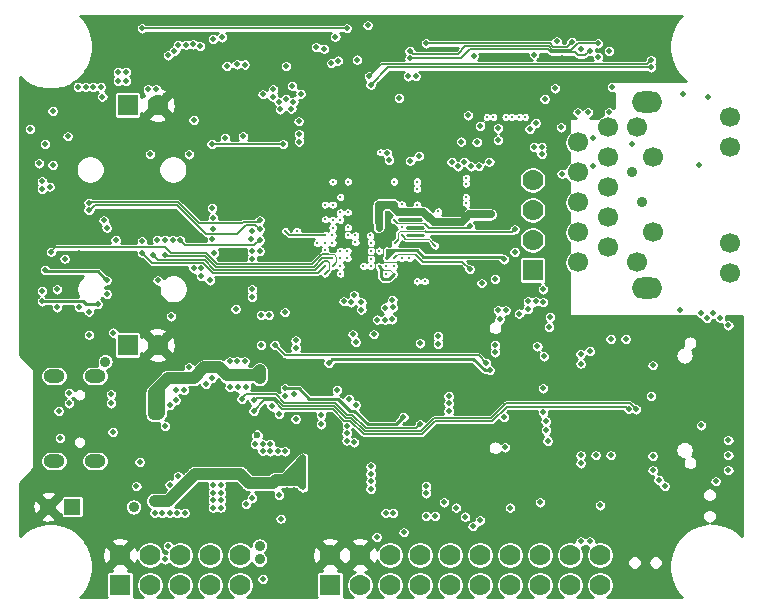
<source format=gbr>
%TF.GenerationSoftware,KiCad,Pcbnew,5.1.0-rc2-unknown-036be7d~80~ubuntu16.04.1*%
%TF.CreationDate,2019-11-29T15:46:33+02:00*%
%TF.ProjectId,S3-OLinuXino_Rev_A,53332d4f-4c69-46e7-9558-696e6f5f5265,F*%
%TF.SameCoordinates,Original*%
%TF.FileFunction,Copper,L2,Inr*%
%TF.FilePolarity,Positive*%
%FSLAX46Y46*%
G04 Gerber Fmt 4.6, Leading zero omitted, Abs format (unit mm)*
G04 Created by KiCad (PCBNEW 5.1.0-rc2-unknown-036be7d~80~ubuntu16.04.1) date 2019-11-29 15:46:33*
%MOMM*%
%LPD*%
G04 APERTURE LIST*
%TA.AperFunction,ViaPad*%
%ADD10C,1.778000*%
%TD*%
%TA.AperFunction,ViaPad*%
%ADD11R,1.778000X1.778000*%
%TD*%
%TA.AperFunction,ViaPad*%
%ADD12C,1.400000*%
%TD*%
%TA.AperFunction,ViaPad*%
%ADD13R,1.400000X1.400000*%
%TD*%
%TA.AperFunction,ViaPad*%
%ADD14C,1.700000*%
%TD*%
%TA.AperFunction,ViaPad*%
%ADD15O,2.600000X1.800000*%
%TD*%
%TA.AperFunction,ViaPad*%
%ADD16O,1.800000X1.200000*%
%TD*%
%TA.AperFunction,ViaPad*%
%ADD17O,1.800000X1.800000*%
%TD*%
%TA.AperFunction,ViaPad*%
%ADD18C,0.500000*%
%TD*%
%TA.AperFunction,ViaPad*%
%ADD19C,0.900000*%
%TD*%
%TA.AperFunction,ViaPad*%
%ADD20C,0.327000*%
%TD*%
%TA.AperFunction,ViaPad*%
%ADD21C,0.600000*%
%TD*%
%TA.AperFunction,Conductor*%
%ADD22C,0.101600*%
%TD*%
%TA.AperFunction,Conductor*%
%ADD23C,0.127000*%
%TD*%
%TA.AperFunction,Conductor*%
%ADD24C,0.254000*%
%TD*%
%TA.AperFunction,Conductor*%
%ADD25C,0.508000*%
%TD*%
%TA.AperFunction,Conductor*%
%ADD26C,1.016000*%
%TD*%
%TA.AperFunction,Conductor*%
%ADD27C,0.660400*%
%TD*%
%TA.AperFunction,Conductor*%
%ADD28C,0.609600*%
%TD*%
%TA.AperFunction,Conductor*%
%ADD29C,0.203200*%
%TD*%
G04 APERTURE END LIST*
D10*
%TO.N,Net-(D1-Pad1)*%
%TO.C,UEXT1*%
X131445000Y-106045000D03*
%TO.N,/UART1_TX*%
X131445000Y-108585000D03*
%TO.N,GND*%
X128905000Y-106045000D03*
D11*
%TO.N,+3V3*%
X128905000Y-108585000D03*
D10*
%TO.N,PB8\005CTWI1-SCK*%
X133985000Y-108585000D03*
%TO.N,PB9\005CTWI1-SDA*%
X133985000Y-106045000D03*
%TO.N,Net-(UEXT1-Pad8)*%
X136525000Y-106045000D03*
%TO.N,Net-(UEXT1-Pad7)*%
X136525000Y-108585000D03*
%TO.N,Net-(UEXT1-Pad9)*%
X139065000Y-108585000D03*
%TO.N,Net-(UEXT1-Pad10)*%
X139065000Y-106045000D03*
%TD*%
D11*
%TO.N,+5V_EXT*%
%TO.C,PoE1*%
X129540000Y-88265000D03*
D10*
%TO.N,GND*%
X132080000Y-88265000D03*
D11*
%TO.N,+5V_EXT*%
X129540000Y-67945000D03*
D10*
%TO.N,GND*%
X132080000Y-67945000D03*
%TO.N,/PowerSupply_USB_Audio_Ethernet_Buttons_MiPi-Camera/CT2*%
X163830000Y-76835000D03*
%TO.N,/PowerSupply_USB_Audio_Ethernet_Buttons_MiPi-Camera/SP1*%
X163830000Y-79375000D03*
D11*
%TO.N,/PowerSupply_USB_Audio_Ethernet_Buttons_MiPi-Camera/SP2*%
X163830000Y-81915000D03*
D10*
%TO.N,/PowerSupply_USB_Audio_Ethernet_Buttons_MiPi-Camera/CT1*%
X163830000Y-74295000D03*
%TD*%
D12*
%TO.N,GND*%
%TO.C,LiPo_BAT1*%
X122824240Y-101963220D03*
D13*
%TO.N,VBAT*%
X124853700Y-101960680D03*
%TD*%
D10*
%TO.N,/GPIO_LED*%
%TO.C,EXT1*%
X169545000Y-106045000D03*
%TO.N,CSI-SDA*%
X169545000Y-108585000D03*
%TO.N,/PB3*%
X167005000Y-106045000D03*
%TO.N,CSI-SCK*%
X167005000Y-108585000D03*
%TO.N,AXP_GPIO3*%
X164465000Y-106045000D03*
%TO.N,PB7\005CTWI0-SDA*%
X164465000Y-108585000D03*
%TO.N,AXP_GPIO2*%
X161925000Y-106045000D03*
%TO.N,PB6\005CTWI0-SCK*%
X161925000Y-108585000D03*
%TO.N,AXP_GPIO1*%
X159385000Y-106045000D03*
%TO.N,LRADC1*%
X159385000Y-108585000D03*
%TO.N,GND*%
X149225000Y-106045000D03*
%TO.N,+5V_EXT*%
X149225000Y-108585000D03*
%TO.N,GND*%
X146685000Y-106045000D03*
D11*
%TO.N,+5V_EXT*%
X146685000Y-108585000D03*
D10*
%TO.N,IPS*%
X151765000Y-108585000D03*
%TO.N,AXP_BACKUP*%
X151765000Y-106045000D03*
%TO.N,AXP_PWRON*%
X154305000Y-106045000D03*
%TO.N,+3V3*%
X154305000Y-108585000D03*
%TO.N,LRADC0*%
X156845000Y-108585000D03*
%TO.N,AXP_RST*%
X156845000Y-106045000D03*
%TD*%
D14*
%TO.N,+3V3*%
%TO.C,LAN1*%
X180590000Y-82195000D03*
%TO.N,/PowerSupply_USB_Audio_Ethernet_Buttons_MiPi-Camera/EPHY_SPD_LED*%
X180590000Y-68935000D03*
%TO.N,/PowerSupply_USB_Audio_Ethernet_Buttons_MiPi-Camera/EPHY_LINK_LED*%
X180590000Y-79655000D03*
%TO.N,+3V3*%
X180590000Y-71475000D03*
D15*
%TO.N,Net-(C65-Pad2)*%
X173480000Y-83440000D03*
X173480000Y-67690000D03*
D14*
%TO.N,/PowerSupply_USB_Audio_Ethernet_Buttons_MiPi-Camera/SP2*%
X172700000Y-69850000D03*
%TO.N,/PowerSupply_USB_Audio_Ethernet_Buttons_MiPi-Camera/SP1*%
X173990000Y-72390000D03*
%TO.N,/PowerSupply_USB_Audio_Ethernet_Buttons_MiPi-Camera/CT2*%
X173990000Y-78740000D03*
%TO.N,/PowerSupply_USB_Audio_Ethernet_Buttons_MiPi-Camera/CT1*%
X172700000Y-81280000D03*
%TO.N,/PowerSupply_USB_Audio_Ethernet_Buttons_MiPi-Camera/EPHY_TX_P*%
X167640000Y-81280000D03*
%TO.N,/PowerSupply_USB_Audio_Ethernet_Buttons_MiPi-Camera/EPHY_TX_N*%
X170180000Y-80010000D03*
%TO.N,/PowerSupply_USB_Audio_Ethernet_Buttons_MiPi-Camera/EPHY_RX_P*%
X167640000Y-78740000D03*
%TO.N,Net-(C63-Pad2)*%
X170180000Y-77470000D03*
%TO.N,Net-(C64-Pad2)*%
X167640000Y-76200000D03*
%TO.N,/PowerSupply_USB_Audio_Ethernet_Buttons_MiPi-Camera/EPHY_RX_N*%
X170180000Y-74930000D03*
%TO.N,Net-(LAN1-Pad7)*%
X167640000Y-73660000D03*
%TO.N,Net-(LAN1-Pad8)*%
X170180000Y-72390000D03*
%TO.N,Net-(LAN1-Pad9)*%
X167640000Y-71120000D03*
%TO.N,Net-(LAN1-Pad10)*%
X170180000Y-69850000D03*
%TD*%
D16*
%TO.N,Net-(L12-Pad2)*%
%TO.C,USB-OTG1*%
X123321000Y-90888000D03*
X126791000Y-90888000D03*
X126791000Y-98088000D03*
X123321000Y-98088000D03*
%TD*%
D17*
%TO.N,GND*%
%TO.C,U4*%
X136271000Y-95885000D03*
X137671000Y-97285000D03*
X137671000Y-94485000D03*
X134871000Y-97285000D03*
X134871000Y-94485000D03*
%TD*%
D18*
%TO.N,+5V_EXT*%
X132715000Y-95123000D03*
D19*
%TO.N,+5V*%
X140716000Y-106426000D03*
X140716000Y-105283000D03*
D18*
X129413000Y-65913000D03*
X129413000Y-65151000D03*
X124587000Y-93218000D03*
X124587000Y-92329000D03*
X128714500Y-65151000D03*
X128714500Y-65913000D03*
%TO.N,Net-(ANT1-Pad1)*%
X123190000Y-68453000D03*
%TO.N,GND*%
X132334000Y-77724000D03*
X132334000Y-77089000D03*
X138430000Y-80645000D03*
X159774151Y-87444350D03*
X165354000Y-103124000D03*
X165354000Y-102235000D03*
X166243000Y-103124000D03*
X166243000Y-102235000D03*
X136906000Y-69215000D03*
X136906000Y-67691000D03*
X167005000Y-102235000D03*
X153035000Y-62865000D03*
X153670000Y-62230000D03*
X154305000Y-61595000D03*
X153035000Y-61595000D03*
X151765000Y-61595000D03*
X151130000Y-60960000D03*
X152400000Y-60960000D03*
X153670000Y-60960000D03*
X154940000Y-60960000D03*
X156210000Y-60960000D03*
X174625000Y-62865000D03*
X174625000Y-61595000D03*
X173990000Y-62230000D03*
X175260000Y-62230000D03*
X173990000Y-60960000D03*
X175260000Y-60960000D03*
X140208000Y-66548000D03*
X131445000Y-63754000D03*
X131445000Y-63119000D03*
X132334000Y-63119000D03*
X132334000Y-63754000D03*
X130048000Y-63119000D03*
X130048000Y-63754000D03*
X131445000Y-72771000D03*
X131445000Y-73406000D03*
X131445000Y-74041000D03*
X131445000Y-75565000D03*
X131445000Y-77724000D03*
X131445000Y-77089000D03*
X121031000Y-87503000D03*
D20*
X150150000Y-75075000D03*
X150088865Y-78310914D03*
D18*
X134620000Y-79248000D03*
X155321000Y-84582000D03*
D20*
X153380206Y-77615929D03*
X153392909Y-78313770D03*
X153406173Y-78986221D03*
X153356678Y-79717768D03*
X150818530Y-80913770D03*
D18*
X152908000Y-90043000D03*
D20*
X150138770Y-82228375D03*
D18*
X140462000Y-82804000D03*
X147193000Y-94615000D03*
X180848000Y-102870000D03*
X174371000Y-108839000D03*
D19*
X141984374Y-105665626D03*
D18*
X141986000Y-89916000D03*
D20*
X147573930Y-78975000D03*
X149500000Y-78963770D03*
X149477377Y-78291319D03*
X149516976Y-79636230D03*
X149516430Y-80912801D03*
X148881430Y-78329304D03*
X148881430Y-77029304D03*
X148881430Y-77671181D03*
D18*
X123190000Y-73914000D03*
X128524000Y-94869000D03*
D20*
X152750000Y-79625000D03*
X145307615Y-72344729D03*
X144494570Y-83086493D03*
D18*
X140208000Y-77343000D03*
X127254000Y-86360000D03*
X123063000Y-94361000D03*
X133921500Y-101790500D03*
D19*
X125730000Y-103886000D03*
D18*
X148336000Y-101346000D03*
X148336000Y-100711000D03*
X148336000Y-101981000D03*
X174879000Y-101854000D03*
X143637000Y-100584000D03*
X143002000Y-100584000D03*
X129286000Y-63119000D03*
X129286000Y-63754000D03*
D20*
X154050000Y-79658681D03*
X154050000Y-78986230D03*
X154050000Y-78313770D03*
X152777735Y-77641319D03*
X152088770Y-78975000D03*
X153400000Y-81586230D03*
D18*
X165227000Y-71628000D03*
X124532570Y-69447306D03*
X125421000Y-68889000D03*
X123190000Y-67437000D03*
D20*
X153400142Y-75702007D03*
X152745694Y-75702768D03*
X152104308Y-75702782D03*
X151445692Y-75702782D03*
X150800000Y-75075000D03*
X150804308Y-75702781D03*
X151450000Y-78975000D03*
X152100000Y-78325000D03*
X148200000Y-75725000D03*
X147550000Y-75075000D03*
X148200000Y-75075000D03*
X148850000Y-75075000D03*
X148850000Y-75725000D03*
X148872208Y-76370696D03*
X149500000Y-77675000D03*
X149500000Y-75075000D03*
X149500000Y-75725000D03*
X149500000Y-77025000D03*
X149500000Y-76375000D03*
X151450000Y-78325000D03*
X151450000Y-77675000D03*
X149500000Y-74425000D03*
X152100000Y-75075000D03*
X152750000Y-75075000D03*
X153400000Y-75075000D03*
X151450000Y-75075000D03*
X151450000Y-77025000D03*
X152100000Y-82875000D03*
D18*
X130810000Y-99441000D03*
X127508000Y-96520000D03*
X126874554Y-96521554D03*
X126238000Y-96521554D03*
X160274000Y-75184000D03*
D20*
X155321000Y-73152000D03*
X146900000Y-75725000D03*
X155675000Y-83200000D03*
D18*
X159396269Y-80191430D03*
X159766000Y-92519500D03*
X159766000Y-97599500D03*
X161417000Y-97599500D03*
X176276000Y-93789500D03*
X171704000Y-97599500D03*
X163766500Y-92011500D03*
X163766500Y-90170000D03*
X160655000Y-87630000D03*
X169164000Y-89916000D03*
X165862000Y-84201000D03*
X165862000Y-83566000D03*
X165862000Y-84836000D03*
X161417000Y-95059500D03*
X158506695Y-80191430D03*
X172212000Y-60960000D03*
X173228000Y-60960000D03*
X176276000Y-96266000D03*
X169418000Y-68580000D03*
X156718000Y-65532000D03*
X160337500Y-63881000D03*
X163322000Y-63881000D03*
X165735000Y-68580000D03*
X166751000Y-68580000D03*
X164846000Y-68580000D03*
X159766000Y-95177430D03*
X148590000Y-91948000D03*
X147955000Y-91948000D03*
X166315570Y-64008000D03*
D19*
X130937000Y-90678000D03*
D18*
X157109729Y-90042989D03*
X125031500Y-78359000D03*
X124904500Y-80962500D03*
D19*
X121031000Y-101981000D03*
X121031000Y-100076000D03*
X122809000Y-100076000D03*
X121031000Y-103378000D03*
D18*
X173990000Y-96329500D03*
X125412500Y-80518000D03*
X171704000Y-94742000D03*
X140081000Y-102235000D03*
X155448000Y-91694000D03*
X139573000Y-66548000D03*
X137922000Y-84836000D03*
X145542000Y-88646000D03*
X140716000Y-108966000D03*
X127381000Y-60960000D03*
X155956000Y-67691000D03*
X157099000Y-67691000D03*
X160655000Y-67437000D03*
%TO.N,+3V3*%
X160909000Y-85344000D03*
X131254500Y-66611500D03*
X131953000Y-66611500D03*
X131826000Y-102489000D03*
X132461000Y-102489000D03*
X133096000Y-102489000D03*
X133731000Y-102489000D03*
D20*
X147561230Y-81586230D03*
X150811230Y-81589636D03*
X147533570Y-77675000D03*
X148156120Y-80912793D03*
X148156120Y-80275000D03*
D18*
X136842500Y-80451369D03*
X136525000Y-82804000D03*
D20*
X147561230Y-80925000D03*
D18*
X137795000Y-70739000D03*
X134366000Y-102489000D03*
X141732000Y-93472000D03*
D20*
X153400000Y-80913770D03*
D18*
X135128000Y-69215000D03*
D20*
X152104000Y-82251230D03*
X147550000Y-80275000D03*
D18*
X136779000Y-102044500D03*
X136779000Y-101409500D03*
X136779000Y-100774500D03*
X136779000Y-100139500D03*
D20*
X147550000Y-82225000D03*
X152750000Y-80913770D03*
D18*
X173990000Y-98869500D03*
X173990000Y-97663000D03*
X180403500Y-97599500D03*
X180403500Y-98869500D03*
X167894000Y-89852500D03*
X167894000Y-97599500D03*
X169164000Y-97599500D03*
X170434000Y-97599500D03*
X170434000Y-87757000D03*
X171704000Y-87757000D03*
X161504900Y-96934597D03*
X168529000Y-68580000D03*
X167640000Y-68580000D03*
X164846000Y-67437000D03*
X133109001Y-100084667D03*
X170307000Y-68580000D03*
X170561000Y-66421000D03*
X161036000Y-86106000D03*
%TO.N,+3.0VA*%
X140843000Y-85725000D03*
D20*
X151461030Y-80905670D03*
X151503682Y-80259439D03*
D18*
X140843000Y-88265000D03*
X160192937Y-90424000D03*
X148844000Y-93345000D03*
X146558000Y-89789000D03*
X127762000Y-83947000D03*
X161417000Y-81026000D03*
D19*
%TO.N,+5V_USBOTG*%
X127644944Y-89669955D03*
D18*
X128143000Y-93217998D03*
X128143000Y-92456000D03*
%TO.N,IPS*%
X148104126Y-95098723D03*
X144399000Y-99060000D03*
X144399000Y-100330000D03*
X144399000Y-99695000D03*
X148082000Y-96367600D03*
X148082000Y-95732600D03*
X148717000Y-96520000D03*
D21*
X140508468Y-95885000D03*
D19*
X139827000Y-99949000D03*
D18*
X140716000Y-91059000D03*
X140716000Y-90424000D03*
X131762500Y-93472000D03*
X132461000Y-94107000D03*
X131762500Y-94107000D03*
X132461000Y-93472000D03*
X144399000Y-98425000D03*
X144399000Y-97790000D03*
D19*
X131826000Y-101473000D03*
%TO.N,VBAT*%
X130048000Y-101981000D03*
D18*
X136144000Y-91567000D03*
X136652000Y-91059002D03*
X134302500Y-92075000D03*
X133604000Y-92075000D03*
%TO.N,Net-(CHGLED1-Pad1)*%
X133096000Y-93345000D03*
%TO.N,Net-(MICRO_SD1-Pad5)*%
X164719000Y-91948000D03*
X164719000Y-93980000D03*
%TO.N,AP-CK32KO*%
X141986000Y-88265000D03*
X159894952Y-89789000D03*
X160655000Y-82677000D03*
%TO.N,Net-(HEADPHONES/LINEOUT1-Pad2)*%
X133223000Y-85852000D03*
%TO.N,Net-(HEADPHONES/LINEOUT1-Pad1)*%
X125460547Y-85080926D03*
%TO.N,Net-(HEADPHONES/LINEOUT1-Pad3)*%
X132016500Y-79375000D03*
X132080000Y-82804000D03*
%TO.N,Net-(HEADPHONES/LINEOUT1-Pad5)*%
X128318343Y-87209672D03*
%TO.N,Net-(HPHONEOUTL/LINEOUTL1-Pad2)*%
X127000000Y-84836000D03*
X122291930Y-84582000D03*
%TO.N,Net-(HPHONEOUTR/LINEOUTR1-Pad2)*%
X127761998Y-82804000D03*
X122555000Y-81915000D03*
%TO.N,Net-(LINEINR/MICIN1-Pad2)*%
X122555000Y-71247000D03*
%TO.N,AXP_RST*%
X148272500Y-92837000D03*
%TO.N,Net-(R18-Pad1)*%
X142875000Y-92583000D03*
%TO.N,Net-(D3-Pad2)*%
X150114000Y-98552000D03*
X150114000Y-99187000D03*
X150114000Y-99822000D03*
X150114000Y-100457000D03*
%TO.N,+3.3V_RTC*%
X152908000Y-104140000D03*
X152898922Y-94361000D03*
X142875000Y-91948000D03*
D20*
X151449206Y-81578770D03*
D18*
X130556000Y-98171000D03*
%TO.N,USB-ID*%
X135128000Y-81788000D03*
X128270000Y-95631000D03*
X123698000Y-93853000D03*
X124206000Y-80962500D03*
%TO.N,PB6\005CTWI0-SCK*%
X150116403Y-66248738D03*
X140208000Y-93853000D03*
X171958000Y-93726000D03*
X173863000Y-64770000D03*
%TO.N,Net-(C24-Pad1)*%
X148590000Y-87376000D03*
D20*
X149516430Y-81586708D03*
D18*
%TO.N,PB7\005CTWI0-SDA*%
X149987000Y-65532000D03*
X140208000Y-92964000D03*
X172593000Y-93726000D03*
X173863000Y-64148067D03*
%TO.N,Net-(R20-Pad1)*%
X133604000Y-92964000D03*
%TO.N,VCC-DDR*%
X156718000Y-93853000D03*
X156718000Y-93218000D03*
X156718000Y-92583000D03*
D20*
X150800000Y-76375000D03*
X151450000Y-76375000D03*
X152100000Y-76375000D03*
X150800000Y-77025000D03*
X150800000Y-77675000D03*
X150800000Y-78325000D03*
D18*
X160274000Y-77216000D03*
X159639000Y-77216000D03*
%TO.N,USB-VBUSDET*%
X125984000Y-66421000D03*
X126284925Y-87408930D03*
%TO.N,/GPIO_LED*%
X169545000Y-101854000D03*
X151511000Y-72017809D03*
X163957000Y-71501000D03*
D20*
%TO.N,Net-(R29-Pad2)*%
X155576029Y-79862570D03*
X152761611Y-78986230D03*
D18*
%TO.N,HP(MIC)-DET*%
X126619000Y-66421000D03*
X127508000Y-77724000D03*
X126241416Y-85435426D03*
%TO.N,Net-(LINEINL/MICIN1-Pad2)*%
X122301000Y-75057000D03*
%TO.N,Net-(C88-Pad1)*%
X122301000Y-74422000D03*
%TO.N,Net-(C86-Pad1)*%
X121285000Y-69977000D03*
%TO.N,+2.5V*%
X159509781Y-83055781D03*
X158750000Y-103632000D03*
X139573000Y-101727000D03*
D20*
%TO.N,Net-(R49-Pad1)*%
X152103500Y-80905670D03*
D18*
X158496000Y-81851500D03*
D20*
%TO.N,Net-(R30-Pad2)*%
X152168434Y-79651803D03*
D18*
X162306001Y-78485999D03*
D20*
%TO.N,Net-(R31-Pad2)*%
X151443852Y-82251230D03*
%TO.N,Net-(C17-Pad1)*%
X152096149Y-77698930D03*
D18*
X158496000Y-78232000D03*
D20*
%TO.N,Net-(R28-Pad2)*%
X152750000Y-78313770D03*
%TO.N,Net-(R27-Pad2)*%
X152744643Y-76364794D03*
D18*
%TO.N,/SDC0-CLK*%
X163449000Y-85217000D03*
X161417000Y-94361000D03*
%TO.N,/UART1_RX*%
X126247934Y-76835000D03*
X132986337Y-105265663D03*
X140716000Y-78486000D03*
%TO.N,/SDC0-CMD*%
X164084000Y-84582000D03*
X164949066Y-94728950D03*
%TO.N,CSI-SCK*%
X143581943Y-67653456D03*
X170307000Y-63373000D03*
X178562000Y-85979000D03*
X168656000Y-63373000D03*
X153416000Y-64008000D03*
%TO.N,CSI-SDA*%
X179070000Y-85598000D03*
X169354500Y-63881000D03*
X169354500Y-62738000D03*
D20*
X143858930Y-78592010D03*
D18*
X152527000Y-67354292D03*
X153416000Y-63373000D03*
%TO.N,/PB3*%
X167894000Y-98298000D03*
X153438804Y-72671289D03*
%TO.N,/CAM-RST*%
X167894000Y-63246000D03*
X144068680Y-71037885D03*
%TO.N,/SDC0-D3*%
X164710398Y-84629445D03*
X164973000Y-95504000D03*
%TO.N,/CAM-PWDN*%
X144067361Y-70415955D03*
X165862000Y-62566708D03*
D20*
%TO.N,/CSI-MCLK*%
X147533570Y-77025000D03*
D18*
X163576000Y-69977000D03*
%TO.N,/CSI-PCLK*%
X160909000Y-70929500D03*
D20*
X146250000Y-76375000D03*
D18*
%TO.N,/WL-SDIO-D2*%
X140081000Y-80971570D03*
X132715000Y-79375000D03*
%TO.N,/WL-SDIO-D3*%
X140081000Y-80349637D03*
X133350000Y-79375000D03*
%TO.N,/WL-PMU-EN*%
X142707296Y-71257908D03*
X136657000Y-71252000D03*
%TO.N,/WL-SDIO-D0*%
X140716000Y-80336570D03*
X136708000Y-76652000D03*
%TO.N,/WL-SDIO-D1*%
X140008430Y-79314959D03*
X136779000Y-77542570D03*
%TO.N,/BT-DIS-N*%
X127408724Y-67228697D03*
X127763711Y-78338068D03*
X136767731Y-78413430D03*
%TO.N,/BT-UART-RX*%
X136725104Y-79302430D03*
X128524000Y-79375000D03*
%TO.N,/WL-SDIO-CMD*%
X133977064Y-79382945D03*
X140716000Y-79375000D03*
%TO.N,/SDC0-D1*%
X161544000Y-85344000D03*
X164229933Y-88373059D03*
%TO.N,/SDC0-D2*%
X164719000Y-83566000D03*
X165100000Y-96393000D03*
X165227000Y-86741000D03*
%TO.N,/SDC0-D0*%
X163449000Y-84582000D03*
X164795200Y-89230200D03*
D20*
%TO.N,+1.1V*%
X150831230Y-80276413D03*
X150146437Y-80280626D03*
X150150000Y-79608024D03*
X152100218Y-81578779D03*
X148200000Y-78313770D03*
X148200000Y-78986230D03*
D18*
X143764000Y-88519000D03*
X143764000Y-87884000D03*
D20*
X148818570Y-78970696D03*
X150090353Y-78995225D03*
D18*
X142875000Y-97282000D03*
X142240000Y-97282000D03*
X141605000Y-97282000D03*
X140970000Y-97282000D03*
D20*
X148200000Y-77025000D03*
X148822550Y-79572564D03*
%TO.N,Net-(C15-Pad1)*%
X150145443Y-80953077D03*
D18*
X150368000Y-87376000D03*
%TO.N,Net-(C19-Pad1)*%
X133812506Y-99385084D03*
%TO.N,+1V2*%
X134747000Y-90170000D03*
X175006000Y-100203000D03*
X165735000Y-66548000D03*
X154305000Y-88125078D03*
X154813000Y-100203000D03*
X176530000Y-67056000D03*
D20*
%TO.N,Net-(C23-Pad1)*%
X150138770Y-81575000D03*
D18*
X148844000Y-88011000D03*
%TO.N,+2V8*%
X179324000Y-99822000D03*
X154813000Y-102743000D03*
X154813000Y-100838000D03*
X179709109Y-85974869D03*
X142367000Y-100965000D03*
X178689000Y-67310000D03*
%TO.N,Net-(C63-Pad2)*%
X168910000Y-73152000D03*
%TO.N,Net-(C64-Pad2)*%
X166287103Y-73763299D03*
%TO.N,Net-(C89-Pad1)*%
X122936000Y-74857430D03*
%TO.N,AXP_PWRON*%
X139192000Y-92837000D03*
X154305000Y-94996000D03*
%TO.N,Net-(C87-Pad1)*%
X122047000Y-72898000D03*
%TO.N,Net-(L3-Pad1)*%
X138912600Y-91846400D03*
X138176000Y-91846400D03*
X139573000Y-91846400D03*
%TO.N,Net-(L4-Pad1)*%
X141605000Y-96647000D03*
X140970000Y-96647000D03*
X140335000Y-96647000D03*
%TO.N,Net-(L5-Pad1)*%
X137414000Y-102044500D03*
X137414000Y-101409500D03*
X137414000Y-100774500D03*
X137414000Y-100139500D03*
%TO.N,PB8\005CTWI1-SCK*%
X167894000Y-104902000D03*
X164592000Y-71501000D03*
X167894000Y-89027000D03*
X151661930Y-72621138D03*
%TO.N,PB9\005CTWI1-SDA*%
X168656000Y-88773000D03*
X168656000Y-104902000D03*
X164592000Y-72136000D03*
D20*
X152100000Y-74425000D03*
D18*
%TO.N,/BT-UART-CTS*%
X127254000Y-66421000D03*
X124460000Y-70612000D03*
%TO.N,/BT-UART-TX*%
X125349000Y-66421000D03*
X123190000Y-73025000D03*
%TO.N,/BT-PCM-SYNC*%
X130746500Y-79502000D03*
X135763000Y-81788000D03*
%TO.N,/BT-PCM-CLK*%
X131669970Y-80650076D03*
D20*
X146250000Y-82225000D03*
D18*
%TO.N,/BT-PCM-DOUT*%
X132680530Y-80645000D03*
D20*
X146885058Y-80939561D03*
D18*
%TO.N,/WL-WAKE-AP*%
X130746500Y-61468000D03*
X134747000Y-72136000D03*
X148082000Y-61468000D03*
X131445000Y-72136000D03*
%TO.N,/BT-WAKE-AP*%
X130746500Y-80454500D03*
D20*
X146221770Y-81573470D03*
D18*
%TO.N,/LCD_D14*%
X138811000Y-64516000D03*
%TO.N,/LCD_D19*%
X133501481Y-63392990D03*
%TO.N,/LCD_D21*%
X134457156Y-62844764D03*
%TO.N,/LCD_CLK*%
X147368828Y-64181140D03*
%TO.N,/LCD_D11*%
X137541000Y-62230000D03*
%TO.N,/SDC2-CLK\005CSPI0-MISO*%
X154207458Y-72258990D03*
X174498000Y-99695000D03*
X173990000Y-89992199D03*
%TO.N,/CTP-INT*%
X149860000Y-61214000D03*
%TO.N,/LCD_D22*%
X135078178Y-62811129D03*
%TO.N,/LCD_D15*%
X139449690Y-64517835D03*
%TO.N,/LCD_D18*%
X132969000Y-63754000D03*
%TO.N,/LCD_DE*%
X146799142Y-64430653D03*
%TO.N,/SDC2-RST\005CSPI0-CS*%
X180403500Y-96329500D03*
X180403500Y-86614000D03*
X158597600Y-73152000D03*
%TO.N,/LCD_D6*%
X142938500Y-64652070D03*
%TO.N,/LCD_D10*%
X136779000Y-62357000D03*
%TO.N,/LCD_VSYNC*%
X146160129Y-63187681D03*
%TO.N,/SDC2-CMD\005CSPI0-CLK*%
X178098608Y-95072200D03*
X178054000Y-85598000D03*
X168910000Y-70739000D03*
X172212000Y-71247000D03*
X160172400Y-72745600D03*
%TO.N,/LCD_D20*%
X133835677Y-62868478D03*
%TO.N,/SDC2-D0\005CSPI0-MOSI*%
X173863000Y-92583000D03*
X162687000Y-85607434D03*
X165299570Y-85878681D03*
X177927000Y-73025000D03*
X159258000Y-73152000D03*
%TO.N,/LCD_D23*%
X135681304Y-62962915D03*
%TO.N,/SDC2-D7*%
X157505400Y-73152000D03*
%TO.N,/LCD-PWM*%
X148986473Y-64110796D03*
%TO.N,/CSI-HSYNC*%
X166243000Y-69850000D03*
D20*
X146909358Y-74437545D03*
D18*
%TO.N,/SDC2-D3*%
X158038800Y-72771000D03*
%TO.N,/LCD_D12*%
X137922000Y-64643000D03*
%TO.N,/LCD_D7*%
X143485645Y-66317222D03*
D20*
%TO.N,/SDC2-D4*%
X154050000Y-74425000D03*
D18*
%TO.N,/LCD_HSYNC*%
X145491200Y-63042800D03*
%TO.N,/SDC2-D6*%
X156972000Y-72771000D03*
D20*
%TO.N,/LCD_D3*%
X148200000Y-74425000D03*
X150939500Y-71945500D03*
D18*
X147129500Y-62166500D03*
D20*
%TO.N,/SDC2-D5*%
X154050000Y-75075000D03*
D18*
%TO.N,/CSI-D2*%
X157784800Y-71043800D03*
D20*
X147550000Y-75725000D03*
D18*
%TO.N,/CSI-VSYNC*%
X144018000Y-69342000D03*
X154813000Y-62738000D03*
X167132000Y-62611000D03*
D20*
%TO.N,/CSI-D5*%
X146900000Y-76375000D03*
D18*
X159105600Y-71094600D03*
%TO.N,/LCD_PWR*%
X144191713Y-66976274D03*
%TO.N,/CSI-D3*%
X143417462Y-68253244D03*
X153289000Y-65532000D03*
D20*
%TO.N,/CSI-D8*%
X146267716Y-77622007D03*
D18*
X160909000Y-69904430D03*
%TO.N,/CTP-RST*%
X142923273Y-67412864D03*
%TO.N,/CSI-D7*%
X142471760Y-68317899D03*
X153924000Y-65532000D03*
D20*
%TO.N,/CSI-D4*%
X146900000Y-77675000D03*
D18*
X159385000Y-69723000D03*
%TO.N,/SDC2-D2*%
X155829000Y-88194409D03*
D20*
X155829000Y-76962000D03*
D18*
X160655000Y-88900000D03*
%TO.N,/SDC2-D1*%
X155829000Y-87503000D03*
D20*
X154050000Y-76375000D03*
D18*
X160655000Y-88265000D03*
%TO.N,LRADC1*%
X158115000Y-102806500D03*
X151384000Y-102489000D03*
X150684269Y-86110638D03*
%TO.N,LRADC0*%
X152019000Y-102489000D03*
X151308180Y-86118756D03*
X155575000Y-102743000D03*
%TO.N,/LCD_D2*%
X141859000Y-67246500D03*
D20*
%TO.N,/CSI-D6*%
X146900000Y-78325000D03*
D18*
X158369000Y-68834000D03*
%TO.N,/LCD_D4*%
X141864212Y-66624590D03*
D20*
X146272989Y-78949378D03*
X142875000Y-78613000D03*
D18*
%TO.N,/LCD_D5*%
X142367000Y-67691000D03*
D20*
%TO.N,/CSI-D10*%
X145600000Y-79648930D03*
D18*
X163968269Y-63681430D03*
%TO.N,/LCD_D13*%
X140970000Y-67056000D03*
D20*
%TO.N,MIPI-CSI-RESET*%
X146250000Y-80251070D03*
%TO.N,/CSI-D9*%
X146876070Y-79628724D03*
D18*
X158834434Y-63803185D03*
%TO.N,/UART1_TX*%
X126247934Y-76213067D03*
X140716000Y-77724000D03*
D20*
%TO.N,/CSI-D11*%
X146876070Y-78975000D03*
D18*
X164084000Y-69469000D03*
D20*
%TO.N,MIPI-CSI-PWDN*%
X146250000Y-79648930D03*
D18*
%TO.N,AXP_BACKUP*%
X132715000Y-106426000D03*
X140970000Y-108077000D03*
%TO.N,/PowerSupply_USB_Audio_Ethernet_Buttons_MiPi-Camera/CHSENSE*%
X139446000Y-89662000D03*
X138811000Y-89662000D03*
X138176000Y-89662000D03*
%TO.N,/PowerSupply_USB_Audio_Ethernet_Buttons_MiPi-Camera/USB-DRV*%
X142494000Y-102981329D03*
X143764000Y-94529060D03*
X145923000Y-94996000D03*
X123825000Y-96139000D03*
%TO.N,/PowerSupply_USB_Audio_Ethernet_Buttons_MiPi-Camera/EPHY_LINK_LED*%
X176276000Y-85344000D03*
X162306000Y-80391000D03*
%TO.N,/PowerSupply_USB_Audio_Ethernet_Buttons_MiPi-Camera/RESETn*%
X130292930Y-100221149D03*
X151929981Y-86106000D03*
X150622000Y-104521000D03*
%TO.N,/PowerSupply_USB_Audio_Ethernet_Buttons_MiPi-Camera/NMI*%
X141478000Y-85725000D03*
X151365648Y-85099070D03*
D20*
%TO.N,/PowerSupply_USB_Audio_Ethernet_Buttons_MiPi-Camera/HPOUTR*%
X146911230Y-81575000D03*
D18*
X123053922Y-80381922D03*
%TO.N,/PowerSupply_USB_Audio_Ethernet_Buttons_MiPi-Camera/MBIAS*%
X147828000Y-84582000D03*
%TO.N,/PowerSupply_USB_Audio_Ethernet_Buttons_MiPi-Camera/HPOUTL*%
X135763000Y-82423000D03*
X122301000Y-83693000D03*
%TO.N,/PowerSupply_USB_Audio_Ethernet_Buttons_MiPi-Camera/HPOUTFB*%
X142835584Y-85510416D03*
X138684000Y-85217000D03*
D20*
%TO.N,/PowerSupply_USB_Audio_Ethernet_Buttons_MiPi-Camera/EPHY_RX_P*%
X158194723Y-75746000D03*
%TO.N,/PowerSupply_USB_Audio_Ethernet_Buttons_MiPi-Camera/EPHY_TX_N*%
X158194723Y-74621500D03*
%TO.N,/PowerSupply_USB_Audio_Ethernet_Buttons_MiPi-Camera/EPHY_RX_N*%
X158203900Y-76276200D03*
%TO.N,/PowerSupply_USB_Audio_Ethernet_Buttons_MiPi-Camera/EPHY_TX_P*%
X158203900Y-74091800D03*
D18*
%TO.N,/PowerSupply_USB_Audio_Ethernet_Buttons_MiPi-Camera/LINEOUTR*%
X123571000Y-83566000D03*
X151968648Y-84441852D03*
%TO.N,/PowerSupply_USB_Audio_Ethernet_Buttons_MiPi-Camera/LINEOUTL*%
X123571000Y-85090000D03*
X151987481Y-85088007D03*
%TO.N,/PowerSupply_USB_Audio_Ethernet_Buttons_MiPi-Camera/MICIN3_P*%
X149346818Y-84650907D03*
%TO.N,/PowerSupply_USB_Audio_Ethernet_Buttons_MiPi-Camera/MICIN1_P*%
X148463000Y-84654570D03*
%TO.N,/PowerSupply_USB_Audio_Ethernet_Buttons_MiPi-Camera/MICIN3_N*%
X149344334Y-85272834D03*
%TO.N,/PowerSupply_USB_Audio_Ethernet_Buttons_MiPi-Camera/MICIN1_N*%
X148695987Y-84052987D03*
%TO.N,/PowerSupply_USB_Audio_Ethernet_Buttons_MiPi-Camera/LINEINL*%
X140081000Y-83566000D03*
X140081000Y-78613000D03*
%TO.N,/PowerSupply_USB_Audio_Ethernet_Buttons_MiPi-Camera/LINEINR*%
X139319000Y-70612000D03*
X140081000Y-84201000D03*
D20*
%TO.N,/PowerSupply_USB_Audio_Ethernet_Buttons_MiPi-Camera/MCSI_DATA0-*%
X159969200Y-68961000D03*
%TO.N,/PowerSupply_USB_Audio_Ethernet_Buttons_MiPi-Camera/MCSI_DATA1-*%
X161556700Y-68961000D03*
%TO.N,/PowerSupply_USB_Audio_Ethernet_Buttons_MiPi-Camera/MCSI_DATA1+*%
X162065000Y-68961000D03*
%TO.N,/PowerSupply_USB_Audio_Ethernet_Buttons_MiPi-Camera/MCSI_DATA0+*%
X160501000Y-68961000D03*
%TO.N,/PowerSupply_USB_Audio_Ethernet_Buttons_MiPi-Camera/MCSI_CK+*%
X163195000Y-68961000D03*
%TO.N,/PowerSupply_USB_Audio_Ethernet_Buttons_MiPi-Camera/USB-D_N*%
X154050000Y-82875000D03*
%TO.N,/PowerSupply_USB_Audio_Ethernet_Buttons_MiPi-Camera/MCSI_CK-*%
X162687000Y-68961000D03*
%TO.N,/PowerSupply_USB_Audio_Ethernet_Buttons_MiPi-Camera/USB-D_P*%
X154700000Y-82875000D03*
D19*
%TO.N,/PowerSupply_USB_Audio_Ethernet_Buttons_MiPi-Camera/CT2*%
X173101000Y-76200000D03*
%TO.N,/PowerSupply_USB_Audio_Ethernet_Buttons_MiPi-Camera/CT1*%
X172212430Y-73660000D03*
D18*
%TO.N,AXP_GPIO3*%
X164465000Y-101600000D03*
X156337000Y-101600000D03*
X142367000Y-94107000D03*
X145923000Y-94234000D03*
%TO.N,AXP_GPIO2*%
X147256500Y-92075000D03*
X161925000Y-102035430D03*
X157353000Y-102035430D03*
X143637000Y-92456000D03*
%TO.N,AXP_GPIO1*%
X140081000Y-101219000D03*
X159385000Y-103124000D03*
%TD*%
D22*
%TO.N,GND*%
X152438100Y-81241900D02*
X152782430Y-81586230D01*
X152782430Y-81586230D02*
X153400000Y-81586230D01*
X151146660Y-81241900D02*
X152438100Y-81241900D01*
X150818530Y-80913770D02*
X151146660Y-81241900D01*
X149825000Y-79944254D02*
X150480746Y-79944254D01*
X149516976Y-79636230D02*
X149825000Y-79944254D01*
X150480746Y-79944254D02*
X150800000Y-79625000D01*
X150800000Y-79625000D02*
X150495000Y-79930000D01*
X150495000Y-79930000D02*
X150495000Y-80600000D01*
X150811230Y-80913770D02*
X150475009Y-81249991D01*
X150475009Y-81249991D02*
X150475009Y-81899991D01*
X150818530Y-80913770D02*
X150811230Y-80913770D01*
X150475009Y-81899991D02*
X150467154Y-81899991D01*
X150467154Y-81899991D02*
X150138770Y-82228375D01*
X151167451Y-79996651D02*
X151167451Y-80564849D01*
X150799800Y-79629000D02*
X151167451Y-79996651D01*
X151167451Y-80564849D02*
X150818530Y-80913770D01*
X149679929Y-80749302D02*
X149516430Y-80912801D01*
X149812384Y-80616847D02*
X149679929Y-80749302D01*
X150818530Y-80913770D02*
X150521607Y-80616847D01*
X150521607Y-80616847D02*
X149812384Y-80616847D01*
D23*
X147550000Y-76375000D02*
X147554304Y-76370696D01*
X147554304Y-76370696D02*
X148872208Y-76370696D01*
X146900000Y-75725000D02*
X147550000Y-76375000D01*
X148203819Y-77671181D02*
X147573930Y-78301070D01*
X147573930Y-78301070D02*
X147573930Y-78975000D01*
X148881430Y-77671181D02*
X148203819Y-77671181D01*
D22*
X147898930Y-78650000D02*
X148560734Y-78650000D01*
D23*
X148560734Y-78650000D02*
X148881430Y-78329304D01*
D22*
X147875000Y-78673930D02*
X147898930Y-78650000D01*
D23*
X147573930Y-78975000D02*
X147875000Y-78673930D01*
D22*
X150653800Y-78975000D02*
X151450000Y-78975000D01*
D24*
X150088865Y-78410065D02*
X150653800Y-78975000D01*
D22*
X150088865Y-78310914D02*
X150088865Y-78410065D01*
%TO.N,+3V3*%
X152104000Y-82251230D02*
X151767770Y-81915000D01*
D24*
X152104000Y-82251230D02*
X151678230Y-82677000D01*
X151678230Y-82677000D02*
X151130000Y-82677000D01*
X151130000Y-82677000D02*
X151003000Y-82550000D01*
D22*
X151767770Y-81915000D02*
X151136594Y-81915000D01*
X151136594Y-81915000D02*
X151121594Y-81900000D01*
D24*
X151003000Y-81788000D02*
X151006297Y-81784703D01*
X151003000Y-82550000D02*
X151003000Y-81788000D01*
X151006297Y-81784703D02*
X150811230Y-81589636D01*
X151121594Y-81900000D02*
X151006297Y-81784703D01*
%TO.N,+3.0VA*%
X159766000Y-90424000D02*
X158813500Y-89471500D01*
X160192937Y-90424000D02*
X159766000Y-90424000D01*
X158813500Y-89471500D02*
X146875500Y-89471500D01*
X146875500Y-89471500D02*
X146558000Y-89789000D01*
X151503682Y-80499918D02*
X151503682Y-80863018D01*
X151503682Y-80259439D02*
X151503682Y-80499918D01*
X151461030Y-80905670D02*
X151866600Y-80492600D01*
X151866600Y-80492600D02*
X151950300Y-80416400D01*
X151503682Y-80499918D02*
X151859282Y-80499918D01*
X151859282Y-80499918D02*
X151866600Y-80492600D01*
X152226761Y-80259439D02*
X151734905Y-80259439D01*
X152226761Y-80259439D02*
X152107261Y-80259439D01*
X152107261Y-80259439D02*
X151950300Y-80416400D01*
X151503682Y-80863018D02*
X151461030Y-80905670D01*
X151734905Y-80259439D02*
X151503682Y-80259439D01*
X154046439Y-80259439D02*
X154563001Y-80776001D01*
X154563001Y-80776001D02*
X161167001Y-80776001D01*
X152226761Y-80259439D02*
X154046439Y-80259439D01*
X161167001Y-80776001D02*
X161417000Y-81026000D01*
D25*
%TO.N,IPS*%
X132207000Y-94361000D02*
X132016500Y-94361000D01*
X132016500Y-94361000D02*
X131762500Y-94107000D01*
X132461000Y-94107000D02*
X132207000Y-94361000D01*
D26*
X132715000Y-91313000D02*
X132969000Y-91059000D01*
X131762500Y-92265500D02*
X132715000Y-91313000D01*
D25*
X132461000Y-93472000D02*
X132461000Y-91567000D01*
X132461000Y-91567000D02*
X132715000Y-91313000D01*
X132461000Y-94107000D02*
X132461000Y-93472000D01*
X131762500Y-94107000D02*
X132461000Y-94107000D01*
D26*
X136017000Y-90170000D02*
X137287000Y-90170000D01*
X135128000Y-91059000D02*
X136017000Y-90170000D01*
X137287000Y-90170000D02*
X137922000Y-90805000D01*
X131762500Y-93472000D02*
X131762500Y-92265500D01*
X132969000Y-91059000D02*
X135128000Y-91059000D01*
X137922000Y-90805000D02*
X140335000Y-90805000D01*
X140716000Y-91059000D02*
X140462000Y-90805000D01*
X140462000Y-90805000D02*
X140335000Y-90805000D01*
X140716000Y-90424000D02*
X140716000Y-91059000D01*
X140335000Y-90805000D02*
X140716000Y-90424000D01*
X131762500Y-94107000D02*
X131762500Y-93472000D01*
D25*
X144399000Y-99060000D02*
X144399000Y-100330000D01*
X144399000Y-99060000D02*
X143891000Y-99568000D01*
X143891000Y-99568000D02*
X143891000Y-99695000D01*
X143891000Y-99695000D02*
X144399000Y-99695000D01*
X144399000Y-100330000D02*
X143891000Y-99822000D01*
X143891000Y-99822000D02*
X143891000Y-99695000D01*
D26*
X141859000Y-99949000D02*
X142113000Y-99695000D01*
X139827000Y-99949000D02*
X141859000Y-99949000D01*
D25*
X144399000Y-99060000D02*
X144399000Y-97790000D01*
X144399000Y-97790000D02*
X142494000Y-99695000D01*
D26*
X142113000Y-99695000D02*
X142494000Y-99695000D01*
D25*
X143256000Y-99568000D02*
X143256000Y-99695000D01*
X144399000Y-98425000D02*
X143256000Y-99568000D01*
D26*
X142494000Y-99695000D02*
X143256000Y-99695000D01*
X143256000Y-99695000D02*
X143891000Y-99695000D01*
X132969000Y-101473000D02*
X135255000Y-99187000D01*
X139065000Y-99187000D02*
X139827000Y-99949000D01*
X135255000Y-99187000D02*
X139065000Y-99187000D01*
X131826000Y-101473000D02*
X132969000Y-101473000D01*
D23*
%TO.N,AP-CK32KO*%
X159259952Y-89154000D02*
X142875000Y-89154000D01*
X159894952Y-89789000D02*
X159259952Y-89154000D01*
X142875000Y-89154000D02*
X141986000Y-88265000D01*
D24*
%TO.N,Net-(HPHONEOUTL/LINEOUTL1-Pad2)*%
X125793500Y-84582000D02*
X122645483Y-84582000D01*
X122645483Y-84582000D02*
X122291930Y-84582000D01*
X126047500Y-84836000D02*
X125793500Y-84582000D01*
X127000000Y-84836000D02*
X126047500Y-84836000D01*
%TO.N,Net-(HPHONEOUTR/LINEOUTR1-Pad2)*%
X126999998Y-82042000D02*
X127511999Y-82554001D01*
X127511999Y-82554001D02*
X127761998Y-82804000D01*
X122555000Y-81915000D02*
X122682000Y-82042000D01*
X122682000Y-82042000D02*
X126999998Y-82042000D01*
%TO.N,+3.3V_RTC*%
X152263922Y-94996000D02*
X152898922Y-94361000D01*
X149860000Y-94996000D02*
X152263922Y-94996000D01*
X144018000Y-91948000D02*
X144907000Y-92837000D01*
X144907000Y-92837000D02*
X147320000Y-92837000D01*
X142875000Y-91948000D02*
X144018000Y-91948000D01*
X147320000Y-92837000D02*
X148336000Y-93853000D01*
X148336000Y-93853000D02*
X148717000Y-93853000D01*
X148717000Y-93853000D02*
X149860000Y-94996000D01*
D23*
%TO.N,PB6\005CTWI0-SCK*%
X151595141Y-64770000D02*
X150116403Y-66248738D01*
X173863000Y-64770000D02*
X151595141Y-64770000D01*
X160377110Y-94736931D02*
X161638040Y-93476001D01*
X146904459Y-93662500D02*
X147905252Y-94663293D01*
X161638040Y-93476001D02*
X171708001Y-93476001D01*
X147905252Y-94663293D02*
X148381369Y-94663293D01*
X148381369Y-94663293D02*
X149524367Y-95806293D01*
X141922500Y-92964000D02*
X142621000Y-93662500D01*
X142621000Y-93662500D02*
X146904459Y-93662500D01*
X171708001Y-93476001D02*
X171958000Y-93726000D01*
X149524367Y-95806293D02*
X154491174Y-95806293D01*
X155560536Y-94736931D02*
X160377110Y-94736931D01*
X141097000Y-92964000D02*
X141922500Y-92964000D01*
X140208000Y-93853000D02*
X141097000Y-92964000D01*
X154491174Y-95806293D02*
X155560536Y-94736931D01*
%TO.N,PB7\005CTWI0-SDA*%
X161544000Y-93218000D02*
X160274000Y-94488000D01*
X149627477Y-95557362D02*
X148484478Y-94414362D01*
X160274000Y-94488000D02*
X155457426Y-94488000D01*
X154388064Y-95557362D02*
X149627477Y-95557362D01*
X155457426Y-94488000D02*
X154388064Y-95557362D01*
X172085000Y-93218000D02*
X161544000Y-93218000D01*
X148484478Y-94414362D02*
X148008362Y-94414362D01*
X172593000Y-93726000D02*
X172085000Y-93218000D01*
X140457999Y-92714001D02*
X140208000Y-92964000D01*
X142719041Y-93408500D02*
X142024542Y-92714001D01*
X147002500Y-93408500D02*
X142719041Y-93408500D01*
X142024542Y-92714001D02*
X140457999Y-92714001D01*
X148008362Y-94414362D02*
X147002500Y-93408500D01*
X149987000Y-65532000D02*
X151007001Y-64511999D01*
X173613001Y-64398066D02*
X173863000Y-64148067D01*
X173499068Y-64511999D02*
X173613001Y-64398066D01*
X151007001Y-64511999D02*
X173499068Y-64511999D01*
D27*
%TO.N,VCC-DDR*%
X154597308Y-77000308D02*
X155448000Y-77851000D01*
X158464250Y-77216000D02*
X159285447Y-77216000D01*
X152464188Y-77000308D02*
X154597308Y-77000308D01*
X152134379Y-76670499D02*
X152464188Y-77000308D01*
X155448000Y-77851000D02*
X157829250Y-77851000D01*
X159285447Y-77216000D02*
X159639000Y-77216000D01*
X157829250Y-77851000D02*
X158464250Y-77216000D01*
X159639000Y-77216000D02*
X160274000Y-77216000D01*
X152100000Y-76375000D02*
X150800000Y-76375000D01*
X150800000Y-76375000D02*
X150800000Y-77876400D01*
D28*
X150800000Y-77876400D02*
X150800000Y-78325000D01*
D27*
X151838880Y-76375000D02*
X151450000Y-76375000D01*
X152134379Y-76670499D02*
X151838880Y-76375000D01*
X150800000Y-77025000D02*
X150800000Y-76793777D01*
X151218777Y-76375000D02*
X151450000Y-76375000D01*
X150800000Y-76793777D02*
X151218777Y-76375000D01*
X152134379Y-76670499D02*
X152100000Y-76636120D01*
X152100000Y-76636120D02*
X152100000Y-76606223D01*
X152100000Y-76606223D02*
X152100000Y-76375000D01*
D22*
%TO.N,Net-(R29-Pad2)*%
X155035910Y-79322451D02*
X155412530Y-79699071D01*
D29*
X155412530Y-79699071D02*
X155576029Y-79862570D01*
D22*
X153097451Y-79322451D02*
X155014451Y-79322451D01*
X153075000Y-79300000D02*
X153097451Y-79322451D01*
D23*
X153075000Y-79300000D02*
X153075000Y-79299619D01*
X153075000Y-79299619D02*
X152925110Y-79149729D01*
X152925110Y-79149729D02*
X152761611Y-78986230D01*
%TO.N,Net-(R49-Pad1)*%
X152364806Y-80645000D02*
X152364170Y-80645000D01*
X152266999Y-80742171D02*
X152103500Y-80905670D01*
X152364170Y-80645000D02*
X152266999Y-80742171D01*
D22*
X152441006Y-80568800D02*
X153847800Y-80568800D01*
X153847800Y-80568800D02*
X153924000Y-80645000D01*
X152364806Y-80645000D02*
X152441006Y-80568800D01*
D23*
X154529000Y-81250000D02*
X157894500Y-81250000D01*
X157894500Y-81250000D02*
X158496000Y-81851500D01*
X153924000Y-80645000D02*
X154529000Y-81250000D01*
D22*
%TO.N,Net-(R30-Pad2)*%
X152588622Y-78650000D02*
X154700000Y-78650000D01*
X152425000Y-78813622D02*
X152588622Y-78650000D01*
X152425000Y-79300000D02*
X152425000Y-78813622D01*
D23*
X152425000Y-79395237D02*
X152331933Y-79488304D01*
X152331933Y-79488304D02*
X152168434Y-79651803D01*
X152425000Y-79300000D02*
X152425000Y-79395237D01*
X154785998Y-78735998D02*
X162056002Y-78735998D01*
X162056002Y-78735998D02*
X162306001Y-78485999D01*
X154700000Y-78650000D02*
X154785998Y-78735998D01*
%TO.N,Net-(C17-Pad1)*%
X158361369Y-78366631D02*
X158496000Y-78232000D01*
X155052631Y-78366631D02*
X158361369Y-78366631D01*
X154686000Y-78000000D02*
X155052631Y-78366631D01*
D22*
X154663549Y-77977549D02*
X152908000Y-77977549D01*
X152908000Y-77977549D02*
X152374768Y-77977549D01*
X154686000Y-78000000D02*
X154663549Y-77977549D01*
D23*
X152374768Y-77977549D02*
X152259648Y-77862429D01*
X152259648Y-77862429D02*
X152096149Y-77698930D01*
%TO.N,/UART1_RX*%
X138811000Y-78867000D02*
X136144000Y-78867000D01*
X140335000Y-78105000D02*
X139573000Y-78105000D01*
X136144000Y-78867000D02*
X133731000Y-76454000D01*
X139573000Y-78105000D02*
X138811000Y-78867000D01*
X126746000Y-76454000D02*
X126365000Y-76835000D01*
X140716000Y-78486000D02*
X140335000Y-78105000D01*
X133731000Y-76454000D02*
X126746000Y-76454000D01*
X126365000Y-76835000D02*
X126247934Y-76835000D01*
%TO.N,CSI-SCK*%
X157734000Y-64008000D02*
X153465776Y-64008000D01*
X165100000Y-63246000D02*
X158496000Y-63246000D01*
X153465776Y-64008000D02*
X153416000Y-64008000D01*
X165354000Y-63500000D02*
X165100000Y-63246000D01*
X158496000Y-63246000D02*
X157734000Y-64008000D01*
X168656000Y-63373000D02*
X168275000Y-63754000D01*
X168275000Y-63754000D02*
X167640000Y-63754000D01*
X167386000Y-63500000D02*
X165354000Y-63500000D01*
X167640000Y-63754000D02*
X167386000Y-63500000D01*
%TO.N,CSI-SDA*%
X153670000Y-63627000D02*
X153416000Y-63373000D01*
X157480000Y-63627000D02*
X153670000Y-63627000D01*
X158115000Y-62992000D02*
X157480000Y-63627000D01*
X165198040Y-62992000D02*
X158115000Y-62992000D01*
X167640000Y-62738000D02*
X167126931Y-63251069D01*
X167126931Y-63251069D02*
X165457109Y-63251069D01*
X169354500Y-62738000D02*
X167640000Y-62738000D01*
X165457109Y-63251069D02*
X165198040Y-62992000D01*
%TO.N,/WL-PMU-EN*%
X136657000Y-71252000D02*
X142701388Y-71252000D01*
X142701388Y-71252000D02*
X142707296Y-71257908D01*
%TO.N,/WL-SDIO-CMD*%
X140271500Y-79819500D02*
X134413619Y-79819500D01*
X140716000Y-79375000D02*
X140271500Y-79819500D01*
X134413619Y-79819500D02*
X134227063Y-79632944D01*
X134227063Y-79632944D02*
X133977064Y-79382945D01*
%TO.N,AXP_PWRON*%
X147124431Y-93149431D02*
X142812013Y-93149431D01*
X139573000Y-92456000D02*
X139441999Y-92587001D01*
X148587587Y-94165431D02*
X148140431Y-94165431D01*
X149730587Y-95308431D02*
X148587587Y-94165431D01*
X148140431Y-94165431D02*
X147124431Y-93149431D01*
X154305000Y-94996000D02*
X153992569Y-95308431D01*
X153992569Y-95308431D02*
X149730587Y-95308431D01*
X142812013Y-93149431D02*
X142118582Y-92456000D01*
X142118582Y-92456000D02*
X139573000Y-92456000D01*
X139441999Y-92587001D02*
X139192000Y-92837000D01*
%TO.N,/BT-PCM-CLK*%
X132114463Y-81094569D02*
X131919969Y-80900075D01*
X146444000Y-81153000D02*
X146148040Y-81153000D01*
X146558000Y-81267000D02*
X146444000Y-81153000D01*
X146148040Y-81153000D02*
X145396179Y-81904862D01*
X131919969Y-80900075D02*
X131669970Y-80650076D01*
X145396179Y-81904862D02*
X136895860Y-81904862D01*
X136895860Y-81904862D02*
X136085569Y-81094569D01*
X136085569Y-81094569D02*
X132114463Y-81094569D01*
D22*
X146558000Y-81917000D02*
X146558000Y-81267000D01*
D23*
X146250000Y-82225000D02*
X146558000Y-81917000D01*
%TO.N,/BT-PCM-DOUT*%
X132807530Y-80772000D02*
X132680530Y-80645000D01*
X146849566Y-80904069D02*
X146044931Y-80904069D01*
X146044931Y-80904069D02*
X145293069Y-81655931D01*
X145293069Y-81655931D02*
X136998970Y-81655931D01*
X136998970Y-81655931D02*
X136115039Y-80772000D01*
X146885058Y-80939561D02*
X146849566Y-80904069D01*
X136115039Y-80772000D02*
X132807530Y-80772000D01*
%TO.N,/WL-WAKE-AP*%
X148082000Y-61468000D02*
X130746500Y-61468000D01*
%TO.N,/BT-WAKE-AP*%
X135953500Y-81343500D02*
X131635500Y-81343500D01*
X131635500Y-81343500D02*
X130996499Y-80704499D01*
X136779000Y-82169000D02*
X135953500Y-81343500D01*
X145626240Y-82169000D02*
X136779000Y-82169000D01*
X146221770Y-81573470D02*
X145626240Y-82169000D01*
X130996499Y-80704499D02*
X130746500Y-80454500D01*
%TO.N,/CSI-VSYNC*%
X166740862Y-63002138D02*
X165560219Y-63002138D01*
X155166553Y-62738000D02*
X154813000Y-62738000D01*
X165296081Y-62738000D02*
X155166553Y-62738000D01*
X165560219Y-63002138D02*
X165296081Y-62738000D01*
X167132000Y-62611000D02*
X166740862Y-63002138D01*
%TO.N,/LCD_D4*%
X143211378Y-78949378D02*
X142875000Y-78613000D01*
X146272989Y-78949378D02*
X143211378Y-78949378D01*
%TO.N,/UART1_TX*%
X139192000Y-77978000D02*
X135607040Y-77978000D01*
X139319000Y-77851000D02*
X139192000Y-77978000D01*
X140589000Y-77851000D02*
X139319000Y-77851000D01*
X140716000Y-77724000D02*
X140589000Y-77851000D01*
X126261001Y-76200000D02*
X126247934Y-76213067D01*
X135607040Y-77978000D02*
X133829040Y-76200000D01*
X133829040Y-76200000D02*
X126261001Y-76200000D01*
%TO.N,/PowerSupply_USB_Audio_Ethernet_Buttons_MiPi-Camera/HPOUTR*%
X147074729Y-81411501D02*
X146911230Y-81575000D01*
X147225000Y-81261230D02*
X147074729Y-81411501D01*
X147225000Y-81250000D02*
X147225000Y-81261230D01*
D22*
X147225000Y-80804000D02*
X147021000Y-80600000D01*
X147225000Y-81250000D02*
X147225000Y-80804000D01*
X147021000Y-80600000D02*
X146575000Y-80600000D01*
D23*
X123425844Y-80010000D02*
X123053922Y-80381922D01*
X132715000Y-80010000D02*
X123425844Y-80010000D01*
X146575000Y-80600000D02*
X145968000Y-80600000D01*
X145968000Y-80600000D02*
X145161000Y-81407000D01*
X145161000Y-81407000D02*
X137102080Y-81407000D01*
X137102080Y-81407000D02*
X136213080Y-80518000D01*
X133223000Y-80518000D02*
X132715000Y-80010000D01*
X136213080Y-80518000D02*
X133223000Y-80518000D01*
%TD*%
D24*
%TO.N,GND*%
G36*
X176182725Y-60687922D02*
G01*
X175785794Y-61281971D01*
X175512383Y-61942043D01*
X175373000Y-62642772D01*
X175373000Y-63357228D01*
X175512383Y-64057957D01*
X175785794Y-64718029D01*
X176182725Y-65312078D01*
X176687922Y-65817275D01*
X176831185Y-65913000D01*
X170815000Y-65913000D01*
X170790224Y-65915440D01*
X170766399Y-65922667D01*
X170755444Y-65928522D01*
X170715420Y-65911944D01*
X170613141Y-65891600D01*
X170508859Y-65891600D01*
X170406580Y-65911944D01*
X170310235Y-65951851D01*
X170223527Y-66009788D01*
X170149788Y-66083527D01*
X170091851Y-66170235D01*
X170051944Y-66266580D01*
X170031600Y-66368859D01*
X170031600Y-66473141D01*
X170051944Y-66575420D01*
X170091851Y-66671765D01*
X170149788Y-66758473D01*
X170223527Y-66832212D01*
X170310235Y-66890149D01*
X170406580Y-66930056D01*
X170508859Y-66950400D01*
X170613141Y-66950400D01*
X170688000Y-66935510D01*
X170688000Y-68212315D01*
X170644473Y-68168788D01*
X170557765Y-68110851D01*
X170461420Y-68070944D01*
X170359141Y-68050600D01*
X170254859Y-68050600D01*
X170152580Y-68070944D01*
X170056235Y-68110851D01*
X169969527Y-68168788D01*
X169895788Y-68242527D01*
X169837851Y-68329235D01*
X169797944Y-68425580D01*
X169777600Y-68527859D01*
X169777600Y-68632141D01*
X169797944Y-68734420D01*
X169816109Y-68778274D01*
X169645028Y-68849138D01*
X169460049Y-68972737D01*
X169344786Y-69088000D01*
X168685969Y-69088000D01*
X168779765Y-69049149D01*
X168866473Y-68991212D01*
X168940212Y-68917473D01*
X168998149Y-68830765D01*
X169038056Y-68734420D01*
X169058400Y-68632141D01*
X169058400Y-68527859D01*
X169038056Y-68425580D01*
X168998149Y-68329235D01*
X168940212Y-68242527D01*
X168866473Y-68168788D01*
X168779765Y-68110851D01*
X168683420Y-68070944D01*
X168581141Y-68050600D01*
X168476859Y-68050600D01*
X168374580Y-68070944D01*
X168278235Y-68110851D01*
X168191527Y-68168788D01*
X168117788Y-68242527D01*
X168084500Y-68292346D01*
X168051212Y-68242527D01*
X167977473Y-68168788D01*
X167890765Y-68110851D01*
X167794420Y-68070944D01*
X167692141Y-68050600D01*
X167587859Y-68050600D01*
X167485580Y-68070944D01*
X167389235Y-68110851D01*
X167302527Y-68168788D01*
X167228788Y-68242527D01*
X167170851Y-68329235D01*
X167130944Y-68425580D01*
X167110600Y-68527859D01*
X167110600Y-68632141D01*
X167130944Y-68734420D01*
X167170851Y-68830765D01*
X167228788Y-68917473D01*
X167302527Y-68991212D01*
X167389235Y-69049149D01*
X167483031Y-69088000D01*
X167005000Y-69088000D01*
X166980224Y-69090440D01*
X166956399Y-69097667D01*
X166934443Y-69109403D01*
X166915197Y-69125197D01*
X166899403Y-69144443D01*
X166887667Y-69166399D01*
X166880440Y-69190224D01*
X166878000Y-69215000D01*
X166878000Y-70284786D01*
X166762737Y-70400049D01*
X166639138Y-70585028D01*
X166554002Y-70790566D01*
X166510600Y-71008764D01*
X166510600Y-71231236D01*
X166554002Y-71449434D01*
X166639138Y-71654972D01*
X166762737Y-71839951D01*
X166878000Y-71955214D01*
X166878000Y-72824786D01*
X166762737Y-72940049D01*
X166639138Y-73125028D01*
X166562319Y-73310488D01*
X166537868Y-73294150D01*
X166441523Y-73254243D01*
X166339244Y-73233899D01*
X166234962Y-73233899D01*
X166132683Y-73254243D01*
X166036338Y-73294150D01*
X165949630Y-73352087D01*
X165875891Y-73425826D01*
X165817954Y-73512534D01*
X165778047Y-73608879D01*
X165757703Y-73711158D01*
X165757703Y-73815440D01*
X165778047Y-73917719D01*
X165817954Y-74014064D01*
X165875891Y-74100772D01*
X165949630Y-74174511D01*
X166036338Y-74232448D01*
X166132683Y-74272355D01*
X166234962Y-74292699D01*
X166339244Y-74292699D01*
X166441523Y-74272355D01*
X166537868Y-74232448D01*
X166624576Y-74174511D01*
X166628880Y-74170207D01*
X166639138Y-74194972D01*
X166762737Y-74379951D01*
X166878000Y-74495214D01*
X166878000Y-75364786D01*
X166762737Y-75480049D01*
X166639138Y-75665028D01*
X166554002Y-75870566D01*
X166510600Y-76088764D01*
X166510600Y-76311236D01*
X166554002Y-76529434D01*
X166639138Y-76734972D01*
X166762737Y-76919951D01*
X166878000Y-77035214D01*
X166878000Y-77904786D01*
X166762737Y-78020049D01*
X166639138Y-78205028D01*
X166554002Y-78410566D01*
X166510600Y-78628764D01*
X166510600Y-78851236D01*
X166554002Y-79069434D01*
X166639138Y-79274972D01*
X166762737Y-79459951D01*
X166878000Y-79575214D01*
X166878000Y-80444786D01*
X166762737Y-80560049D01*
X166639138Y-80745028D01*
X166554002Y-80950566D01*
X166510600Y-81168764D01*
X166510600Y-81391236D01*
X166554002Y-81609434D01*
X166639138Y-81814972D01*
X166762737Y-81999951D01*
X166878000Y-82115214D01*
X166878000Y-85725000D01*
X166880440Y-85749776D01*
X166887667Y-85773601D01*
X166899403Y-85795557D01*
X166915197Y-85814803D01*
X166934443Y-85830597D01*
X166956399Y-85842333D01*
X166980224Y-85849560D01*
X167005000Y-85852000D01*
X176119031Y-85852000D01*
X176121580Y-85853056D01*
X176223859Y-85873400D01*
X176328141Y-85873400D01*
X176430420Y-85853056D01*
X176432969Y-85852000D01*
X177587013Y-85852000D01*
X177642788Y-85935473D01*
X177716527Y-86009212D01*
X177803235Y-86067149D01*
X177899580Y-86107056D01*
X178001859Y-86127400D01*
X178051747Y-86127400D01*
X178052944Y-86133420D01*
X178092851Y-86229765D01*
X178150788Y-86316473D01*
X178224527Y-86390212D01*
X178311235Y-86448149D01*
X178407580Y-86488056D01*
X178509859Y-86508400D01*
X178614141Y-86508400D01*
X178716420Y-86488056D01*
X178812765Y-86448149D01*
X178899473Y-86390212D01*
X178973212Y-86316473D01*
X179031149Y-86229765D01*
X179071056Y-86133420D01*
X179072253Y-86127400D01*
X179122141Y-86127400D01*
X179196726Y-86112564D01*
X179200053Y-86129289D01*
X179239960Y-86225634D01*
X179297897Y-86312342D01*
X179371636Y-86386081D01*
X179458344Y-86444018D01*
X179554689Y-86483925D01*
X179656968Y-86504269D01*
X179761250Y-86504269D01*
X179863529Y-86483925D01*
X179891943Y-86472156D01*
X179874100Y-86561859D01*
X179874100Y-86666141D01*
X179894444Y-86768420D01*
X179934351Y-86864765D01*
X179992288Y-86951473D01*
X180066027Y-87025212D01*
X180152735Y-87083149D01*
X180249080Y-87123056D01*
X180351359Y-87143400D01*
X180455641Y-87143400D01*
X180557920Y-87123056D01*
X180654265Y-87083149D01*
X180740973Y-87025212D01*
X180814712Y-86951473D01*
X180872649Y-86864765D01*
X180912556Y-86768420D01*
X180932900Y-86666141D01*
X180932900Y-86561859D01*
X180912556Y-86459580D01*
X180872649Y-86363235D01*
X180814712Y-86276527D01*
X180740973Y-86202788D01*
X180654265Y-86144851D01*
X180557920Y-86104944D01*
X180455641Y-86084600D01*
X180351359Y-86084600D01*
X180249080Y-86104944D01*
X180220666Y-86116713D01*
X180238509Y-86027010D01*
X180238509Y-85922728D01*
X180224441Y-85852000D01*
X181593601Y-85852000D01*
X181593600Y-104464247D01*
X181312078Y-104182725D01*
X180718029Y-103785794D01*
X180057957Y-103512383D01*
X179357228Y-103373000D01*
X178930273Y-103373000D01*
X178999589Y-103359212D01*
X179114133Y-103311767D01*
X179217219Y-103242887D01*
X179304887Y-103155219D01*
X179373767Y-103052133D01*
X179421212Y-102937589D01*
X179445400Y-102815990D01*
X179445400Y-102692010D01*
X179421212Y-102570411D01*
X179373767Y-102455867D01*
X179304887Y-102352781D01*
X179217219Y-102265113D01*
X179114133Y-102196233D01*
X178999589Y-102148788D01*
X178877990Y-102124600D01*
X178754010Y-102124600D01*
X178632411Y-102148788D01*
X178517867Y-102196233D01*
X178414781Y-102265113D01*
X178327113Y-102352781D01*
X178258233Y-102455867D01*
X178210788Y-102570411D01*
X178186600Y-102692010D01*
X178186600Y-102815990D01*
X178210788Y-102937589D01*
X178258233Y-103052133D01*
X178327113Y-103155219D01*
X178414781Y-103242887D01*
X178517867Y-103311767D01*
X178632411Y-103359212D01*
X178701727Y-103373000D01*
X178642772Y-103373000D01*
X177942043Y-103512383D01*
X177281971Y-103785794D01*
X176687922Y-104182725D01*
X176182725Y-104687922D01*
X175785794Y-105281971D01*
X175512383Y-105942043D01*
X175373000Y-106642772D01*
X175373000Y-107357228D01*
X175512383Y-108057957D01*
X175785794Y-108718029D01*
X176182725Y-109312078D01*
X176464247Y-109593600D01*
X170138587Y-109593600D01*
X170289811Y-109492555D01*
X170452555Y-109329811D01*
X170580422Y-109138445D01*
X170668499Y-108925810D01*
X170713400Y-108700077D01*
X170713400Y-108469923D01*
X170668499Y-108244190D01*
X170580422Y-108031555D01*
X170452555Y-107840189D01*
X170289811Y-107677445D01*
X170098445Y-107549578D01*
X169885810Y-107461501D01*
X169660077Y-107416600D01*
X169429923Y-107416600D01*
X169204190Y-107461501D01*
X168991555Y-107549578D01*
X168800189Y-107677445D01*
X168637445Y-107840189D01*
X168509578Y-108031555D01*
X168421501Y-108244190D01*
X168376600Y-108469923D01*
X168376600Y-108700077D01*
X168421501Y-108925810D01*
X168509578Y-109138445D01*
X168637445Y-109329811D01*
X168800189Y-109492555D01*
X168951413Y-109593600D01*
X167598587Y-109593600D01*
X167749811Y-109492555D01*
X167912555Y-109329811D01*
X168040422Y-109138445D01*
X168128499Y-108925810D01*
X168173400Y-108700077D01*
X168173400Y-108469923D01*
X168128499Y-108244190D01*
X168040422Y-108031555D01*
X167912555Y-107840189D01*
X167749811Y-107677445D01*
X167558445Y-107549578D01*
X167345810Y-107461501D01*
X167120077Y-107416600D01*
X166889923Y-107416600D01*
X166664190Y-107461501D01*
X166451555Y-107549578D01*
X166260189Y-107677445D01*
X166097445Y-107840189D01*
X165969578Y-108031555D01*
X165881501Y-108244190D01*
X165836600Y-108469923D01*
X165836600Y-108700077D01*
X165881501Y-108925810D01*
X165969578Y-109138445D01*
X166097445Y-109329811D01*
X166260189Y-109492555D01*
X166411413Y-109593600D01*
X165058587Y-109593600D01*
X165209811Y-109492555D01*
X165372555Y-109329811D01*
X165500422Y-109138445D01*
X165588499Y-108925810D01*
X165633400Y-108700077D01*
X165633400Y-108469923D01*
X165588499Y-108244190D01*
X165500422Y-108031555D01*
X165372555Y-107840189D01*
X165209811Y-107677445D01*
X165018445Y-107549578D01*
X164805810Y-107461501D01*
X164580077Y-107416600D01*
X164349923Y-107416600D01*
X164124190Y-107461501D01*
X163911555Y-107549578D01*
X163720189Y-107677445D01*
X163557445Y-107840189D01*
X163429578Y-108031555D01*
X163341501Y-108244190D01*
X163296600Y-108469923D01*
X163296600Y-108700077D01*
X163341501Y-108925810D01*
X163429578Y-109138445D01*
X163557445Y-109329811D01*
X163720189Y-109492555D01*
X163871413Y-109593600D01*
X162518587Y-109593600D01*
X162669811Y-109492555D01*
X162832555Y-109329811D01*
X162960422Y-109138445D01*
X163048499Y-108925810D01*
X163093400Y-108700077D01*
X163093400Y-108469923D01*
X163048499Y-108244190D01*
X162960422Y-108031555D01*
X162832555Y-107840189D01*
X162669811Y-107677445D01*
X162478445Y-107549578D01*
X162265810Y-107461501D01*
X162040077Y-107416600D01*
X161809923Y-107416600D01*
X161584190Y-107461501D01*
X161371555Y-107549578D01*
X161180189Y-107677445D01*
X161017445Y-107840189D01*
X160889578Y-108031555D01*
X160801501Y-108244190D01*
X160756600Y-108469923D01*
X160756600Y-108700077D01*
X160801501Y-108925810D01*
X160889578Y-109138445D01*
X161017445Y-109329811D01*
X161180189Y-109492555D01*
X161331413Y-109593600D01*
X159978587Y-109593600D01*
X160129811Y-109492555D01*
X160292555Y-109329811D01*
X160420422Y-109138445D01*
X160508499Y-108925810D01*
X160553400Y-108700077D01*
X160553400Y-108469923D01*
X160508499Y-108244190D01*
X160420422Y-108031555D01*
X160292555Y-107840189D01*
X160129811Y-107677445D01*
X159938445Y-107549578D01*
X159725810Y-107461501D01*
X159500077Y-107416600D01*
X159269923Y-107416600D01*
X159044190Y-107461501D01*
X158831555Y-107549578D01*
X158640189Y-107677445D01*
X158477445Y-107840189D01*
X158349578Y-108031555D01*
X158261501Y-108244190D01*
X158216600Y-108469923D01*
X158216600Y-108700077D01*
X158261501Y-108925810D01*
X158349578Y-109138445D01*
X158477445Y-109329811D01*
X158640189Y-109492555D01*
X158791413Y-109593600D01*
X157438587Y-109593600D01*
X157589811Y-109492555D01*
X157752555Y-109329811D01*
X157880422Y-109138445D01*
X157968499Y-108925810D01*
X158013400Y-108700077D01*
X158013400Y-108469923D01*
X157968499Y-108244190D01*
X157880422Y-108031555D01*
X157752555Y-107840189D01*
X157589811Y-107677445D01*
X157398445Y-107549578D01*
X157185810Y-107461501D01*
X156960077Y-107416600D01*
X156729923Y-107416600D01*
X156504190Y-107461501D01*
X156291555Y-107549578D01*
X156100189Y-107677445D01*
X155937445Y-107840189D01*
X155809578Y-108031555D01*
X155721501Y-108244190D01*
X155676600Y-108469923D01*
X155676600Y-108700077D01*
X155721501Y-108925810D01*
X155809578Y-109138445D01*
X155937445Y-109329811D01*
X156100189Y-109492555D01*
X156251413Y-109593600D01*
X154898587Y-109593600D01*
X155049811Y-109492555D01*
X155212555Y-109329811D01*
X155340422Y-109138445D01*
X155428499Y-108925810D01*
X155473400Y-108700077D01*
X155473400Y-108469923D01*
X155428499Y-108244190D01*
X155340422Y-108031555D01*
X155212555Y-107840189D01*
X155049811Y-107677445D01*
X154858445Y-107549578D01*
X154645810Y-107461501D01*
X154420077Y-107416600D01*
X154189923Y-107416600D01*
X153964190Y-107461501D01*
X153751555Y-107549578D01*
X153560189Y-107677445D01*
X153397445Y-107840189D01*
X153269578Y-108031555D01*
X153181501Y-108244190D01*
X153136600Y-108469923D01*
X153136600Y-108700077D01*
X153181501Y-108925810D01*
X153269578Y-109138445D01*
X153397445Y-109329811D01*
X153560189Y-109492555D01*
X153711413Y-109593600D01*
X152358587Y-109593600D01*
X152509811Y-109492555D01*
X152672555Y-109329811D01*
X152800422Y-109138445D01*
X152888499Y-108925810D01*
X152933400Y-108700077D01*
X152933400Y-108469923D01*
X152888499Y-108244190D01*
X152800422Y-108031555D01*
X152672555Y-107840189D01*
X152509811Y-107677445D01*
X152318445Y-107549578D01*
X152105810Y-107461501D01*
X151880077Y-107416600D01*
X151649923Y-107416600D01*
X151424190Y-107461501D01*
X151211555Y-107549578D01*
X151020189Y-107677445D01*
X150857445Y-107840189D01*
X150729578Y-108031555D01*
X150641501Y-108244190D01*
X150596600Y-108469923D01*
X150596600Y-108700077D01*
X150641501Y-108925810D01*
X150729578Y-109138445D01*
X150857445Y-109329811D01*
X151020189Y-109492555D01*
X151171413Y-109593600D01*
X149818587Y-109593600D01*
X149969811Y-109492555D01*
X150132555Y-109329811D01*
X150260422Y-109138445D01*
X150348499Y-108925810D01*
X150393400Y-108700077D01*
X150393400Y-108469923D01*
X150348499Y-108244190D01*
X150260422Y-108031555D01*
X150132555Y-107840189D01*
X149969811Y-107677445D01*
X149778445Y-107549578D01*
X149672857Y-107505842D01*
X149712115Y-107496834D01*
X149907161Y-107416044D01*
X149999224Y-107178434D01*
X149225000Y-106404210D01*
X148450776Y-107178434D01*
X148542839Y-107416044D01*
X148777981Y-107505495D01*
X148671555Y-107549578D01*
X148480189Y-107677445D01*
X148317445Y-107840189D01*
X148189578Y-108031555D01*
X148101501Y-108244190D01*
X148056600Y-108469923D01*
X148056600Y-108700077D01*
X148101501Y-108925810D01*
X148189578Y-109138445D01*
X148317445Y-109329811D01*
X148480189Y-109492555D01*
X148631413Y-109593600D01*
X147826880Y-109593600D01*
X147833380Y-109581439D01*
X147849356Y-109528772D01*
X147854751Y-109474000D01*
X147854751Y-107696000D01*
X147849356Y-107641228D01*
X147833380Y-107588561D01*
X147807436Y-107540023D01*
X147772521Y-107497479D01*
X147729977Y-107462564D01*
X147681439Y-107436620D01*
X147628772Y-107420644D01*
X147574000Y-107415249D01*
X147367469Y-107415249D01*
X147459224Y-107178434D01*
X146685000Y-106404210D01*
X145910776Y-107178434D01*
X146002531Y-107415249D01*
X145796000Y-107415249D01*
X145741228Y-107420644D01*
X145688561Y-107436620D01*
X145640023Y-107462564D01*
X145597479Y-107497479D01*
X145562564Y-107540023D01*
X145536620Y-107588561D01*
X145520644Y-107641228D01*
X145515249Y-107696000D01*
X145515249Y-109474000D01*
X145520644Y-109528772D01*
X145536620Y-109581439D01*
X145543120Y-109593600D01*
X139658587Y-109593600D01*
X139809811Y-109492555D01*
X139972555Y-109329811D01*
X140100422Y-109138445D01*
X140188499Y-108925810D01*
X140233400Y-108700077D01*
X140233400Y-108469923D01*
X140188499Y-108244190D01*
X140100422Y-108031555D01*
X140095948Y-108024859D01*
X140440600Y-108024859D01*
X140440600Y-108129141D01*
X140460944Y-108231420D01*
X140500851Y-108327765D01*
X140558788Y-108414473D01*
X140632527Y-108488212D01*
X140719235Y-108546149D01*
X140815580Y-108586056D01*
X140917859Y-108606400D01*
X141022141Y-108606400D01*
X141124420Y-108586056D01*
X141220765Y-108546149D01*
X141307473Y-108488212D01*
X141381212Y-108414473D01*
X141439149Y-108327765D01*
X141479056Y-108231420D01*
X141499400Y-108129141D01*
X141499400Y-108024859D01*
X141479056Y-107922580D01*
X141439149Y-107826235D01*
X141381212Y-107739527D01*
X141307473Y-107665788D01*
X141220765Y-107607851D01*
X141124420Y-107567944D01*
X141022141Y-107547600D01*
X140917859Y-107547600D01*
X140815580Y-107567944D01*
X140719235Y-107607851D01*
X140632527Y-107665788D01*
X140558788Y-107739527D01*
X140500851Y-107826235D01*
X140460944Y-107922580D01*
X140440600Y-108024859D01*
X140095948Y-108024859D01*
X139972555Y-107840189D01*
X139809811Y-107677445D01*
X139618445Y-107549578D01*
X139405810Y-107461501D01*
X139180077Y-107416600D01*
X138949923Y-107416600D01*
X138724190Y-107461501D01*
X138511555Y-107549578D01*
X138320189Y-107677445D01*
X138157445Y-107840189D01*
X138029578Y-108031555D01*
X137941501Y-108244190D01*
X137896600Y-108469923D01*
X137896600Y-108700077D01*
X137941501Y-108925810D01*
X138029578Y-109138445D01*
X138157445Y-109329811D01*
X138320189Y-109492555D01*
X138471413Y-109593600D01*
X137118587Y-109593600D01*
X137269811Y-109492555D01*
X137432555Y-109329811D01*
X137560422Y-109138445D01*
X137648499Y-108925810D01*
X137693400Y-108700077D01*
X137693400Y-108469923D01*
X137648499Y-108244190D01*
X137560422Y-108031555D01*
X137432555Y-107840189D01*
X137269811Y-107677445D01*
X137078445Y-107549578D01*
X136865810Y-107461501D01*
X136640077Y-107416600D01*
X136409923Y-107416600D01*
X136184190Y-107461501D01*
X135971555Y-107549578D01*
X135780189Y-107677445D01*
X135617445Y-107840189D01*
X135489578Y-108031555D01*
X135401501Y-108244190D01*
X135356600Y-108469923D01*
X135356600Y-108700077D01*
X135401501Y-108925810D01*
X135489578Y-109138445D01*
X135617445Y-109329811D01*
X135780189Y-109492555D01*
X135931413Y-109593600D01*
X134578587Y-109593600D01*
X134729811Y-109492555D01*
X134892555Y-109329811D01*
X135020422Y-109138445D01*
X135108499Y-108925810D01*
X135153400Y-108700077D01*
X135153400Y-108469923D01*
X135108499Y-108244190D01*
X135020422Y-108031555D01*
X134892555Y-107840189D01*
X134729811Y-107677445D01*
X134538445Y-107549578D01*
X134325810Y-107461501D01*
X134100077Y-107416600D01*
X133869923Y-107416600D01*
X133644190Y-107461501D01*
X133431555Y-107549578D01*
X133240189Y-107677445D01*
X133077445Y-107840189D01*
X132949578Y-108031555D01*
X132861501Y-108244190D01*
X132816600Y-108469923D01*
X132816600Y-108700077D01*
X132861501Y-108925810D01*
X132949578Y-109138445D01*
X133077445Y-109329811D01*
X133240189Y-109492555D01*
X133391413Y-109593600D01*
X132038587Y-109593600D01*
X132189811Y-109492555D01*
X132352555Y-109329811D01*
X132480422Y-109138445D01*
X132568499Y-108925810D01*
X132613400Y-108700077D01*
X132613400Y-108469923D01*
X132568499Y-108244190D01*
X132480422Y-108031555D01*
X132352555Y-107840189D01*
X132189811Y-107677445D01*
X131998445Y-107549578D01*
X131785810Y-107461501D01*
X131560077Y-107416600D01*
X131329923Y-107416600D01*
X131104190Y-107461501D01*
X130891555Y-107549578D01*
X130700189Y-107677445D01*
X130537445Y-107840189D01*
X130409578Y-108031555D01*
X130321501Y-108244190D01*
X130276600Y-108469923D01*
X130276600Y-108700077D01*
X130321501Y-108925810D01*
X130409578Y-109138445D01*
X130537445Y-109329811D01*
X130700189Y-109492555D01*
X130851413Y-109593600D01*
X130046880Y-109593600D01*
X130053380Y-109581439D01*
X130069356Y-109528772D01*
X130074751Y-109474000D01*
X130074751Y-107696000D01*
X130069356Y-107641228D01*
X130053380Y-107588561D01*
X130027436Y-107540023D01*
X129992521Y-107497479D01*
X129949977Y-107462564D01*
X129901439Y-107436620D01*
X129848772Y-107420644D01*
X129794000Y-107415249D01*
X129587469Y-107415249D01*
X129679224Y-107178434D01*
X128905000Y-106404210D01*
X128130776Y-107178434D01*
X128222531Y-107415249D01*
X128016000Y-107415249D01*
X127961228Y-107420644D01*
X127908561Y-107436620D01*
X127860023Y-107462564D01*
X127817479Y-107497479D01*
X127782564Y-107540023D01*
X127756620Y-107588561D01*
X127740644Y-107641228D01*
X127735249Y-107696000D01*
X127735249Y-109474000D01*
X127740644Y-109528772D01*
X127756620Y-109581439D01*
X127763120Y-109593600D01*
X125535753Y-109593600D01*
X125817275Y-109312078D01*
X126214206Y-108718029D01*
X126487617Y-108057957D01*
X126627000Y-107357228D01*
X126627000Y-106642772D01*
X126487617Y-105942043D01*
X126486540Y-105939442D01*
X127377269Y-105939442D01*
X127386031Y-106239516D01*
X127453166Y-106532115D01*
X127533956Y-106727161D01*
X127771566Y-106819224D01*
X128545790Y-106045000D01*
X129264210Y-106045000D01*
X130038434Y-106819224D01*
X130276044Y-106727161D01*
X130365495Y-106492019D01*
X130409578Y-106598445D01*
X130537445Y-106789811D01*
X130700189Y-106952555D01*
X130891555Y-107080422D01*
X131104190Y-107168499D01*
X131329923Y-107213400D01*
X131560077Y-107213400D01*
X131785810Y-107168499D01*
X131998445Y-107080422D01*
X132189811Y-106952555D01*
X132341341Y-106801026D01*
X132377527Y-106837212D01*
X132464235Y-106895149D01*
X132560580Y-106935056D01*
X132662859Y-106955400D01*
X132767141Y-106955400D01*
X132869420Y-106935056D01*
X132965765Y-106895149D01*
X133052473Y-106837212D01*
X133088660Y-106801026D01*
X133240189Y-106952555D01*
X133431555Y-107080422D01*
X133644190Y-107168499D01*
X133869923Y-107213400D01*
X134100077Y-107213400D01*
X134325810Y-107168499D01*
X134538445Y-107080422D01*
X134729811Y-106952555D01*
X134892555Y-106789811D01*
X135020422Y-106598445D01*
X135108499Y-106385810D01*
X135153400Y-106160077D01*
X135153400Y-105929923D01*
X135356600Y-105929923D01*
X135356600Y-106160077D01*
X135401501Y-106385810D01*
X135489578Y-106598445D01*
X135617445Y-106789811D01*
X135780189Y-106952555D01*
X135971555Y-107080422D01*
X136184190Y-107168499D01*
X136409923Y-107213400D01*
X136640077Y-107213400D01*
X136865810Y-107168499D01*
X137078445Y-107080422D01*
X137269811Y-106952555D01*
X137432555Y-106789811D01*
X137560422Y-106598445D01*
X137648499Y-106385810D01*
X137693400Y-106160077D01*
X137693400Y-105929923D01*
X137896600Y-105929923D01*
X137896600Y-106160077D01*
X137941501Y-106385810D01*
X138029578Y-106598445D01*
X138157445Y-106789811D01*
X138320189Y-106952555D01*
X138511555Y-107080422D01*
X138724190Y-107168499D01*
X138949923Y-107213400D01*
X139180077Y-107213400D01*
X139405810Y-107168499D01*
X139618445Y-107080422D01*
X139809811Y-106952555D01*
X139972555Y-106789811D01*
X140037154Y-106693133D01*
X140069614Y-106771500D01*
X140149438Y-106890965D01*
X140251035Y-106992562D01*
X140370500Y-107072386D01*
X140503242Y-107127369D01*
X140644160Y-107155400D01*
X140787840Y-107155400D01*
X140928758Y-107127369D01*
X141061500Y-107072386D01*
X141180965Y-106992562D01*
X141282562Y-106890965D01*
X141362386Y-106771500D01*
X141417369Y-106638758D01*
X141445400Y-106497840D01*
X141445400Y-106354160D01*
X141417369Y-106213242D01*
X141362386Y-106080500D01*
X141282562Y-105961035D01*
X141260969Y-105939442D01*
X145157269Y-105939442D01*
X145166031Y-106239516D01*
X145233166Y-106532115D01*
X145313956Y-106727161D01*
X145551566Y-106819224D01*
X146325790Y-106045000D01*
X147044210Y-106045000D01*
X147818434Y-106819224D01*
X147955000Y-106766311D01*
X148091566Y-106819224D01*
X148865790Y-106045000D01*
X149584210Y-106045000D01*
X150358434Y-106819224D01*
X150596044Y-106727161D01*
X150685495Y-106492019D01*
X150729578Y-106598445D01*
X150857445Y-106789811D01*
X151020189Y-106952555D01*
X151211555Y-107080422D01*
X151424190Y-107168499D01*
X151649923Y-107213400D01*
X151880077Y-107213400D01*
X152105810Y-107168499D01*
X152318445Y-107080422D01*
X152509811Y-106952555D01*
X152672555Y-106789811D01*
X152800422Y-106598445D01*
X152888499Y-106385810D01*
X152933400Y-106160077D01*
X152933400Y-105929923D01*
X153136600Y-105929923D01*
X153136600Y-106160077D01*
X153181501Y-106385810D01*
X153269578Y-106598445D01*
X153397445Y-106789811D01*
X153560189Y-106952555D01*
X153751555Y-107080422D01*
X153964190Y-107168499D01*
X154189923Y-107213400D01*
X154420077Y-107213400D01*
X154645810Y-107168499D01*
X154858445Y-107080422D01*
X155049811Y-106952555D01*
X155212555Y-106789811D01*
X155340422Y-106598445D01*
X155428499Y-106385810D01*
X155473400Y-106160077D01*
X155473400Y-105929923D01*
X155676600Y-105929923D01*
X155676600Y-106160077D01*
X155721501Y-106385810D01*
X155809578Y-106598445D01*
X155937445Y-106789811D01*
X156100189Y-106952555D01*
X156291555Y-107080422D01*
X156504190Y-107168499D01*
X156729923Y-107213400D01*
X156960077Y-107213400D01*
X157185810Y-107168499D01*
X157398445Y-107080422D01*
X157589811Y-106952555D01*
X157752555Y-106789811D01*
X157880422Y-106598445D01*
X157968499Y-106385810D01*
X158013400Y-106160077D01*
X158013400Y-105929923D01*
X158216600Y-105929923D01*
X158216600Y-106160077D01*
X158261501Y-106385810D01*
X158349578Y-106598445D01*
X158477445Y-106789811D01*
X158640189Y-106952555D01*
X158831555Y-107080422D01*
X159044190Y-107168499D01*
X159269923Y-107213400D01*
X159500077Y-107213400D01*
X159725810Y-107168499D01*
X159938445Y-107080422D01*
X160129811Y-106952555D01*
X160292555Y-106789811D01*
X160420422Y-106598445D01*
X160508499Y-106385810D01*
X160553400Y-106160077D01*
X160553400Y-105929923D01*
X160756600Y-105929923D01*
X160756600Y-106160077D01*
X160801501Y-106385810D01*
X160889578Y-106598445D01*
X161017445Y-106789811D01*
X161180189Y-106952555D01*
X161371555Y-107080422D01*
X161584190Y-107168499D01*
X161809923Y-107213400D01*
X162040077Y-107213400D01*
X162265810Y-107168499D01*
X162478445Y-107080422D01*
X162669811Y-106952555D01*
X162832555Y-106789811D01*
X162960422Y-106598445D01*
X163048499Y-106385810D01*
X163093400Y-106160077D01*
X163093400Y-105929923D01*
X163296600Y-105929923D01*
X163296600Y-106160077D01*
X163341501Y-106385810D01*
X163429578Y-106598445D01*
X163557445Y-106789811D01*
X163720189Y-106952555D01*
X163911555Y-107080422D01*
X164124190Y-107168499D01*
X164349923Y-107213400D01*
X164580077Y-107213400D01*
X164805810Y-107168499D01*
X165018445Y-107080422D01*
X165209811Y-106952555D01*
X165372555Y-106789811D01*
X165500422Y-106598445D01*
X165588499Y-106385810D01*
X165633400Y-106160077D01*
X165633400Y-105929923D01*
X165836600Y-105929923D01*
X165836600Y-106160077D01*
X165881501Y-106385810D01*
X165969578Y-106598445D01*
X166097445Y-106789811D01*
X166260189Y-106952555D01*
X166451555Y-107080422D01*
X166664190Y-107168499D01*
X166889923Y-107213400D01*
X167120077Y-107213400D01*
X167345810Y-107168499D01*
X167558445Y-107080422D01*
X167749811Y-106952555D01*
X167912555Y-106789811D01*
X168040422Y-106598445D01*
X168128499Y-106385810D01*
X168173400Y-106160077D01*
X168173400Y-105929923D01*
X168128499Y-105704190D01*
X168040422Y-105491555D01*
X167993882Y-105421904D01*
X168048420Y-105411056D01*
X168144765Y-105371149D01*
X168231473Y-105313212D01*
X168275000Y-105269685D01*
X168318527Y-105313212D01*
X168405235Y-105371149D01*
X168501580Y-105411056D01*
X168556118Y-105421904D01*
X168509578Y-105491555D01*
X168421501Y-105704190D01*
X168376600Y-105929923D01*
X168376600Y-106160077D01*
X168421501Y-106385810D01*
X168509578Y-106598445D01*
X168637445Y-106789811D01*
X168800189Y-106952555D01*
X168991555Y-107080422D01*
X169204190Y-107168499D01*
X169429923Y-107213400D01*
X169660077Y-107213400D01*
X169885810Y-107168499D01*
X170098445Y-107080422D01*
X170289811Y-106952555D01*
X170452555Y-106789811D01*
X170567349Y-106618010D01*
X171825600Y-106618010D01*
X171825600Y-106741990D01*
X171849788Y-106863589D01*
X171897233Y-106978133D01*
X171966113Y-107081219D01*
X172053781Y-107168887D01*
X172156867Y-107237767D01*
X172271411Y-107285212D01*
X172393010Y-107309400D01*
X172516990Y-107309400D01*
X172638589Y-107285212D01*
X172753133Y-107237767D01*
X172856219Y-107168887D01*
X172943887Y-107081219D01*
X173012767Y-106978133D01*
X173060212Y-106863589D01*
X173084400Y-106741990D01*
X173084400Y-106618010D01*
X173625600Y-106618010D01*
X173625600Y-106741990D01*
X173649788Y-106863589D01*
X173697233Y-106978133D01*
X173766113Y-107081219D01*
X173853781Y-107168887D01*
X173956867Y-107237767D01*
X174071411Y-107285212D01*
X174193010Y-107309400D01*
X174316990Y-107309400D01*
X174438589Y-107285212D01*
X174553133Y-107237767D01*
X174656219Y-107168887D01*
X174743887Y-107081219D01*
X174812767Y-106978133D01*
X174860212Y-106863589D01*
X174884400Y-106741990D01*
X174884400Y-106618010D01*
X174860212Y-106496411D01*
X174812767Y-106381867D01*
X174743887Y-106278781D01*
X174656219Y-106191113D01*
X174553133Y-106122233D01*
X174438589Y-106074788D01*
X174316990Y-106050600D01*
X174193010Y-106050600D01*
X174071411Y-106074788D01*
X173956867Y-106122233D01*
X173853781Y-106191113D01*
X173766113Y-106278781D01*
X173697233Y-106381867D01*
X173649788Y-106496411D01*
X173625600Y-106618010D01*
X173084400Y-106618010D01*
X173060212Y-106496411D01*
X173012767Y-106381867D01*
X172943887Y-106278781D01*
X172856219Y-106191113D01*
X172753133Y-106122233D01*
X172638589Y-106074788D01*
X172516990Y-106050600D01*
X172393010Y-106050600D01*
X172271411Y-106074788D01*
X172156867Y-106122233D01*
X172053781Y-106191113D01*
X171966113Y-106278781D01*
X171897233Y-106381867D01*
X171849788Y-106496411D01*
X171825600Y-106618010D01*
X170567349Y-106618010D01*
X170580422Y-106598445D01*
X170668499Y-106385810D01*
X170713400Y-106160077D01*
X170713400Y-105929923D01*
X170668499Y-105704190D01*
X170580422Y-105491555D01*
X170452555Y-105300189D01*
X170289811Y-105137445D01*
X170098445Y-105009578D01*
X169885810Y-104921501D01*
X169660077Y-104876600D01*
X169429923Y-104876600D01*
X169204190Y-104921501D01*
X169185400Y-104929284D01*
X169185400Y-104849859D01*
X169165056Y-104747580D01*
X169125149Y-104651235D01*
X169067212Y-104564527D01*
X168993473Y-104490788D01*
X168906765Y-104432851D01*
X168810420Y-104392944D01*
X168708141Y-104372600D01*
X168603859Y-104372600D01*
X168501580Y-104392944D01*
X168405235Y-104432851D01*
X168318527Y-104490788D01*
X168275000Y-104534315D01*
X168231473Y-104490788D01*
X168144765Y-104432851D01*
X168048420Y-104392944D01*
X167946141Y-104372600D01*
X167841859Y-104372600D01*
X167739580Y-104392944D01*
X167643235Y-104432851D01*
X167556527Y-104490788D01*
X167482788Y-104564527D01*
X167424851Y-104651235D01*
X167384944Y-104747580D01*
X167364600Y-104849859D01*
X167364600Y-104929284D01*
X167345810Y-104921501D01*
X167120077Y-104876600D01*
X166889923Y-104876600D01*
X166664190Y-104921501D01*
X166451555Y-105009578D01*
X166260189Y-105137445D01*
X166097445Y-105300189D01*
X165969578Y-105491555D01*
X165881501Y-105704190D01*
X165836600Y-105929923D01*
X165633400Y-105929923D01*
X165588499Y-105704190D01*
X165500422Y-105491555D01*
X165372555Y-105300189D01*
X165209811Y-105137445D01*
X165018445Y-105009578D01*
X164805810Y-104921501D01*
X164580077Y-104876600D01*
X164349923Y-104876600D01*
X164124190Y-104921501D01*
X163911555Y-105009578D01*
X163720189Y-105137445D01*
X163557445Y-105300189D01*
X163429578Y-105491555D01*
X163341501Y-105704190D01*
X163296600Y-105929923D01*
X163093400Y-105929923D01*
X163048499Y-105704190D01*
X162960422Y-105491555D01*
X162832555Y-105300189D01*
X162669811Y-105137445D01*
X162478445Y-105009578D01*
X162265810Y-104921501D01*
X162040077Y-104876600D01*
X161809923Y-104876600D01*
X161584190Y-104921501D01*
X161371555Y-105009578D01*
X161180189Y-105137445D01*
X161017445Y-105300189D01*
X160889578Y-105491555D01*
X160801501Y-105704190D01*
X160756600Y-105929923D01*
X160553400Y-105929923D01*
X160508499Y-105704190D01*
X160420422Y-105491555D01*
X160292555Y-105300189D01*
X160129811Y-105137445D01*
X159938445Y-105009578D01*
X159725810Y-104921501D01*
X159500077Y-104876600D01*
X159269923Y-104876600D01*
X159044190Y-104921501D01*
X158831555Y-105009578D01*
X158640189Y-105137445D01*
X158477445Y-105300189D01*
X158349578Y-105491555D01*
X158261501Y-105704190D01*
X158216600Y-105929923D01*
X158013400Y-105929923D01*
X157968499Y-105704190D01*
X157880422Y-105491555D01*
X157752555Y-105300189D01*
X157589811Y-105137445D01*
X157398445Y-105009578D01*
X157185810Y-104921501D01*
X156960077Y-104876600D01*
X156729923Y-104876600D01*
X156504190Y-104921501D01*
X156291555Y-105009578D01*
X156100189Y-105137445D01*
X155937445Y-105300189D01*
X155809578Y-105491555D01*
X155721501Y-105704190D01*
X155676600Y-105929923D01*
X155473400Y-105929923D01*
X155428499Y-105704190D01*
X155340422Y-105491555D01*
X155212555Y-105300189D01*
X155049811Y-105137445D01*
X154858445Y-105009578D01*
X154645810Y-104921501D01*
X154420077Y-104876600D01*
X154189923Y-104876600D01*
X153964190Y-104921501D01*
X153751555Y-105009578D01*
X153560189Y-105137445D01*
X153397445Y-105300189D01*
X153269578Y-105491555D01*
X153181501Y-105704190D01*
X153136600Y-105929923D01*
X152933400Y-105929923D01*
X152888499Y-105704190D01*
X152800422Y-105491555D01*
X152672555Y-105300189D01*
X152509811Y-105137445D01*
X152318445Y-105009578D01*
X152105810Y-104921501D01*
X151880077Y-104876600D01*
X151649923Y-104876600D01*
X151424190Y-104921501D01*
X151211555Y-105009578D01*
X151020189Y-105137445D01*
X150857445Y-105300189D01*
X150729578Y-105491555D01*
X150685842Y-105597143D01*
X150676834Y-105557885D01*
X150596044Y-105362839D01*
X150358434Y-105270776D01*
X149584210Y-106045000D01*
X148865790Y-106045000D01*
X148091566Y-105270776D01*
X147955000Y-105323689D01*
X147818434Y-105270776D01*
X147044210Y-106045000D01*
X146325790Y-106045000D01*
X145551566Y-105270776D01*
X145313956Y-105362839D01*
X145207218Y-105643424D01*
X145157269Y-105939442D01*
X141260969Y-105939442D01*
X141180965Y-105859438D01*
X141173575Y-105854500D01*
X141180965Y-105849562D01*
X141282562Y-105747965D01*
X141362386Y-105628500D01*
X141417369Y-105495758D01*
X141445400Y-105354840D01*
X141445400Y-105211160D01*
X141417369Y-105070242D01*
X141362386Y-104937500D01*
X141345058Y-104911566D01*
X145910776Y-104911566D01*
X146685000Y-105685790D01*
X147459224Y-104911566D01*
X148450776Y-104911566D01*
X149225000Y-105685790D01*
X149999224Y-104911566D01*
X149907161Y-104673956D01*
X149626576Y-104567218D01*
X149330558Y-104517269D01*
X149030484Y-104526031D01*
X148737885Y-104593166D01*
X148542839Y-104673956D01*
X148450776Y-104911566D01*
X147459224Y-104911566D01*
X147367161Y-104673956D01*
X147086576Y-104567218D01*
X146790558Y-104517269D01*
X146490484Y-104526031D01*
X146197885Y-104593166D01*
X146002839Y-104673956D01*
X145910776Y-104911566D01*
X141345058Y-104911566D01*
X141282562Y-104818035D01*
X141180965Y-104716438D01*
X141061500Y-104636614D01*
X140928758Y-104581631D01*
X140787840Y-104553600D01*
X140644160Y-104553600D01*
X140503242Y-104581631D01*
X140370500Y-104636614D01*
X140251035Y-104716438D01*
X140149438Y-104818035D01*
X140069614Y-104937500D01*
X140014631Y-105070242D01*
X139986600Y-105211160D01*
X139986600Y-105321209D01*
X139972555Y-105300189D01*
X139809811Y-105137445D01*
X139618445Y-105009578D01*
X139405810Y-104921501D01*
X139180077Y-104876600D01*
X138949923Y-104876600D01*
X138724190Y-104921501D01*
X138511555Y-105009578D01*
X138320189Y-105137445D01*
X138157445Y-105300189D01*
X138029578Y-105491555D01*
X137941501Y-105704190D01*
X137896600Y-105929923D01*
X137693400Y-105929923D01*
X137648499Y-105704190D01*
X137560422Y-105491555D01*
X137432555Y-105300189D01*
X137269811Y-105137445D01*
X137078445Y-105009578D01*
X136865810Y-104921501D01*
X136640077Y-104876600D01*
X136409923Y-104876600D01*
X136184190Y-104921501D01*
X135971555Y-105009578D01*
X135780189Y-105137445D01*
X135617445Y-105300189D01*
X135489578Y-105491555D01*
X135401501Y-105704190D01*
X135356600Y-105929923D01*
X135153400Y-105929923D01*
X135108499Y-105704190D01*
X135020422Y-105491555D01*
X134892555Y-105300189D01*
X134729811Y-105137445D01*
X134538445Y-105009578D01*
X134325810Y-104921501D01*
X134100077Y-104876600D01*
X133869923Y-104876600D01*
X133644190Y-104921501D01*
X133447514Y-105002967D01*
X133397549Y-104928190D01*
X133323810Y-104854451D01*
X133237102Y-104796514D01*
X133140757Y-104756607D01*
X133038478Y-104736263D01*
X132934196Y-104736263D01*
X132831917Y-104756607D01*
X132735572Y-104796514D01*
X132648864Y-104854451D01*
X132575125Y-104928190D01*
X132517188Y-105014898D01*
X132477281Y-105111243D01*
X132456937Y-105213522D01*
X132456937Y-105317804D01*
X132477281Y-105420083D01*
X132517188Y-105516428D01*
X132575125Y-105603136D01*
X132648864Y-105676875D01*
X132735572Y-105734812D01*
X132831917Y-105774719D01*
X132846880Y-105777695D01*
X132821094Y-105907332D01*
X132767141Y-105896600D01*
X132662859Y-105896600D01*
X132608906Y-105907332D01*
X132568499Y-105704190D01*
X132480422Y-105491555D01*
X132352555Y-105300189D01*
X132189811Y-105137445D01*
X131998445Y-105009578D01*
X131785810Y-104921501D01*
X131560077Y-104876600D01*
X131329923Y-104876600D01*
X131104190Y-104921501D01*
X130891555Y-105009578D01*
X130700189Y-105137445D01*
X130537445Y-105300189D01*
X130409578Y-105491555D01*
X130365842Y-105597143D01*
X130356834Y-105557885D01*
X130276044Y-105362839D01*
X130038434Y-105270776D01*
X129264210Y-106045000D01*
X128545790Y-106045000D01*
X127771566Y-105270776D01*
X127533956Y-105362839D01*
X127427218Y-105643424D01*
X127377269Y-105939442D01*
X126486540Y-105939442D01*
X126214206Y-105281971D01*
X125966710Y-104911566D01*
X128130776Y-104911566D01*
X128905000Y-105685790D01*
X129679224Y-104911566D01*
X129587161Y-104673956D01*
X129306576Y-104567218D01*
X129010558Y-104517269D01*
X128710484Y-104526031D01*
X128417885Y-104593166D01*
X128222839Y-104673956D01*
X128130776Y-104911566D01*
X125966710Y-104911566D01*
X125817275Y-104687922D01*
X125598212Y-104468859D01*
X150092600Y-104468859D01*
X150092600Y-104573141D01*
X150112944Y-104675420D01*
X150152851Y-104771765D01*
X150210788Y-104858473D01*
X150284527Y-104932212D01*
X150371235Y-104990149D01*
X150467580Y-105030056D01*
X150569859Y-105050400D01*
X150674141Y-105050400D01*
X150776420Y-105030056D01*
X150872765Y-104990149D01*
X150959473Y-104932212D01*
X151033212Y-104858473D01*
X151091149Y-104771765D01*
X151131056Y-104675420D01*
X151151400Y-104573141D01*
X151151400Y-104468859D01*
X151131056Y-104366580D01*
X151091149Y-104270235D01*
X151033212Y-104183527D01*
X150959473Y-104109788D01*
X150926655Y-104087859D01*
X152378600Y-104087859D01*
X152378600Y-104192141D01*
X152398944Y-104294420D01*
X152438851Y-104390765D01*
X152496788Y-104477473D01*
X152570527Y-104551212D01*
X152657235Y-104609149D01*
X152753580Y-104649056D01*
X152855859Y-104669400D01*
X152960141Y-104669400D01*
X153062420Y-104649056D01*
X153158765Y-104609149D01*
X153245473Y-104551212D01*
X153319212Y-104477473D01*
X153377149Y-104390765D01*
X153417056Y-104294420D01*
X153437400Y-104192141D01*
X153437400Y-104087859D01*
X153417056Y-103985580D01*
X153377149Y-103889235D01*
X153319212Y-103802527D01*
X153245473Y-103728788D01*
X153158765Y-103670851D01*
X153062420Y-103630944D01*
X152960141Y-103610600D01*
X152855859Y-103610600D01*
X152753580Y-103630944D01*
X152657235Y-103670851D01*
X152570527Y-103728788D01*
X152496788Y-103802527D01*
X152438851Y-103889235D01*
X152398944Y-103985580D01*
X152378600Y-104087859D01*
X150926655Y-104087859D01*
X150872765Y-104051851D01*
X150776420Y-104011944D01*
X150674141Y-103991600D01*
X150569859Y-103991600D01*
X150467580Y-104011944D01*
X150371235Y-104051851D01*
X150284527Y-104109788D01*
X150210788Y-104183527D01*
X150152851Y-104270235D01*
X150112944Y-104366580D01*
X150092600Y-104468859D01*
X125598212Y-104468859D01*
X125312078Y-104182725D01*
X124718029Y-103785794D01*
X124057957Y-103512383D01*
X123357228Y-103373000D01*
X122642772Y-103373000D01*
X121942043Y-103512383D01*
X121281971Y-103785794D01*
X120687922Y-104182725D01*
X120406400Y-104464247D01*
X120406400Y-102959613D01*
X122187058Y-102959613D01*
X122255503Y-103178149D01*
X122503452Y-103265759D01*
X122763729Y-103303315D01*
X123026331Y-103289370D01*
X123281167Y-103224463D01*
X123392977Y-103178149D01*
X123461422Y-102959613D01*
X122824240Y-102322430D01*
X122187058Y-102959613D01*
X120406400Y-102959613D01*
X120406400Y-101902709D01*
X121484145Y-101902709D01*
X121498090Y-102165311D01*
X121562997Y-102420147D01*
X121609311Y-102531957D01*
X121827847Y-102600402D01*
X122465030Y-101963220D01*
X123183450Y-101963220D01*
X123820633Y-102600402D01*
X123872949Y-102584017D01*
X123872949Y-102660680D01*
X123878344Y-102715452D01*
X123894320Y-102768119D01*
X123920264Y-102816657D01*
X123955179Y-102859201D01*
X123997723Y-102894116D01*
X124046261Y-102920060D01*
X124098928Y-102936036D01*
X124153700Y-102941431D01*
X125553700Y-102941431D01*
X125608472Y-102936036D01*
X125661139Y-102920060D01*
X125709677Y-102894116D01*
X125752221Y-102859201D01*
X125787136Y-102816657D01*
X125813080Y-102768119D01*
X125829056Y-102715452D01*
X125834451Y-102660680D01*
X125834451Y-101909160D01*
X129318600Y-101909160D01*
X129318600Y-102052840D01*
X129346631Y-102193758D01*
X129401614Y-102326500D01*
X129481438Y-102445965D01*
X129583035Y-102547562D01*
X129702500Y-102627386D01*
X129835242Y-102682369D01*
X129976160Y-102710400D01*
X130119840Y-102710400D01*
X130260758Y-102682369D01*
X130393500Y-102627386D01*
X130512965Y-102547562D01*
X130614562Y-102445965D01*
X130694386Y-102326500D01*
X130749369Y-102193758D01*
X130777400Y-102052840D01*
X130777400Y-101909160D01*
X130749369Y-101768242D01*
X130694386Y-101635500D01*
X130614562Y-101516035D01*
X130571527Y-101473000D01*
X131034791Y-101473000D01*
X131049994Y-101627357D01*
X131095018Y-101775783D01*
X131168134Y-101912572D01*
X131266531Y-102032469D01*
X131386428Y-102130866D01*
X131418374Y-102147941D01*
X131414788Y-102151527D01*
X131356851Y-102238235D01*
X131316944Y-102334580D01*
X131296600Y-102436859D01*
X131296600Y-102541141D01*
X131316944Y-102643420D01*
X131356851Y-102739765D01*
X131414788Y-102826473D01*
X131488527Y-102900212D01*
X131575235Y-102958149D01*
X131671580Y-102998056D01*
X131773859Y-103018400D01*
X131878141Y-103018400D01*
X131980420Y-102998056D01*
X132076765Y-102958149D01*
X132143500Y-102913558D01*
X132210235Y-102958149D01*
X132306580Y-102998056D01*
X132408859Y-103018400D01*
X132513141Y-103018400D01*
X132615420Y-102998056D01*
X132711765Y-102958149D01*
X132778500Y-102913558D01*
X132845235Y-102958149D01*
X132941580Y-102998056D01*
X133043859Y-103018400D01*
X133148141Y-103018400D01*
X133250420Y-102998056D01*
X133346765Y-102958149D01*
X133413500Y-102913558D01*
X133480235Y-102958149D01*
X133576580Y-102998056D01*
X133678859Y-103018400D01*
X133783141Y-103018400D01*
X133885420Y-102998056D01*
X133981765Y-102958149D01*
X134048500Y-102913558D01*
X134115235Y-102958149D01*
X134211580Y-102998056D01*
X134313859Y-103018400D01*
X134418141Y-103018400D01*
X134520420Y-102998056D01*
X134616765Y-102958149D01*
X134660107Y-102929188D01*
X141964600Y-102929188D01*
X141964600Y-103033470D01*
X141984944Y-103135749D01*
X142024851Y-103232094D01*
X142082788Y-103318802D01*
X142156527Y-103392541D01*
X142243235Y-103450478D01*
X142339580Y-103490385D01*
X142441859Y-103510729D01*
X142546141Y-103510729D01*
X142648420Y-103490385D01*
X142744765Y-103450478D01*
X142831473Y-103392541D01*
X142905212Y-103318802D01*
X142963149Y-103232094D01*
X143003056Y-103135749D01*
X143023400Y-103033470D01*
X143023400Y-102929188D01*
X143003056Y-102826909D01*
X142963149Y-102730564D01*
X142905212Y-102643856D01*
X142831473Y-102570117D01*
X142744765Y-102512180D01*
X142648420Y-102472273D01*
X142546141Y-102451929D01*
X142441859Y-102451929D01*
X142339580Y-102472273D01*
X142243235Y-102512180D01*
X142156527Y-102570117D01*
X142082788Y-102643856D01*
X142024851Y-102730564D01*
X141984944Y-102826909D01*
X141964600Y-102929188D01*
X134660107Y-102929188D01*
X134703473Y-102900212D01*
X134777212Y-102826473D01*
X134835149Y-102739765D01*
X134875056Y-102643420D01*
X134895400Y-102541141D01*
X134895400Y-102436859D01*
X134875056Y-102334580D01*
X134835149Y-102238235D01*
X134777212Y-102151527D01*
X134703473Y-102077788D01*
X134616765Y-102019851D01*
X134520420Y-101979944D01*
X134418141Y-101959600D01*
X134313859Y-101959600D01*
X134211580Y-101979944D01*
X134115235Y-102019851D01*
X134048500Y-102064442D01*
X133981765Y-102019851D01*
X133885420Y-101979944D01*
X133783141Y-101959600D01*
X133678859Y-101959600D01*
X133576580Y-101979944D01*
X133574917Y-101980633D01*
X135581152Y-99974400D01*
X136274368Y-99974400D01*
X136269944Y-99985080D01*
X136249600Y-100087359D01*
X136249600Y-100191641D01*
X136269944Y-100293920D01*
X136309851Y-100390265D01*
X136354442Y-100457000D01*
X136309851Y-100523735D01*
X136269944Y-100620080D01*
X136249600Y-100722359D01*
X136249600Y-100826641D01*
X136269944Y-100928920D01*
X136309851Y-101025265D01*
X136354442Y-101092000D01*
X136309851Y-101158735D01*
X136269944Y-101255080D01*
X136249600Y-101357359D01*
X136249600Y-101461641D01*
X136269944Y-101563920D01*
X136309851Y-101660265D01*
X136354442Y-101727000D01*
X136309851Y-101793735D01*
X136269944Y-101890080D01*
X136249600Y-101992359D01*
X136249600Y-102096641D01*
X136269944Y-102198920D01*
X136309851Y-102295265D01*
X136367788Y-102381973D01*
X136441527Y-102455712D01*
X136528235Y-102513649D01*
X136624580Y-102553556D01*
X136726859Y-102573900D01*
X136831141Y-102573900D01*
X136933420Y-102553556D01*
X137029765Y-102513649D01*
X137096500Y-102469058D01*
X137163235Y-102513649D01*
X137259580Y-102553556D01*
X137361859Y-102573900D01*
X137466141Y-102573900D01*
X137568420Y-102553556D01*
X137664765Y-102513649D01*
X137751473Y-102455712D01*
X137770326Y-102436859D01*
X150854600Y-102436859D01*
X150854600Y-102541141D01*
X150874944Y-102643420D01*
X150914851Y-102739765D01*
X150972788Y-102826473D01*
X151046527Y-102900212D01*
X151133235Y-102958149D01*
X151229580Y-102998056D01*
X151331859Y-103018400D01*
X151436141Y-103018400D01*
X151538420Y-102998056D01*
X151634765Y-102958149D01*
X151701500Y-102913558D01*
X151768235Y-102958149D01*
X151864580Y-102998056D01*
X151966859Y-103018400D01*
X152071141Y-103018400D01*
X152173420Y-102998056D01*
X152269765Y-102958149D01*
X152356473Y-102900212D01*
X152430212Y-102826473D01*
X152488149Y-102739765D01*
X152508406Y-102690859D01*
X154283600Y-102690859D01*
X154283600Y-102795141D01*
X154303944Y-102897420D01*
X154343851Y-102993765D01*
X154401788Y-103080473D01*
X154475527Y-103154212D01*
X154562235Y-103212149D01*
X154658580Y-103252056D01*
X154760859Y-103272400D01*
X154865141Y-103272400D01*
X154967420Y-103252056D01*
X155063765Y-103212149D01*
X155150473Y-103154212D01*
X155194000Y-103110685D01*
X155237527Y-103154212D01*
X155324235Y-103212149D01*
X155420580Y-103252056D01*
X155522859Y-103272400D01*
X155627141Y-103272400D01*
X155729420Y-103252056D01*
X155825765Y-103212149D01*
X155912473Y-103154212D01*
X155986212Y-103080473D01*
X156044149Y-102993765D01*
X156084056Y-102897420D01*
X156104400Y-102795141D01*
X156104400Y-102754359D01*
X157585600Y-102754359D01*
X157585600Y-102858641D01*
X157605944Y-102960920D01*
X157645851Y-103057265D01*
X157703788Y-103143973D01*
X157777527Y-103217712D01*
X157864235Y-103275649D01*
X157960580Y-103315556D01*
X158062859Y-103335900D01*
X158167141Y-103335900D01*
X158269420Y-103315556D01*
X158351939Y-103281376D01*
X158338788Y-103294527D01*
X158280851Y-103381235D01*
X158240944Y-103477580D01*
X158220600Y-103579859D01*
X158220600Y-103684141D01*
X158240944Y-103786420D01*
X158280851Y-103882765D01*
X158338788Y-103969473D01*
X158412527Y-104043212D01*
X158499235Y-104101149D01*
X158595580Y-104141056D01*
X158697859Y-104161400D01*
X158802141Y-104161400D01*
X158904420Y-104141056D01*
X159000765Y-104101149D01*
X159087473Y-104043212D01*
X159161212Y-103969473D01*
X159219149Y-103882765D01*
X159259056Y-103786420D01*
X159279400Y-103684141D01*
X159279400Y-103642767D01*
X159332859Y-103653400D01*
X159437141Y-103653400D01*
X159539420Y-103633056D01*
X159635765Y-103593149D01*
X159722473Y-103535212D01*
X159796212Y-103461473D01*
X159854149Y-103374765D01*
X159894056Y-103278420D01*
X159914400Y-103176141D01*
X159914400Y-103071859D01*
X159894056Y-102969580D01*
X159854149Y-102873235D01*
X159796212Y-102786527D01*
X159722473Y-102712788D01*
X159635765Y-102654851D01*
X159539420Y-102614944D01*
X159437141Y-102594600D01*
X159332859Y-102594600D01*
X159230580Y-102614944D01*
X159134235Y-102654851D01*
X159047527Y-102712788D01*
X158973788Y-102786527D01*
X158915851Y-102873235D01*
X158875944Y-102969580D01*
X158855600Y-103071859D01*
X158855600Y-103113233D01*
X158802141Y-103102600D01*
X158697859Y-103102600D01*
X158595580Y-103122944D01*
X158513061Y-103157124D01*
X158526212Y-103143973D01*
X158584149Y-103057265D01*
X158624056Y-102960920D01*
X158644400Y-102858641D01*
X158644400Y-102754359D01*
X158624056Y-102652080D01*
X158584149Y-102555735D01*
X158526212Y-102469027D01*
X158452473Y-102395288D01*
X158365765Y-102337351D01*
X158269420Y-102297444D01*
X158167141Y-102277100D01*
X158062859Y-102277100D01*
X157960580Y-102297444D01*
X157864235Y-102337351D01*
X157777527Y-102395288D01*
X157703788Y-102469027D01*
X157645851Y-102555735D01*
X157605944Y-102652080D01*
X157585600Y-102754359D01*
X156104400Y-102754359D01*
X156104400Y-102690859D01*
X156084056Y-102588580D01*
X156044149Y-102492235D01*
X155986212Y-102405527D01*
X155912473Y-102331788D01*
X155825765Y-102273851D01*
X155729420Y-102233944D01*
X155627141Y-102213600D01*
X155522859Y-102213600D01*
X155420580Y-102233944D01*
X155324235Y-102273851D01*
X155237527Y-102331788D01*
X155194000Y-102375315D01*
X155150473Y-102331788D01*
X155063765Y-102273851D01*
X154967420Y-102233944D01*
X154865141Y-102213600D01*
X154760859Y-102213600D01*
X154658580Y-102233944D01*
X154562235Y-102273851D01*
X154475527Y-102331788D01*
X154401788Y-102405527D01*
X154343851Y-102492235D01*
X154303944Y-102588580D01*
X154283600Y-102690859D01*
X152508406Y-102690859D01*
X152528056Y-102643420D01*
X152548400Y-102541141D01*
X152548400Y-102436859D01*
X152528056Y-102334580D01*
X152488149Y-102238235D01*
X152430212Y-102151527D01*
X152356473Y-102077788D01*
X152269765Y-102019851D01*
X152173420Y-101979944D01*
X152071141Y-101959600D01*
X151966859Y-101959600D01*
X151864580Y-101979944D01*
X151768235Y-102019851D01*
X151701500Y-102064442D01*
X151634765Y-102019851D01*
X151538420Y-101979944D01*
X151436141Y-101959600D01*
X151331859Y-101959600D01*
X151229580Y-101979944D01*
X151133235Y-102019851D01*
X151046527Y-102077788D01*
X150972788Y-102151527D01*
X150914851Y-102238235D01*
X150874944Y-102334580D01*
X150854600Y-102436859D01*
X137770326Y-102436859D01*
X137825212Y-102381973D01*
X137883149Y-102295265D01*
X137923056Y-102198920D01*
X137943400Y-102096641D01*
X137943400Y-101992359D01*
X137923056Y-101890080D01*
X137883149Y-101793735D01*
X137838558Y-101727000D01*
X137883149Y-101660265D01*
X137923056Y-101563920D01*
X137943400Y-101461641D01*
X137943400Y-101357359D01*
X137923056Y-101255080D01*
X137883149Y-101158735D01*
X137838558Y-101092000D01*
X137883149Y-101025265D01*
X137923056Y-100928920D01*
X137943400Y-100826641D01*
X137943400Y-100722359D01*
X137923056Y-100620080D01*
X137883149Y-100523735D01*
X137838558Y-100457000D01*
X137883149Y-100390265D01*
X137923056Y-100293920D01*
X137943400Y-100191641D01*
X137943400Y-100087359D01*
X137923056Y-99985080D01*
X137918632Y-99974400D01*
X138738849Y-99974400D01*
X139242881Y-100478433D01*
X139267531Y-100508469D01*
X139297567Y-100533119D01*
X139297570Y-100533122D01*
X139387427Y-100606866D01*
X139503484Y-100668900D01*
X139524217Y-100679982D01*
X139672643Y-100725006D01*
X139788327Y-100736400D01*
X139788335Y-100736400D01*
X139827000Y-100740208D01*
X139861787Y-100736782D01*
X139830235Y-100749851D01*
X139743527Y-100807788D01*
X139669788Y-100881527D01*
X139611851Y-100968235D01*
X139571944Y-101064580D01*
X139551600Y-101166859D01*
X139551600Y-101197600D01*
X139520859Y-101197600D01*
X139418580Y-101217944D01*
X139322235Y-101257851D01*
X139235527Y-101315788D01*
X139161788Y-101389527D01*
X139103851Y-101476235D01*
X139063944Y-101572580D01*
X139043600Y-101674859D01*
X139043600Y-101779141D01*
X139063944Y-101881420D01*
X139103851Y-101977765D01*
X139161788Y-102064473D01*
X139235527Y-102138212D01*
X139322235Y-102196149D01*
X139418580Y-102236056D01*
X139520859Y-102256400D01*
X139625141Y-102256400D01*
X139727420Y-102236056D01*
X139823765Y-102196149D01*
X139910473Y-102138212D01*
X139984212Y-102064473D01*
X140042149Y-101977765D01*
X140082056Y-101881420D01*
X140102400Y-101779141D01*
X140102400Y-101748400D01*
X140133141Y-101748400D01*
X140235420Y-101728056D01*
X140331765Y-101688149D01*
X140418473Y-101630212D01*
X140492212Y-101556473D01*
X140497967Y-101547859D01*
X155807600Y-101547859D01*
X155807600Y-101652141D01*
X155827944Y-101754420D01*
X155867851Y-101850765D01*
X155925788Y-101937473D01*
X155999527Y-102011212D01*
X156086235Y-102069149D01*
X156182580Y-102109056D01*
X156284859Y-102129400D01*
X156389141Y-102129400D01*
X156491420Y-102109056D01*
X156587765Y-102069149D01*
X156674473Y-102011212D01*
X156702396Y-101983289D01*
X156823600Y-101983289D01*
X156823600Y-102087571D01*
X156843944Y-102189850D01*
X156883851Y-102286195D01*
X156941788Y-102372903D01*
X157015527Y-102446642D01*
X157102235Y-102504579D01*
X157198580Y-102544486D01*
X157300859Y-102564830D01*
X157405141Y-102564830D01*
X157507420Y-102544486D01*
X157603765Y-102504579D01*
X157690473Y-102446642D01*
X157764212Y-102372903D01*
X157822149Y-102286195D01*
X157862056Y-102189850D01*
X157882400Y-102087571D01*
X157882400Y-101983289D01*
X161395600Y-101983289D01*
X161395600Y-102087571D01*
X161415944Y-102189850D01*
X161455851Y-102286195D01*
X161513788Y-102372903D01*
X161587527Y-102446642D01*
X161674235Y-102504579D01*
X161770580Y-102544486D01*
X161872859Y-102564830D01*
X161977141Y-102564830D01*
X162079420Y-102544486D01*
X162175765Y-102504579D01*
X162262473Y-102446642D01*
X162336212Y-102372903D01*
X162394149Y-102286195D01*
X162434056Y-102189850D01*
X162454400Y-102087571D01*
X162454400Y-101983289D01*
X162434056Y-101881010D01*
X162394149Y-101784665D01*
X162336212Y-101697957D01*
X162262473Y-101624218D01*
X162175765Y-101566281D01*
X162131290Y-101547859D01*
X163935600Y-101547859D01*
X163935600Y-101652141D01*
X163955944Y-101754420D01*
X163995851Y-101850765D01*
X164053788Y-101937473D01*
X164127527Y-102011212D01*
X164214235Y-102069149D01*
X164310580Y-102109056D01*
X164412859Y-102129400D01*
X164517141Y-102129400D01*
X164619420Y-102109056D01*
X164715765Y-102069149D01*
X164802473Y-102011212D01*
X164876212Y-101937473D01*
X164934149Y-101850765D01*
X164954406Y-101801859D01*
X169015600Y-101801859D01*
X169015600Y-101906141D01*
X169035944Y-102008420D01*
X169075851Y-102104765D01*
X169133788Y-102191473D01*
X169207527Y-102265212D01*
X169294235Y-102323149D01*
X169390580Y-102363056D01*
X169492859Y-102383400D01*
X169597141Y-102383400D01*
X169699420Y-102363056D01*
X169795765Y-102323149D01*
X169882473Y-102265212D01*
X169956212Y-102191473D01*
X170014149Y-102104765D01*
X170054056Y-102008420D01*
X170074400Y-101906141D01*
X170074400Y-101801859D01*
X170054056Y-101699580D01*
X170014149Y-101603235D01*
X169956212Y-101516527D01*
X169882473Y-101442788D01*
X169795765Y-101384851D01*
X169699420Y-101344944D01*
X169597141Y-101324600D01*
X169492859Y-101324600D01*
X169390580Y-101344944D01*
X169294235Y-101384851D01*
X169207527Y-101442788D01*
X169133788Y-101516527D01*
X169075851Y-101603235D01*
X169035944Y-101699580D01*
X169015600Y-101801859D01*
X164954406Y-101801859D01*
X164974056Y-101754420D01*
X164994400Y-101652141D01*
X164994400Y-101547859D01*
X164974056Y-101445580D01*
X164934149Y-101349235D01*
X164876212Y-101262527D01*
X164802473Y-101188788D01*
X164715765Y-101130851D01*
X164619420Y-101090944D01*
X164517141Y-101070600D01*
X164412859Y-101070600D01*
X164310580Y-101090944D01*
X164214235Y-101130851D01*
X164127527Y-101188788D01*
X164053788Y-101262527D01*
X163995851Y-101349235D01*
X163955944Y-101445580D01*
X163935600Y-101547859D01*
X162131290Y-101547859D01*
X162079420Y-101526374D01*
X161977141Y-101506030D01*
X161872859Y-101506030D01*
X161770580Y-101526374D01*
X161674235Y-101566281D01*
X161587527Y-101624218D01*
X161513788Y-101697957D01*
X161455851Y-101784665D01*
X161415944Y-101881010D01*
X161395600Y-101983289D01*
X157882400Y-101983289D01*
X157862056Y-101881010D01*
X157822149Y-101784665D01*
X157764212Y-101697957D01*
X157690473Y-101624218D01*
X157603765Y-101566281D01*
X157507420Y-101526374D01*
X157405141Y-101506030D01*
X157300859Y-101506030D01*
X157198580Y-101526374D01*
X157102235Y-101566281D01*
X157015527Y-101624218D01*
X156941788Y-101697957D01*
X156883851Y-101784665D01*
X156843944Y-101881010D01*
X156823600Y-101983289D01*
X156702396Y-101983289D01*
X156748212Y-101937473D01*
X156806149Y-101850765D01*
X156846056Y-101754420D01*
X156866400Y-101652141D01*
X156866400Y-101547859D01*
X156846056Y-101445580D01*
X156806149Y-101349235D01*
X156748212Y-101262527D01*
X156674473Y-101188788D01*
X156587765Y-101130851D01*
X156491420Y-101090944D01*
X156389141Y-101070600D01*
X156284859Y-101070600D01*
X156182580Y-101090944D01*
X156086235Y-101130851D01*
X155999527Y-101188788D01*
X155925788Y-101262527D01*
X155867851Y-101349235D01*
X155827944Y-101445580D01*
X155807600Y-101547859D01*
X140497967Y-101547859D01*
X140550149Y-101469765D01*
X140590056Y-101373420D01*
X140610400Y-101271141D01*
X140610400Y-101166859D01*
X140590056Y-101064580D01*
X140550149Y-100968235D01*
X140492212Y-100881527D01*
X140418473Y-100807788D01*
X140331765Y-100749851D01*
X140299291Y-100736400D01*
X141820337Y-100736400D01*
X141859000Y-100740208D01*
X141888288Y-100737323D01*
X141857944Y-100810580D01*
X141837600Y-100912859D01*
X141837600Y-101017141D01*
X141857944Y-101119420D01*
X141897851Y-101215765D01*
X141955788Y-101302473D01*
X142029527Y-101376212D01*
X142116235Y-101434149D01*
X142212580Y-101474056D01*
X142314859Y-101494400D01*
X142419141Y-101494400D01*
X142521420Y-101474056D01*
X142617765Y-101434149D01*
X142704473Y-101376212D01*
X142778212Y-101302473D01*
X142836149Y-101215765D01*
X142876056Y-101119420D01*
X142896400Y-101017141D01*
X142896400Y-100912859D01*
X142876056Y-100810580D01*
X142836149Y-100714235D01*
X142778212Y-100627527D01*
X142704473Y-100553788D01*
X142617765Y-100495851D01*
X142585291Y-100482400D01*
X143797058Y-100482400D01*
X144003314Y-100688656D01*
X144020006Y-100708995D01*
X144040344Y-100725686D01*
X144040351Y-100725693D01*
X144070639Y-100750549D01*
X144101226Y-100775651D01*
X144193890Y-100825181D01*
X144263935Y-100846429D01*
X144294435Y-100855681D01*
X144304734Y-100856695D01*
X144399000Y-100865980D01*
X144503565Y-100855681D01*
X144604111Y-100825181D01*
X144696775Y-100775651D01*
X144777995Y-100708995D01*
X144844651Y-100627775D01*
X144894181Y-100535111D01*
X144924681Y-100434565D01*
X144932400Y-100356195D01*
X144932400Y-100356186D01*
X144934979Y-100329999D01*
X144932400Y-100303812D01*
X144932400Y-99721194D01*
X144934980Y-99695000D01*
X144932400Y-99668805D01*
X144932400Y-99086188D01*
X144934979Y-99060001D01*
X144932400Y-99033814D01*
X144932400Y-98499859D01*
X149584600Y-98499859D01*
X149584600Y-98604141D01*
X149604944Y-98706420D01*
X149644851Y-98802765D01*
X149689442Y-98869500D01*
X149644851Y-98936235D01*
X149604944Y-99032580D01*
X149584600Y-99134859D01*
X149584600Y-99239141D01*
X149604944Y-99341420D01*
X149644851Y-99437765D01*
X149689442Y-99504500D01*
X149644851Y-99571235D01*
X149604944Y-99667580D01*
X149584600Y-99769859D01*
X149584600Y-99874141D01*
X149604944Y-99976420D01*
X149644851Y-100072765D01*
X149689442Y-100139500D01*
X149644851Y-100206235D01*
X149604944Y-100302580D01*
X149584600Y-100404859D01*
X149584600Y-100509141D01*
X149604944Y-100611420D01*
X149644851Y-100707765D01*
X149702788Y-100794473D01*
X149776527Y-100868212D01*
X149863235Y-100926149D01*
X149959580Y-100966056D01*
X150061859Y-100986400D01*
X150166141Y-100986400D01*
X150268420Y-100966056D01*
X150364765Y-100926149D01*
X150451473Y-100868212D01*
X150525212Y-100794473D01*
X150583149Y-100707765D01*
X150623056Y-100611420D01*
X150643400Y-100509141D01*
X150643400Y-100404859D01*
X150623056Y-100302580D01*
X150583149Y-100206235D01*
X150546148Y-100150859D01*
X154283600Y-100150859D01*
X154283600Y-100255141D01*
X154303944Y-100357420D01*
X154343851Y-100453765D01*
X154388442Y-100520500D01*
X154343851Y-100587235D01*
X154303944Y-100683580D01*
X154283600Y-100785859D01*
X154283600Y-100890141D01*
X154303944Y-100992420D01*
X154343851Y-101088765D01*
X154401788Y-101175473D01*
X154475527Y-101249212D01*
X154562235Y-101307149D01*
X154658580Y-101347056D01*
X154760859Y-101367400D01*
X154865141Y-101367400D01*
X154967420Y-101347056D01*
X155063765Y-101307149D01*
X155150473Y-101249212D01*
X155224212Y-101175473D01*
X155282149Y-101088765D01*
X155322056Y-100992420D01*
X155342028Y-100892010D01*
X178186600Y-100892010D01*
X178186600Y-101015990D01*
X178210788Y-101137589D01*
X178258233Y-101252133D01*
X178327113Y-101355219D01*
X178414781Y-101442887D01*
X178517867Y-101511767D01*
X178632411Y-101559212D01*
X178754010Y-101583400D01*
X178877990Y-101583400D01*
X178999589Y-101559212D01*
X179114133Y-101511767D01*
X179217219Y-101442887D01*
X179304887Y-101355219D01*
X179373767Y-101252133D01*
X179421212Y-101137589D01*
X179445400Y-101015990D01*
X179445400Y-100892010D01*
X179421212Y-100770411D01*
X179373767Y-100655867D01*
X179304887Y-100552781D01*
X179217219Y-100465113D01*
X179114133Y-100396233D01*
X178999589Y-100348788D01*
X178877990Y-100324600D01*
X178754010Y-100324600D01*
X178632411Y-100348788D01*
X178517867Y-100396233D01*
X178414781Y-100465113D01*
X178327113Y-100552781D01*
X178258233Y-100655867D01*
X178210788Y-100770411D01*
X178186600Y-100892010D01*
X155342028Y-100892010D01*
X155342400Y-100890141D01*
X155342400Y-100785859D01*
X155322056Y-100683580D01*
X155282149Y-100587235D01*
X155237558Y-100520500D01*
X155282149Y-100453765D01*
X155322056Y-100357420D01*
X155342400Y-100255141D01*
X155342400Y-100150859D01*
X155322056Y-100048580D01*
X155282149Y-99952235D01*
X155224212Y-99865527D01*
X155150473Y-99791788D01*
X155063765Y-99733851D01*
X154967420Y-99693944D01*
X154865141Y-99673600D01*
X154760859Y-99673600D01*
X154658580Y-99693944D01*
X154562235Y-99733851D01*
X154475527Y-99791788D01*
X154401788Y-99865527D01*
X154343851Y-99952235D01*
X154303944Y-100048580D01*
X154283600Y-100150859D01*
X150546148Y-100150859D01*
X150538558Y-100139500D01*
X150583149Y-100072765D01*
X150623056Y-99976420D01*
X150643400Y-99874141D01*
X150643400Y-99769859D01*
X150623056Y-99667580D01*
X150583149Y-99571235D01*
X150538558Y-99504500D01*
X150583149Y-99437765D01*
X150623056Y-99341420D01*
X150643400Y-99239141D01*
X150643400Y-99134859D01*
X150623056Y-99032580D01*
X150583149Y-98936235D01*
X150538558Y-98869500D01*
X150583149Y-98802765D01*
X150623056Y-98706420D01*
X150643400Y-98604141D01*
X150643400Y-98499859D01*
X150623056Y-98397580D01*
X150583149Y-98301235D01*
X150525212Y-98214527D01*
X150451473Y-98140788D01*
X150364765Y-98082851D01*
X150268420Y-98042944D01*
X150166141Y-98022600D01*
X150061859Y-98022600D01*
X149959580Y-98042944D01*
X149863235Y-98082851D01*
X149776527Y-98140788D01*
X149702788Y-98214527D01*
X149644851Y-98301235D01*
X149604944Y-98397580D01*
X149584600Y-98499859D01*
X144932400Y-98499859D01*
X144932400Y-98451188D01*
X144934979Y-98425001D01*
X144932400Y-98398814D01*
X144932400Y-97816187D01*
X144934979Y-97790000D01*
X144932400Y-97763813D01*
X144932400Y-97763805D01*
X144924681Y-97685435D01*
X144894181Y-97584889D01*
X144844651Y-97492225D01*
X144777995Y-97411005D01*
X144696775Y-97344349D01*
X144604111Y-97294819D01*
X144503565Y-97264319D01*
X144399000Y-97254020D01*
X144303811Y-97263396D01*
X144294435Y-97264319D01*
X144193889Y-97294819D01*
X144101226Y-97344349D01*
X144054931Y-97382343D01*
X144020006Y-97411005D01*
X144003310Y-97431349D01*
X142527059Y-98907600D01*
X142151662Y-98907600D01*
X142112999Y-98903792D01*
X142074336Y-98907600D01*
X142074327Y-98907600D01*
X141958643Y-98918994D01*
X141810217Y-98964018D01*
X141673428Y-99037134D01*
X141553531Y-99135531D01*
X141532137Y-99161600D01*
X140153151Y-99161600D01*
X139649127Y-98657577D01*
X139624469Y-98627531D01*
X139504572Y-98529134D01*
X139367783Y-98456018D01*
X139219357Y-98410994D01*
X139103673Y-98399600D01*
X139103663Y-98399600D01*
X139065000Y-98395792D01*
X139026337Y-98399600D01*
X138715660Y-98399600D01*
X138829054Y-98292555D01*
X139003367Y-98047270D01*
X139126477Y-97772691D01*
X139026099Y-97539000D01*
X137925000Y-97539000D01*
X137925000Y-97559000D01*
X137417000Y-97559000D01*
X137417000Y-97539000D01*
X136315901Y-97539000D01*
X136271000Y-97643534D01*
X136226099Y-97539000D01*
X135125000Y-97539000D01*
X135125000Y-97559000D01*
X134617000Y-97559000D01*
X134617000Y-97539000D01*
X133515901Y-97539000D01*
X133415523Y-97772691D01*
X133538633Y-98047270D01*
X133712946Y-98292555D01*
X133931762Y-98499120D01*
X134186672Y-98659027D01*
X134383311Y-98740467D01*
X134616998Y-98637609D01*
X134616998Y-98711450D01*
X134246597Y-99081851D01*
X134223718Y-99047611D01*
X134149979Y-98973872D01*
X134063271Y-98915935D01*
X133966926Y-98876028D01*
X133864647Y-98855684D01*
X133760365Y-98855684D01*
X133658086Y-98876028D01*
X133561741Y-98915935D01*
X133475033Y-98973872D01*
X133401294Y-99047611D01*
X133343357Y-99134319D01*
X133303450Y-99230664D01*
X133283106Y-99332943D01*
X133283106Y-99437225D01*
X133303450Y-99539504D01*
X133329793Y-99603103D01*
X133263421Y-99575611D01*
X133161142Y-99555267D01*
X133056860Y-99555267D01*
X132954581Y-99575611D01*
X132858236Y-99615518D01*
X132771528Y-99673455D01*
X132697789Y-99747194D01*
X132639852Y-99833902D01*
X132599945Y-99930247D01*
X132579601Y-100032526D01*
X132579601Y-100136808D01*
X132599945Y-100239087D01*
X132639852Y-100335432D01*
X132697789Y-100422140D01*
X132771528Y-100495879D01*
X132808120Y-100520329D01*
X132642850Y-100685600D01*
X131787327Y-100685600D01*
X131671643Y-100696994D01*
X131523217Y-100742018D01*
X131386428Y-100815134D01*
X131266531Y-100913531D01*
X131168134Y-101033428D01*
X131095018Y-101170217D01*
X131049994Y-101318643D01*
X131034791Y-101473000D01*
X130571527Y-101473000D01*
X130512965Y-101414438D01*
X130393500Y-101334614D01*
X130260758Y-101279631D01*
X130119840Y-101251600D01*
X129976160Y-101251600D01*
X129835242Y-101279631D01*
X129702500Y-101334614D01*
X129583035Y-101414438D01*
X129481438Y-101516035D01*
X129401614Y-101635500D01*
X129346631Y-101768242D01*
X129318600Y-101909160D01*
X125834451Y-101909160D01*
X125834451Y-101260680D01*
X125829056Y-101205908D01*
X125813080Y-101153241D01*
X125787136Y-101104703D01*
X125752221Y-101062159D01*
X125709677Y-101027244D01*
X125661139Y-101001300D01*
X125608472Y-100985324D01*
X125553700Y-100979929D01*
X124153700Y-100979929D01*
X124098928Y-100985324D01*
X124046261Y-101001300D01*
X123997723Y-101027244D01*
X123955179Y-101062159D01*
X123920264Y-101104703D01*
X123894320Y-101153241D01*
X123878344Y-101205908D01*
X123872949Y-101260680D01*
X123872949Y-101342423D01*
X123820633Y-101326038D01*
X123183450Y-101963220D01*
X122465030Y-101963220D01*
X121827847Y-101326038D01*
X121609311Y-101394483D01*
X121521701Y-101642432D01*
X121484145Y-101902709D01*
X120406400Y-101902709D01*
X120406400Y-100966827D01*
X122187058Y-100966827D01*
X122824240Y-101604010D01*
X123461422Y-100966827D01*
X123392977Y-100748291D01*
X123145028Y-100660681D01*
X122884751Y-100623125D01*
X122622149Y-100637070D01*
X122367313Y-100701977D01*
X122255503Y-100748291D01*
X122187058Y-100966827D01*
X120406400Y-100966827D01*
X120406400Y-100169008D01*
X129763530Y-100169008D01*
X129763530Y-100273290D01*
X129783874Y-100375569D01*
X129823781Y-100471914D01*
X129881718Y-100558622D01*
X129955457Y-100632361D01*
X130042165Y-100690298D01*
X130138510Y-100730205D01*
X130240789Y-100750549D01*
X130345071Y-100750549D01*
X130447350Y-100730205D01*
X130543695Y-100690298D01*
X130630403Y-100632361D01*
X130704142Y-100558622D01*
X130762079Y-100471914D01*
X130801986Y-100375569D01*
X130822330Y-100273290D01*
X130822330Y-100169008D01*
X130801986Y-100066729D01*
X130762079Y-99970384D01*
X130704142Y-99883676D01*
X130630403Y-99809937D01*
X130543695Y-99752000D01*
X130447350Y-99712093D01*
X130345071Y-99691749D01*
X130240789Y-99691749D01*
X130138510Y-99712093D01*
X130042165Y-99752000D01*
X129955457Y-99809937D01*
X129881718Y-99883676D01*
X129823781Y-99970384D01*
X129783874Y-100066729D01*
X129763530Y-100169008D01*
X120406400Y-100169008D01*
X120406400Y-99918336D01*
X121523261Y-98801476D01*
X121538758Y-98788758D01*
X121551477Y-98773260D01*
X121551482Y-98773255D01*
X121578390Y-98740467D01*
X121589544Y-98726876D01*
X121627281Y-98656275D01*
X121632173Y-98640149D01*
X121650519Y-98579669D01*
X121651981Y-98564820D01*
X121656400Y-98519960D01*
X121656400Y-98519953D01*
X121658365Y-98500000D01*
X121656400Y-98480047D01*
X121656400Y-98088000D01*
X122137345Y-98088000D01*
X122154324Y-98260393D01*
X122204609Y-98426160D01*
X122286268Y-98578932D01*
X122396162Y-98712838D01*
X122530068Y-98822732D01*
X122682840Y-98904391D01*
X122848607Y-98954676D01*
X122977798Y-98967400D01*
X123664202Y-98967400D01*
X123793393Y-98954676D01*
X123959160Y-98904391D01*
X124111932Y-98822732D01*
X124245838Y-98712838D01*
X124355732Y-98578932D01*
X124437391Y-98426160D01*
X124487676Y-98260393D01*
X124504655Y-98088000D01*
X125607345Y-98088000D01*
X125624324Y-98260393D01*
X125674609Y-98426160D01*
X125756268Y-98578932D01*
X125866162Y-98712838D01*
X126000068Y-98822732D01*
X126152840Y-98904391D01*
X126318607Y-98954676D01*
X126447798Y-98967400D01*
X127134202Y-98967400D01*
X127263393Y-98954676D01*
X127429160Y-98904391D01*
X127581932Y-98822732D01*
X127715838Y-98712838D01*
X127825732Y-98578932D01*
X127907391Y-98426160D01*
X127957676Y-98260393D01*
X127971615Y-98118859D01*
X130026600Y-98118859D01*
X130026600Y-98223141D01*
X130046944Y-98325420D01*
X130086851Y-98421765D01*
X130144788Y-98508473D01*
X130218527Y-98582212D01*
X130305235Y-98640149D01*
X130401580Y-98680056D01*
X130503859Y-98700400D01*
X130608141Y-98700400D01*
X130710420Y-98680056D01*
X130806765Y-98640149D01*
X130893473Y-98582212D01*
X130967212Y-98508473D01*
X131025149Y-98421765D01*
X131065056Y-98325420D01*
X131085400Y-98223141D01*
X131085400Y-98118859D01*
X131065056Y-98016580D01*
X131025149Y-97920235D01*
X130967212Y-97833527D01*
X130893473Y-97759788D01*
X130806765Y-97701851D01*
X130710420Y-97661944D01*
X130608141Y-97641600D01*
X130503859Y-97641600D01*
X130401580Y-97661944D01*
X130305235Y-97701851D01*
X130218527Y-97759788D01*
X130144788Y-97833527D01*
X130086851Y-97920235D01*
X130046944Y-98016580D01*
X130026600Y-98118859D01*
X127971615Y-98118859D01*
X127974655Y-98088000D01*
X127957676Y-97915607D01*
X127907391Y-97749840D01*
X127825732Y-97597068D01*
X127715838Y-97463162D01*
X127581932Y-97353268D01*
X127429160Y-97271609D01*
X127263393Y-97221324D01*
X127134202Y-97208600D01*
X126447798Y-97208600D01*
X126318607Y-97221324D01*
X126152840Y-97271609D01*
X126000068Y-97353268D01*
X125866162Y-97463162D01*
X125756268Y-97597068D01*
X125674609Y-97749840D01*
X125624324Y-97915607D01*
X125607345Y-98088000D01*
X124504655Y-98088000D01*
X124487676Y-97915607D01*
X124437391Y-97749840D01*
X124355732Y-97597068D01*
X124245838Y-97463162D01*
X124111932Y-97353268D01*
X123959160Y-97271609D01*
X123793393Y-97221324D01*
X123664202Y-97208600D01*
X122977798Y-97208600D01*
X122848607Y-97221324D01*
X122682840Y-97271609D01*
X122530068Y-97353268D01*
X122396162Y-97463162D01*
X122286268Y-97597068D01*
X122204609Y-97749840D01*
X122154324Y-97915607D01*
X122137345Y-98088000D01*
X121656400Y-98088000D01*
X121656400Y-96086859D01*
X123295600Y-96086859D01*
X123295600Y-96191141D01*
X123315944Y-96293420D01*
X123355851Y-96389765D01*
X123413788Y-96476473D01*
X123487527Y-96550212D01*
X123574235Y-96608149D01*
X123670580Y-96648056D01*
X123772859Y-96668400D01*
X123877141Y-96668400D01*
X123979420Y-96648056D01*
X124075765Y-96608149D01*
X124162473Y-96550212D01*
X124236212Y-96476473D01*
X124266640Y-96430934D01*
X124891600Y-96430934D01*
X124891600Y-96545066D01*
X124913866Y-96657005D01*
X124957543Y-96762449D01*
X125020951Y-96857346D01*
X125101654Y-96938049D01*
X125196551Y-97001457D01*
X125301995Y-97045134D01*
X125413934Y-97067400D01*
X125528066Y-97067400D01*
X125640005Y-97045134D01*
X125745449Y-97001457D01*
X125840346Y-96938049D01*
X125921049Y-96857346D01*
X125984457Y-96762449D01*
X126028134Y-96657005D01*
X126050400Y-96545066D01*
X126050400Y-96430934D01*
X126028134Y-96318995D01*
X125984457Y-96213551D01*
X125921049Y-96118654D01*
X125840346Y-96037951D01*
X125745449Y-95974543D01*
X125640005Y-95930866D01*
X125528066Y-95908600D01*
X125413934Y-95908600D01*
X125301995Y-95930866D01*
X125196551Y-95974543D01*
X125101654Y-96037951D01*
X125020951Y-96118654D01*
X124957543Y-96213551D01*
X124913866Y-96318995D01*
X124891600Y-96430934D01*
X124266640Y-96430934D01*
X124294149Y-96389765D01*
X124334056Y-96293420D01*
X124354400Y-96191141D01*
X124354400Y-96086859D01*
X124334056Y-95984580D01*
X124294149Y-95888235D01*
X124236212Y-95801527D01*
X124162473Y-95727788D01*
X124075765Y-95669851D01*
X123979420Y-95629944D01*
X123877141Y-95609600D01*
X123772859Y-95609600D01*
X123670580Y-95629944D01*
X123574235Y-95669851D01*
X123487527Y-95727788D01*
X123413788Y-95801527D01*
X123355851Y-95888235D01*
X123315944Y-95984580D01*
X123295600Y-96086859D01*
X121656400Y-96086859D01*
X121656400Y-95578859D01*
X127740600Y-95578859D01*
X127740600Y-95683141D01*
X127760944Y-95785420D01*
X127800851Y-95881765D01*
X127858788Y-95968473D01*
X127932527Y-96042212D01*
X128019235Y-96100149D01*
X128115580Y-96140056D01*
X128217859Y-96160400D01*
X128322141Y-96160400D01*
X128424420Y-96140056D01*
X128520765Y-96100149D01*
X128607473Y-96042212D01*
X128681212Y-95968473D01*
X128739149Y-95881765D01*
X128779056Y-95785420D01*
X128799400Y-95683141D01*
X128799400Y-95578859D01*
X128779056Y-95476580D01*
X128739149Y-95380235D01*
X128681212Y-95293527D01*
X128607473Y-95219788D01*
X128520765Y-95161851D01*
X128424420Y-95121944D01*
X128322141Y-95101600D01*
X128217859Y-95101600D01*
X128115580Y-95121944D01*
X128019235Y-95161851D01*
X127932527Y-95219788D01*
X127858788Y-95293527D01*
X127800851Y-95380235D01*
X127760944Y-95476580D01*
X127740600Y-95578859D01*
X121656400Y-95578859D01*
X121656400Y-93800859D01*
X123168600Y-93800859D01*
X123168600Y-93905141D01*
X123188944Y-94007420D01*
X123228851Y-94103765D01*
X123286788Y-94190473D01*
X123360527Y-94264212D01*
X123447235Y-94322149D01*
X123543580Y-94362056D01*
X123645859Y-94382400D01*
X123750141Y-94382400D01*
X123852420Y-94362056D01*
X123948765Y-94322149D01*
X124035473Y-94264212D01*
X124109212Y-94190473D01*
X124167149Y-94103765D01*
X124207056Y-94007420D01*
X124227400Y-93905141D01*
X124227400Y-93800859D01*
X124207056Y-93698580D01*
X124167149Y-93602235D01*
X124109212Y-93515527D01*
X124035473Y-93441788D01*
X123948765Y-93383851D01*
X123852420Y-93343944D01*
X123750141Y-93323600D01*
X123645859Y-93323600D01*
X123543580Y-93343944D01*
X123447235Y-93383851D01*
X123360527Y-93441788D01*
X123286788Y-93515527D01*
X123228851Y-93602235D01*
X123188944Y-93698580D01*
X123168600Y-93800859D01*
X121656400Y-93800859D01*
X121656400Y-92276859D01*
X124057600Y-92276859D01*
X124057600Y-92381141D01*
X124077944Y-92483420D01*
X124117851Y-92579765D01*
X124175788Y-92666473D01*
X124249527Y-92740212D01*
X124299346Y-92773500D01*
X124249527Y-92806788D01*
X124175788Y-92880527D01*
X124117851Y-92967235D01*
X124077944Y-93063580D01*
X124057600Y-93165859D01*
X124057600Y-93270141D01*
X124077944Y-93372420D01*
X124117851Y-93468765D01*
X124175788Y-93555473D01*
X124249527Y-93629212D01*
X124336235Y-93687149D01*
X124432580Y-93727056D01*
X124534859Y-93747400D01*
X124639141Y-93747400D01*
X124741420Y-93727056D01*
X124837765Y-93687149D01*
X124924473Y-93629212D01*
X124998212Y-93555473D01*
X125056149Y-93468765D01*
X125096056Y-93372420D01*
X125116400Y-93270141D01*
X125116400Y-93165859D01*
X125096056Y-93063580D01*
X125056149Y-92967235D01*
X124998212Y-92880527D01*
X124924473Y-92806788D01*
X124874654Y-92773500D01*
X124924473Y-92740212D01*
X124941344Y-92723341D01*
X124957543Y-92762449D01*
X125020951Y-92857346D01*
X125101654Y-92938049D01*
X125196551Y-93001457D01*
X125301995Y-93045134D01*
X125413934Y-93067400D01*
X125528066Y-93067400D01*
X125640005Y-93045134D01*
X125745449Y-93001457D01*
X125840346Y-92938049D01*
X125921049Y-92857346D01*
X125984457Y-92762449D01*
X126028134Y-92657005D01*
X126050400Y-92545066D01*
X126050400Y-92430934D01*
X126045015Y-92403859D01*
X127613600Y-92403859D01*
X127613600Y-92508141D01*
X127633944Y-92610420D01*
X127673851Y-92706765D01*
X127731788Y-92793473D01*
X127775314Y-92836999D01*
X127731788Y-92880525D01*
X127673851Y-92967233D01*
X127633944Y-93063578D01*
X127613600Y-93165857D01*
X127613600Y-93270139D01*
X127633944Y-93372418D01*
X127673851Y-93468763D01*
X127731788Y-93555471D01*
X127805527Y-93629210D01*
X127892235Y-93687147D01*
X127988580Y-93727054D01*
X128090859Y-93747398D01*
X128195141Y-93747398D01*
X128297420Y-93727054D01*
X128393765Y-93687147D01*
X128480473Y-93629210D01*
X128554212Y-93555471D01*
X128612149Y-93468763D01*
X128652056Y-93372418D01*
X128672400Y-93270139D01*
X128672400Y-93165857D01*
X128652056Y-93063578D01*
X128612149Y-92967233D01*
X128554212Y-92880525D01*
X128510686Y-92836999D01*
X128554212Y-92793473D01*
X128612149Y-92706765D01*
X128652056Y-92610420D01*
X128672400Y-92508141D01*
X128672400Y-92403859D01*
X128652056Y-92301580D01*
X128637112Y-92265500D01*
X130971292Y-92265500D01*
X130975101Y-92304172D01*
X130975100Y-93433326D01*
X130975100Y-94145672D01*
X130986494Y-94261356D01*
X131031518Y-94409782D01*
X131104634Y-94546571D01*
X131203031Y-94666469D01*
X131322928Y-94764866D01*
X131459717Y-94837982D01*
X131608143Y-94883006D01*
X131762500Y-94898209D01*
X131903996Y-94884273D01*
X131911935Y-94886681D01*
X131990305Y-94894400D01*
X131990312Y-94894400D01*
X132016499Y-94896979D01*
X132042686Y-94894400D01*
X132180813Y-94894400D01*
X132207000Y-94896979D01*
X132233187Y-94894400D01*
X132233195Y-94894400D01*
X132236818Y-94894043D01*
X132205944Y-94968580D01*
X132185600Y-95070859D01*
X132185600Y-95175141D01*
X132205944Y-95277420D01*
X132245851Y-95373765D01*
X132303788Y-95460473D01*
X132377527Y-95534212D01*
X132464235Y-95592149D01*
X132560580Y-95632056D01*
X132662859Y-95652400D01*
X132767141Y-95652400D01*
X132869420Y-95632056D01*
X132965765Y-95592149D01*
X133052473Y-95534212D01*
X133126212Y-95460473D01*
X133184149Y-95373765D01*
X133224056Y-95277420D01*
X133244400Y-95175141D01*
X133244400Y-95070859D01*
X133224874Y-94972691D01*
X133415523Y-94972691D01*
X133538633Y-95247270D01*
X133712946Y-95492555D01*
X133931762Y-95699120D01*
X134186672Y-95859027D01*
X134249384Y-95885000D01*
X134186672Y-95910973D01*
X133931762Y-96070880D01*
X133712946Y-96277445D01*
X133538633Y-96522730D01*
X133415523Y-96797309D01*
X133515901Y-97031000D01*
X134617000Y-97031000D01*
X134617000Y-95932392D01*
X134509328Y-95885000D01*
X134617000Y-95837608D01*
X134617000Y-95397309D01*
X134815523Y-95397309D01*
X134915901Y-95631000D01*
X135125000Y-95631000D01*
X135125000Y-95837608D01*
X135232672Y-95885000D01*
X135125000Y-95932392D01*
X135125000Y-96139000D01*
X134915901Y-96139000D01*
X134815523Y-96372691D01*
X134938633Y-96647270D01*
X135112946Y-96892555D01*
X135125000Y-96903934D01*
X135125000Y-97031000D01*
X135259602Y-97031000D01*
X135331762Y-97099120D01*
X135586672Y-97259027D01*
X135783311Y-97340467D01*
X136017000Y-97237608D01*
X136017000Y-97031000D01*
X136226099Y-97031000D01*
X136271000Y-96926466D01*
X136315901Y-97031000D01*
X136525000Y-97031000D01*
X136525000Y-97237608D01*
X136758689Y-97340467D01*
X136955328Y-97259027D01*
X137210238Y-97099120D01*
X137282398Y-97031000D01*
X137417000Y-97031000D01*
X137417000Y-96903934D01*
X137429054Y-96892555D01*
X137603367Y-96647270D01*
X137726477Y-96372691D01*
X137626099Y-96139000D01*
X137417000Y-96139000D01*
X137417000Y-95932392D01*
X137309328Y-95885000D01*
X137417000Y-95837608D01*
X137417000Y-95631000D01*
X137626099Y-95631000D01*
X137726477Y-95397309D01*
X137603367Y-95122730D01*
X137429054Y-94877445D01*
X137417000Y-94866066D01*
X137417000Y-94739000D01*
X137925000Y-94739000D01*
X137925000Y-95837608D01*
X138032672Y-95885000D01*
X137925000Y-95932392D01*
X137925000Y-97031000D01*
X139026099Y-97031000D01*
X139126477Y-96797309D01*
X139035707Y-96594859D01*
X139805600Y-96594859D01*
X139805600Y-96699141D01*
X139825944Y-96801420D01*
X139865851Y-96897765D01*
X139923788Y-96984473D01*
X139997527Y-97058212D01*
X140084235Y-97116149D01*
X140180580Y-97156056D01*
X140282859Y-97176400D01*
X140387141Y-97176400D01*
X140453874Y-97163126D01*
X140440600Y-97229859D01*
X140440600Y-97334141D01*
X140460944Y-97436420D01*
X140500851Y-97532765D01*
X140558788Y-97619473D01*
X140632527Y-97693212D01*
X140719235Y-97751149D01*
X140815580Y-97791056D01*
X140917859Y-97811400D01*
X141022141Y-97811400D01*
X141124420Y-97791056D01*
X141220765Y-97751149D01*
X141287500Y-97706558D01*
X141354235Y-97751149D01*
X141450580Y-97791056D01*
X141552859Y-97811400D01*
X141657141Y-97811400D01*
X141759420Y-97791056D01*
X141855765Y-97751149D01*
X141922500Y-97706558D01*
X141989235Y-97751149D01*
X142085580Y-97791056D01*
X142187859Y-97811400D01*
X142292141Y-97811400D01*
X142394420Y-97791056D01*
X142490765Y-97751149D01*
X142557500Y-97706558D01*
X142624235Y-97751149D01*
X142720580Y-97791056D01*
X142822859Y-97811400D01*
X142927141Y-97811400D01*
X143029420Y-97791056D01*
X143125765Y-97751149D01*
X143212473Y-97693212D01*
X143286212Y-97619473D01*
X143344149Y-97532765D01*
X143384056Y-97436420D01*
X143404400Y-97334141D01*
X143404400Y-97229859D01*
X143384056Y-97127580D01*
X143344149Y-97031235D01*
X143286212Y-96944527D01*
X143212473Y-96870788D01*
X143125765Y-96812851D01*
X143029420Y-96772944D01*
X142927141Y-96752600D01*
X142822859Y-96752600D01*
X142720580Y-96772944D01*
X142624235Y-96812851D01*
X142557500Y-96857442D01*
X142490765Y-96812851D01*
X142394420Y-96772944D01*
X142292141Y-96752600D01*
X142187859Y-96752600D01*
X142121126Y-96765874D01*
X142134400Y-96699141D01*
X142134400Y-96594859D01*
X142114056Y-96492580D01*
X142074149Y-96396235D01*
X142016212Y-96309527D01*
X141942473Y-96235788D01*
X141855765Y-96177851D01*
X141759420Y-96137944D01*
X141657141Y-96117600D01*
X141552859Y-96117600D01*
X141450580Y-96137944D01*
X141354235Y-96177851D01*
X141287500Y-96222442D01*
X141220765Y-96177851D01*
X141124420Y-96137944D01*
X141037957Y-96120746D01*
X141065602Y-96054005D01*
X141087868Y-95942066D01*
X141087868Y-95827934D01*
X141065602Y-95715995D01*
X141021925Y-95610551D01*
X140958517Y-95515654D01*
X140877814Y-95434951D01*
X140782917Y-95371543D01*
X140677473Y-95327866D01*
X140565534Y-95305600D01*
X140451402Y-95305600D01*
X140339463Y-95327866D01*
X140234019Y-95371543D01*
X140139122Y-95434951D01*
X140058419Y-95515654D01*
X139995011Y-95610551D01*
X139951334Y-95715995D01*
X139929068Y-95827934D01*
X139929068Y-95942066D01*
X139951334Y-96054005D01*
X139995011Y-96159449D01*
X140031051Y-96213387D01*
X139997527Y-96235788D01*
X139923788Y-96309527D01*
X139865851Y-96396235D01*
X139825944Y-96492580D01*
X139805600Y-96594859D01*
X139035707Y-96594859D01*
X139003367Y-96522730D01*
X138829054Y-96277445D01*
X138610238Y-96070880D01*
X138355328Y-95910973D01*
X138292616Y-95885000D01*
X138355328Y-95859027D01*
X138610238Y-95699120D01*
X138829054Y-95492555D01*
X139003367Y-95247270D01*
X139126477Y-94972691D01*
X139026099Y-94739000D01*
X137925000Y-94739000D01*
X137417000Y-94739000D01*
X137282398Y-94739000D01*
X137210238Y-94670880D01*
X136955328Y-94510973D01*
X136758689Y-94429533D01*
X136525000Y-94532392D01*
X136525000Y-94739000D01*
X136315901Y-94739000D01*
X136271000Y-94843534D01*
X136226099Y-94739000D01*
X136017000Y-94739000D01*
X136017000Y-94532392D01*
X135783311Y-94429533D01*
X135586672Y-94510973D01*
X135331762Y-94670880D01*
X135259602Y-94739000D01*
X135125000Y-94739000D01*
X135125000Y-94866066D01*
X135112946Y-94877445D01*
X134938633Y-95122730D01*
X134815523Y-95397309D01*
X134617000Y-95397309D01*
X134617000Y-94739000D01*
X133515901Y-94739000D01*
X133415523Y-94972691D01*
X133224874Y-94972691D01*
X133224056Y-94968580D01*
X133184149Y-94872235D01*
X133126212Y-94785527D01*
X133052473Y-94711788D01*
X132965765Y-94653851D01*
X132869420Y-94613944D01*
X132767141Y-94593600D01*
X132728741Y-94593600D01*
X132819645Y-94502696D01*
X132839995Y-94485995D01*
X132906651Y-94404775D01*
X132956181Y-94312111D01*
X132986681Y-94211565D01*
X132990807Y-94169670D01*
X132994400Y-94133195D01*
X132994400Y-94133194D01*
X132996980Y-94107000D01*
X132994400Y-94080805D01*
X132994400Y-93864562D01*
X133043859Y-93874400D01*
X133148141Y-93874400D01*
X133250420Y-93854056D01*
X133346765Y-93814149D01*
X133433473Y-93756212D01*
X133507212Y-93682473D01*
X133565149Y-93595765D01*
X133605056Y-93499420D01*
X133606253Y-93493400D01*
X133656141Y-93493400D01*
X133709092Y-93482868D01*
X133538633Y-93722730D01*
X133415523Y-93997309D01*
X133515901Y-94231000D01*
X134617000Y-94231000D01*
X134617000Y-93132392D01*
X135125000Y-93132392D01*
X135125000Y-94231000D01*
X136226099Y-94231000D01*
X136271000Y-94126466D01*
X136315901Y-94231000D01*
X137417000Y-94231000D01*
X137417000Y-93132392D01*
X137925000Y-93132392D01*
X137925000Y-94231000D01*
X139026099Y-94231000D01*
X139126477Y-93997309D01*
X139003367Y-93722730D01*
X138829054Y-93477445D01*
X138610238Y-93270880D01*
X138355328Y-93110973D01*
X138158689Y-93029533D01*
X137925000Y-93132392D01*
X137417000Y-93132392D01*
X137183311Y-93029533D01*
X136986672Y-93110973D01*
X136731762Y-93270880D01*
X136512946Y-93477445D01*
X136338633Y-93722730D01*
X136271000Y-93873576D01*
X136203367Y-93722730D01*
X136029054Y-93477445D01*
X135810238Y-93270880D01*
X135555328Y-93110973D01*
X135358689Y-93029533D01*
X135125000Y-93132392D01*
X134617000Y-93132392D01*
X134383311Y-93029533D01*
X134186672Y-93110973D01*
X134091380Y-93170750D01*
X134113056Y-93118420D01*
X134133400Y-93016141D01*
X134133400Y-92911859D01*
X134113056Y-92809580D01*
X134073149Y-92713235D01*
X134015212Y-92626527D01*
X133941473Y-92552788D01*
X133891654Y-92519500D01*
X133941473Y-92486212D01*
X133953250Y-92474435D01*
X133965027Y-92486212D01*
X134051735Y-92544149D01*
X134148080Y-92584056D01*
X134250359Y-92604400D01*
X134354641Y-92604400D01*
X134456920Y-92584056D01*
X134553265Y-92544149D01*
X134639973Y-92486212D01*
X134713712Y-92412473D01*
X134771649Y-92325765D01*
X134811556Y-92229420D01*
X134831900Y-92127141D01*
X134831900Y-92022859D01*
X134811556Y-91920580D01*
X134780830Y-91846400D01*
X135089337Y-91846400D01*
X135128000Y-91850208D01*
X135166663Y-91846400D01*
X135166673Y-91846400D01*
X135282357Y-91835006D01*
X135430783Y-91789982D01*
X135567572Y-91716866D01*
X135624711Y-91669973D01*
X135634944Y-91721420D01*
X135674851Y-91817765D01*
X135732788Y-91904473D01*
X135806527Y-91978212D01*
X135893235Y-92036149D01*
X135989580Y-92076056D01*
X136091859Y-92096400D01*
X136196141Y-92096400D01*
X136298420Y-92076056D01*
X136394765Y-92036149D01*
X136481473Y-91978212D01*
X136555212Y-91904473D01*
X136613149Y-91817765D01*
X136653056Y-91721420D01*
X136673400Y-91619141D01*
X136673400Y-91588402D01*
X136704141Y-91588402D01*
X136806420Y-91568058D01*
X136902765Y-91528151D01*
X136989473Y-91470214D01*
X137063212Y-91396475D01*
X137121149Y-91309767D01*
X137161056Y-91213422D01*
X137170316Y-91166867D01*
X137337881Y-91334433D01*
X137362531Y-91364469D01*
X137392567Y-91389119D01*
X137392570Y-91389122D01*
X137448702Y-91435188D01*
X137482428Y-91462866D01*
X137619217Y-91535982D01*
X137725224Y-91568138D01*
X137706851Y-91595635D01*
X137666944Y-91691980D01*
X137646600Y-91794259D01*
X137646600Y-91898541D01*
X137666944Y-92000820D01*
X137706851Y-92097165D01*
X137764788Y-92183873D01*
X137838527Y-92257612D01*
X137925235Y-92315549D01*
X138021580Y-92355456D01*
X138123859Y-92375800D01*
X138228141Y-92375800D01*
X138330420Y-92355456D01*
X138426765Y-92315549D01*
X138513473Y-92257612D01*
X138544300Y-92226785D01*
X138575127Y-92257612D01*
X138661835Y-92315549D01*
X138758180Y-92355456D01*
X138860459Y-92375800D01*
X138929339Y-92375800D01*
X138854527Y-92425788D01*
X138780788Y-92499527D01*
X138722851Y-92586235D01*
X138682944Y-92682580D01*
X138662600Y-92784859D01*
X138662600Y-92889141D01*
X138682944Y-92991420D01*
X138722851Y-93087765D01*
X138780788Y-93174473D01*
X138854527Y-93248212D01*
X138941235Y-93306149D01*
X139037580Y-93346056D01*
X139139859Y-93366400D01*
X139244141Y-93366400D01*
X139346420Y-93346056D01*
X139442765Y-93306149D01*
X139529473Y-93248212D01*
X139603212Y-93174473D01*
X139661149Y-93087765D01*
X139682563Y-93036066D01*
X139698944Y-93118420D01*
X139738851Y-93214765D01*
X139796788Y-93301473D01*
X139870527Y-93375212D01*
X139920346Y-93408500D01*
X139870527Y-93441788D01*
X139796788Y-93515527D01*
X139738851Y-93602235D01*
X139698944Y-93698580D01*
X139678600Y-93800859D01*
X139678600Y-93905141D01*
X139698944Y-94007420D01*
X139738851Y-94103765D01*
X139796788Y-94190473D01*
X139870527Y-94264212D01*
X139957235Y-94322149D01*
X140053580Y-94362056D01*
X140155859Y-94382400D01*
X140260141Y-94382400D01*
X140362420Y-94362056D01*
X140458765Y-94322149D01*
X140545473Y-94264212D01*
X140619212Y-94190473D01*
X140677149Y-94103765D01*
X140717056Y-94007420D01*
X140737400Y-93905141D01*
X140737400Y-93808533D01*
X141221601Y-93324333D01*
X141202600Y-93419859D01*
X141202600Y-93524141D01*
X141222944Y-93626420D01*
X141262851Y-93722765D01*
X141320788Y-93809473D01*
X141394527Y-93883212D01*
X141481235Y-93941149D01*
X141577580Y-93981056D01*
X141679859Y-94001400D01*
X141784141Y-94001400D01*
X141850874Y-93988126D01*
X141837600Y-94054859D01*
X141837600Y-94159141D01*
X141857944Y-94261420D01*
X141897851Y-94357765D01*
X141955788Y-94444473D01*
X142029527Y-94518212D01*
X142116235Y-94576149D01*
X142212580Y-94616056D01*
X142314859Y-94636400D01*
X142419141Y-94636400D01*
X142521420Y-94616056D01*
X142617765Y-94576149D01*
X142704473Y-94518212D01*
X142778212Y-94444473D01*
X142836149Y-94357765D01*
X142876056Y-94261420D01*
X142896400Y-94159141D01*
X142896400Y-94054859D01*
X142886562Y-94005400D01*
X143683001Y-94005400D01*
X143609580Y-94020004D01*
X143513235Y-94059911D01*
X143426527Y-94117848D01*
X143352788Y-94191587D01*
X143294851Y-94278295D01*
X143254944Y-94374640D01*
X143234600Y-94476919D01*
X143234600Y-94581201D01*
X143254944Y-94683480D01*
X143294851Y-94779825D01*
X143352788Y-94866533D01*
X143426527Y-94940272D01*
X143513235Y-94998209D01*
X143609580Y-95038116D01*
X143711859Y-95058460D01*
X143816141Y-95058460D01*
X143918420Y-95038116D01*
X144014765Y-94998209D01*
X144101473Y-94940272D01*
X144175212Y-94866533D01*
X144233149Y-94779825D01*
X144273056Y-94683480D01*
X144293400Y-94581201D01*
X144293400Y-94476919D01*
X144273056Y-94374640D01*
X144233149Y-94278295D01*
X144175212Y-94191587D01*
X144101473Y-94117848D01*
X144014765Y-94059911D01*
X143918420Y-94020004D01*
X143844999Y-94005400D01*
X145444670Y-94005400D01*
X145413944Y-94079580D01*
X145393600Y-94181859D01*
X145393600Y-94286141D01*
X145413944Y-94388420D01*
X145453851Y-94484765D01*
X145511788Y-94571473D01*
X145555315Y-94615000D01*
X145511788Y-94658527D01*
X145453851Y-94745235D01*
X145413944Y-94841580D01*
X145393600Y-94943859D01*
X145393600Y-95048141D01*
X145413944Y-95150420D01*
X145453851Y-95246765D01*
X145511788Y-95333473D01*
X145585527Y-95407212D01*
X145672235Y-95465149D01*
X145768580Y-95505056D01*
X145870859Y-95525400D01*
X145975141Y-95525400D01*
X146077420Y-95505056D01*
X146173765Y-95465149D01*
X146260473Y-95407212D01*
X146334212Y-95333473D01*
X146392149Y-95246765D01*
X146432056Y-95150420D01*
X146452400Y-95048141D01*
X146452400Y-94943859D01*
X146432056Y-94841580D01*
X146392149Y-94745235D01*
X146334212Y-94658527D01*
X146290685Y-94615000D01*
X146334212Y-94571473D01*
X146392149Y-94484765D01*
X146432056Y-94388420D01*
X146452400Y-94286141D01*
X146452400Y-94181859D01*
X146432056Y-94079580D01*
X146401330Y-94005400D01*
X146762426Y-94005400D01*
X147626192Y-94869167D01*
X147595070Y-94944303D01*
X147574726Y-95046582D01*
X147574726Y-95150864D01*
X147595070Y-95253143D01*
X147634977Y-95349488D01*
X147668130Y-95399105D01*
X147612851Y-95481835D01*
X147572944Y-95578180D01*
X147552600Y-95680459D01*
X147552600Y-95784741D01*
X147572944Y-95887020D01*
X147612851Y-95983365D01*
X147657442Y-96050100D01*
X147612851Y-96116835D01*
X147572944Y-96213180D01*
X147552600Y-96315459D01*
X147552600Y-96419741D01*
X147572944Y-96522020D01*
X147612851Y-96618365D01*
X147670788Y-96705073D01*
X147744527Y-96778812D01*
X147831235Y-96836749D01*
X147927580Y-96876656D01*
X148029859Y-96897000D01*
X148134141Y-96897000D01*
X148236420Y-96876656D01*
X148300790Y-96849993D01*
X148305788Y-96857473D01*
X148379527Y-96931212D01*
X148466235Y-96989149D01*
X148562580Y-97029056D01*
X148664859Y-97049400D01*
X148769141Y-97049400D01*
X148871420Y-97029056D01*
X148967765Y-96989149D01*
X149054473Y-96931212D01*
X149070475Y-96915210D01*
X160025600Y-96915210D01*
X160025600Y-97039190D01*
X160049788Y-97160789D01*
X160097233Y-97275333D01*
X160166113Y-97378419D01*
X160253781Y-97466087D01*
X160356867Y-97534967D01*
X160471411Y-97582412D01*
X160593010Y-97606600D01*
X160716990Y-97606600D01*
X160838589Y-97582412D01*
X160923215Y-97547359D01*
X167364600Y-97547359D01*
X167364600Y-97651641D01*
X167384944Y-97753920D01*
X167424851Y-97850265D01*
X167482788Y-97936973D01*
X167494565Y-97948750D01*
X167482788Y-97960527D01*
X167424851Y-98047235D01*
X167384944Y-98143580D01*
X167364600Y-98245859D01*
X167364600Y-98350141D01*
X167384944Y-98452420D01*
X167424851Y-98548765D01*
X167482788Y-98635473D01*
X167556527Y-98709212D01*
X167643235Y-98767149D01*
X167739580Y-98807056D01*
X167841859Y-98827400D01*
X167946141Y-98827400D01*
X167996621Y-98817359D01*
X173460600Y-98817359D01*
X173460600Y-98921641D01*
X173480944Y-99023920D01*
X173520851Y-99120265D01*
X173578788Y-99206973D01*
X173652527Y-99280712D01*
X173739235Y-99338649D01*
X173835580Y-99378556D01*
X173937859Y-99398900D01*
X174042141Y-99398900D01*
X174061749Y-99395000D01*
X174028851Y-99444235D01*
X173988944Y-99540580D01*
X173968600Y-99642859D01*
X173968600Y-99747141D01*
X173988944Y-99849420D01*
X174028851Y-99945765D01*
X174086788Y-100032473D01*
X174160527Y-100106212D01*
X174247235Y-100164149D01*
X174343580Y-100204056D01*
X174445859Y-100224400D01*
X174476600Y-100224400D01*
X174476600Y-100255141D01*
X174496944Y-100357420D01*
X174536851Y-100453765D01*
X174594788Y-100540473D01*
X174668527Y-100614212D01*
X174755235Y-100672149D01*
X174851580Y-100712056D01*
X174953859Y-100732400D01*
X175058141Y-100732400D01*
X175160420Y-100712056D01*
X175256765Y-100672149D01*
X175343473Y-100614212D01*
X175417212Y-100540473D01*
X175475149Y-100453765D01*
X175515056Y-100357420D01*
X175535400Y-100255141D01*
X175535400Y-100150859D01*
X175515056Y-100048580D01*
X175475149Y-99952235D01*
X175417212Y-99865527D01*
X175343473Y-99791788D01*
X175310655Y-99769859D01*
X178794600Y-99769859D01*
X178794600Y-99874141D01*
X178814944Y-99976420D01*
X178854851Y-100072765D01*
X178912788Y-100159473D01*
X178986527Y-100233212D01*
X179073235Y-100291149D01*
X179169580Y-100331056D01*
X179271859Y-100351400D01*
X179376141Y-100351400D01*
X179478420Y-100331056D01*
X179574765Y-100291149D01*
X179661473Y-100233212D01*
X179735212Y-100159473D01*
X179793149Y-100072765D01*
X179833056Y-99976420D01*
X179853400Y-99874141D01*
X179853400Y-99769859D01*
X179833056Y-99667580D01*
X179793149Y-99571235D01*
X179735212Y-99484527D01*
X179661473Y-99410788D01*
X179574765Y-99352851D01*
X179478420Y-99312944D01*
X179376141Y-99292600D01*
X179271859Y-99292600D01*
X179169580Y-99312944D01*
X179073235Y-99352851D01*
X178986527Y-99410788D01*
X178912788Y-99484527D01*
X178854851Y-99571235D01*
X178814944Y-99667580D01*
X178794600Y-99769859D01*
X175310655Y-99769859D01*
X175256765Y-99733851D01*
X175160420Y-99693944D01*
X175058141Y-99673600D01*
X175027400Y-99673600D01*
X175027400Y-99642859D01*
X175007056Y-99540580D01*
X174967149Y-99444235D01*
X174909212Y-99357527D01*
X174835473Y-99283788D01*
X174748765Y-99225851D01*
X174652420Y-99185944D01*
X174550141Y-99165600D01*
X174445859Y-99165600D01*
X174426251Y-99169500D01*
X174459149Y-99120265D01*
X174499056Y-99023920D01*
X174519400Y-98921641D01*
X174519400Y-98817359D01*
X174499056Y-98715080D01*
X174459149Y-98618735D01*
X174401212Y-98532027D01*
X174327473Y-98458288D01*
X174240765Y-98400351D01*
X174144420Y-98360444D01*
X174042141Y-98340100D01*
X173937859Y-98340100D01*
X173835580Y-98360444D01*
X173739235Y-98400351D01*
X173652527Y-98458288D01*
X173578788Y-98532027D01*
X173520851Y-98618735D01*
X173480944Y-98715080D01*
X173460600Y-98817359D01*
X167996621Y-98817359D01*
X168048420Y-98807056D01*
X168144765Y-98767149D01*
X168231473Y-98709212D01*
X168305212Y-98635473D01*
X168363149Y-98548765D01*
X168403056Y-98452420D01*
X168423400Y-98350141D01*
X168423400Y-98245859D01*
X168403056Y-98143580D01*
X168363149Y-98047235D01*
X168305212Y-97960527D01*
X168293435Y-97948750D01*
X168305212Y-97936973D01*
X168363149Y-97850265D01*
X168403056Y-97753920D01*
X168423400Y-97651641D01*
X168423400Y-97547359D01*
X168634600Y-97547359D01*
X168634600Y-97651641D01*
X168654944Y-97753920D01*
X168694851Y-97850265D01*
X168752788Y-97936973D01*
X168826527Y-98010712D01*
X168913235Y-98068649D01*
X169009580Y-98108556D01*
X169111859Y-98128900D01*
X169216141Y-98128900D01*
X169318420Y-98108556D01*
X169414765Y-98068649D01*
X169501473Y-98010712D01*
X169575212Y-97936973D01*
X169633149Y-97850265D01*
X169673056Y-97753920D01*
X169693400Y-97651641D01*
X169693400Y-97547359D01*
X169904600Y-97547359D01*
X169904600Y-97651641D01*
X169924944Y-97753920D01*
X169964851Y-97850265D01*
X170022788Y-97936973D01*
X170096527Y-98010712D01*
X170183235Y-98068649D01*
X170279580Y-98108556D01*
X170381859Y-98128900D01*
X170486141Y-98128900D01*
X170588420Y-98108556D01*
X170684765Y-98068649D01*
X170771473Y-98010712D01*
X170845212Y-97936973D01*
X170903149Y-97850265D01*
X170943056Y-97753920D01*
X170963400Y-97651641D01*
X170963400Y-97610859D01*
X173460600Y-97610859D01*
X173460600Y-97715141D01*
X173480944Y-97817420D01*
X173520851Y-97913765D01*
X173578788Y-98000473D01*
X173652527Y-98074212D01*
X173739235Y-98132149D01*
X173835580Y-98172056D01*
X173937859Y-98192400D01*
X174042141Y-98192400D01*
X174144420Y-98172056D01*
X174240765Y-98132149D01*
X174327473Y-98074212D01*
X174401212Y-98000473D01*
X174459149Y-97913765D01*
X174499056Y-97817420D01*
X174519400Y-97715141D01*
X174519400Y-97610859D01*
X174499056Y-97508580D01*
X174459149Y-97412235D01*
X174401212Y-97325527D01*
X174327473Y-97251788D01*
X174240765Y-97193851D01*
X174144420Y-97153944D01*
X174042141Y-97133600D01*
X173937859Y-97133600D01*
X173835580Y-97153944D01*
X173739235Y-97193851D01*
X173652527Y-97251788D01*
X173578788Y-97325527D01*
X173520851Y-97412235D01*
X173480944Y-97508580D01*
X173460600Y-97610859D01*
X170963400Y-97610859D01*
X170963400Y-97547359D01*
X170943056Y-97445080D01*
X170903149Y-97348735D01*
X170845212Y-97262027D01*
X170771473Y-97188288D01*
X170684765Y-97130351D01*
X170588420Y-97090444D01*
X170527045Y-97078236D01*
X175928400Y-97078236D01*
X175928400Y-97231764D01*
X175958352Y-97382343D01*
X176017105Y-97524184D01*
X176102401Y-97651838D01*
X176210962Y-97760399D01*
X176338616Y-97845695D01*
X176480457Y-97904448D01*
X176618676Y-97931941D01*
X176607233Y-97949067D01*
X176559788Y-98063611D01*
X176535600Y-98185210D01*
X176535600Y-98309190D01*
X176559788Y-98430789D01*
X176607233Y-98545333D01*
X176676113Y-98648419D01*
X176763781Y-98736087D01*
X176866867Y-98804967D01*
X176981411Y-98852412D01*
X177103010Y-98876600D01*
X177226990Y-98876600D01*
X177348589Y-98852412D01*
X177433215Y-98817359D01*
X179874100Y-98817359D01*
X179874100Y-98921641D01*
X179894444Y-99023920D01*
X179934351Y-99120265D01*
X179992288Y-99206973D01*
X180066027Y-99280712D01*
X180152735Y-99338649D01*
X180249080Y-99378556D01*
X180351359Y-99398900D01*
X180455641Y-99398900D01*
X180557920Y-99378556D01*
X180654265Y-99338649D01*
X180740973Y-99280712D01*
X180814712Y-99206973D01*
X180872649Y-99120265D01*
X180912556Y-99023920D01*
X180932900Y-98921641D01*
X180932900Y-98817359D01*
X180912556Y-98715080D01*
X180872649Y-98618735D01*
X180814712Y-98532027D01*
X180740973Y-98458288D01*
X180654265Y-98400351D01*
X180557920Y-98360444D01*
X180455641Y-98340100D01*
X180351359Y-98340100D01*
X180249080Y-98360444D01*
X180152735Y-98400351D01*
X180066027Y-98458288D01*
X179992288Y-98532027D01*
X179934351Y-98618735D01*
X179894444Y-98715080D01*
X179874100Y-98817359D01*
X177433215Y-98817359D01*
X177463133Y-98804967D01*
X177566219Y-98736087D01*
X177653887Y-98648419D01*
X177722767Y-98545333D01*
X177770212Y-98430789D01*
X177794400Y-98309190D01*
X177794400Y-98185210D01*
X177770212Y-98063611D01*
X177722767Y-97949067D01*
X177653887Y-97845981D01*
X177566219Y-97758313D01*
X177463133Y-97689433D01*
X177348589Y-97641988D01*
X177323160Y-97636930D01*
X177383009Y-97547359D01*
X179874100Y-97547359D01*
X179874100Y-97651641D01*
X179894444Y-97753920D01*
X179934351Y-97850265D01*
X179992288Y-97936973D01*
X180066027Y-98010712D01*
X180152735Y-98068649D01*
X180249080Y-98108556D01*
X180351359Y-98128900D01*
X180455641Y-98128900D01*
X180557920Y-98108556D01*
X180654265Y-98068649D01*
X180740973Y-98010712D01*
X180814712Y-97936973D01*
X180872649Y-97850265D01*
X180912556Y-97753920D01*
X180932900Y-97651641D01*
X180932900Y-97547359D01*
X180912556Y-97445080D01*
X180872649Y-97348735D01*
X180814712Y-97262027D01*
X180740973Y-97188288D01*
X180654265Y-97130351D01*
X180557920Y-97090444D01*
X180455641Y-97070100D01*
X180351359Y-97070100D01*
X180249080Y-97090444D01*
X180152735Y-97130351D01*
X180066027Y-97188288D01*
X179992288Y-97262027D01*
X179934351Y-97348735D01*
X179894444Y-97445080D01*
X179874100Y-97547359D01*
X177383009Y-97547359D01*
X177398495Y-97524184D01*
X177457248Y-97382343D01*
X177487200Y-97231764D01*
X177487200Y-97078236D01*
X177457248Y-96927657D01*
X177398495Y-96785816D01*
X177313199Y-96658162D01*
X177204638Y-96549601D01*
X177076984Y-96464305D01*
X176935143Y-96405552D01*
X176784564Y-96375600D01*
X176631036Y-96375600D01*
X176480457Y-96405552D01*
X176338616Y-96464305D01*
X176210962Y-96549601D01*
X176102401Y-96658162D01*
X176017105Y-96785816D01*
X175958352Y-96927657D01*
X175928400Y-97078236D01*
X170527045Y-97078236D01*
X170486141Y-97070100D01*
X170381859Y-97070100D01*
X170279580Y-97090444D01*
X170183235Y-97130351D01*
X170096527Y-97188288D01*
X170022788Y-97262027D01*
X169964851Y-97348735D01*
X169924944Y-97445080D01*
X169904600Y-97547359D01*
X169693400Y-97547359D01*
X169673056Y-97445080D01*
X169633149Y-97348735D01*
X169575212Y-97262027D01*
X169501473Y-97188288D01*
X169414765Y-97130351D01*
X169318420Y-97090444D01*
X169216141Y-97070100D01*
X169111859Y-97070100D01*
X169009580Y-97090444D01*
X168913235Y-97130351D01*
X168826527Y-97188288D01*
X168752788Y-97262027D01*
X168694851Y-97348735D01*
X168654944Y-97445080D01*
X168634600Y-97547359D01*
X168423400Y-97547359D01*
X168403056Y-97445080D01*
X168363149Y-97348735D01*
X168305212Y-97262027D01*
X168231473Y-97188288D01*
X168144765Y-97130351D01*
X168048420Y-97090444D01*
X167946141Y-97070100D01*
X167841859Y-97070100D01*
X167739580Y-97090444D01*
X167643235Y-97130351D01*
X167556527Y-97188288D01*
X167482788Y-97262027D01*
X167424851Y-97348735D01*
X167384944Y-97445080D01*
X167364600Y-97547359D01*
X160923215Y-97547359D01*
X160953133Y-97534967D01*
X161056219Y-97466087D01*
X161143887Y-97378419D01*
X161166378Y-97344760D01*
X161167427Y-97345809D01*
X161254135Y-97403746D01*
X161350480Y-97443653D01*
X161452759Y-97463997D01*
X161557041Y-97463997D01*
X161659320Y-97443653D01*
X161755665Y-97403746D01*
X161842373Y-97345809D01*
X161916112Y-97272070D01*
X161974049Y-97185362D01*
X162013956Y-97089017D01*
X162034300Y-96986738D01*
X162034300Y-96882456D01*
X162013956Y-96780177D01*
X161974049Y-96683832D01*
X161916112Y-96597124D01*
X161842373Y-96523385D01*
X161755665Y-96465448D01*
X161659320Y-96425541D01*
X161557041Y-96405197D01*
X161452759Y-96405197D01*
X161350480Y-96425541D01*
X161254135Y-96465448D01*
X161167427Y-96523385D01*
X161129359Y-96561453D01*
X161056219Y-96488313D01*
X160953133Y-96419433D01*
X160838589Y-96371988D01*
X160716990Y-96347800D01*
X160593010Y-96347800D01*
X160471411Y-96371988D01*
X160356867Y-96419433D01*
X160253781Y-96488313D01*
X160166113Y-96575981D01*
X160097233Y-96679067D01*
X160049788Y-96793611D01*
X160025600Y-96915210D01*
X149070475Y-96915210D01*
X149128212Y-96857473D01*
X149186149Y-96770765D01*
X149226056Y-96674420D01*
X149246400Y-96572141D01*
X149246400Y-96467859D01*
X149226056Y-96365580D01*
X149186149Y-96269235D01*
X149128212Y-96182527D01*
X149054473Y-96108788D01*
X148967765Y-96050851D01*
X148871420Y-96010944D01*
X148769141Y-95990600D01*
X148664859Y-95990600D01*
X148562580Y-96010944D01*
X148521295Y-96028045D01*
X148551149Y-95983365D01*
X148591056Y-95887020D01*
X148611400Y-95784741D01*
X148611400Y-95680459D01*
X148591056Y-95578180D01*
X148551149Y-95481835D01*
X148517996Y-95432218D01*
X148573275Y-95349488D01*
X148576015Y-95342873D01*
X149269990Y-96036850D01*
X149280727Y-96049933D01*
X149293809Y-96060669D01*
X149332940Y-96092783D01*
X149392509Y-96124624D01*
X149457147Y-96144231D01*
X149524366Y-96150852D01*
X149541209Y-96149193D01*
X154474339Y-96149193D01*
X154491174Y-96150851D01*
X154508009Y-96149193D01*
X154508017Y-96149193D01*
X154558394Y-96144231D01*
X154623031Y-96124624D01*
X154682601Y-96092783D01*
X154734814Y-96049933D01*
X154745555Y-96036845D01*
X155702570Y-95079831D01*
X160360275Y-95079831D01*
X160377110Y-95081489D01*
X160393945Y-95079831D01*
X160393953Y-95079831D01*
X160444330Y-95074869D01*
X160508967Y-95055262D01*
X160568537Y-95023421D01*
X160620750Y-94980571D01*
X160631491Y-94967483D01*
X160963616Y-94635358D01*
X161005788Y-94698473D01*
X161079527Y-94772212D01*
X161166235Y-94830149D01*
X161262580Y-94870056D01*
X161364859Y-94890400D01*
X161469141Y-94890400D01*
X161571420Y-94870056D01*
X161667765Y-94830149D01*
X161754473Y-94772212D01*
X161828212Y-94698473D01*
X161886149Y-94611765D01*
X161926056Y-94515420D01*
X161946400Y-94413141D01*
X161946400Y-94308859D01*
X161926056Y-94206580D01*
X161886149Y-94110235D01*
X161828212Y-94023527D01*
X161754473Y-93949788D01*
X161691359Y-93907616D01*
X161780074Y-93818901D01*
X164212711Y-93818901D01*
X164209944Y-93825580D01*
X164189600Y-93927859D01*
X164189600Y-94032141D01*
X164209944Y-94134420D01*
X164249851Y-94230765D01*
X164307788Y-94317473D01*
X164381527Y-94391212D01*
X164468235Y-94449149D01*
X164492580Y-94459233D01*
X164479917Y-94478185D01*
X164440010Y-94574530D01*
X164419666Y-94676809D01*
X164419666Y-94781091D01*
X164440010Y-94883370D01*
X164479917Y-94979715D01*
X164537854Y-95066423D01*
X164599873Y-95128442D01*
X164561788Y-95166527D01*
X164503851Y-95253235D01*
X164463944Y-95349580D01*
X164443600Y-95451859D01*
X164443600Y-95556141D01*
X164463944Y-95658420D01*
X164503851Y-95754765D01*
X164561788Y-95841473D01*
X164635527Y-95915212D01*
X164722235Y-95973149D01*
X164756835Y-95987480D01*
X164688788Y-96055527D01*
X164630851Y-96142235D01*
X164590944Y-96238580D01*
X164570600Y-96340859D01*
X164570600Y-96445141D01*
X164590944Y-96547420D01*
X164630851Y-96643765D01*
X164688788Y-96730473D01*
X164762527Y-96804212D01*
X164849235Y-96862149D01*
X164945580Y-96902056D01*
X165047859Y-96922400D01*
X165152141Y-96922400D01*
X165254420Y-96902056D01*
X165350765Y-96862149D01*
X165437473Y-96804212D01*
X165511212Y-96730473D01*
X165569149Y-96643765D01*
X165609056Y-96547420D01*
X165629400Y-96445141D01*
X165629400Y-96340859D01*
X165616770Y-96277359D01*
X179874100Y-96277359D01*
X179874100Y-96381641D01*
X179894444Y-96483920D01*
X179934351Y-96580265D01*
X179992288Y-96666973D01*
X180066027Y-96740712D01*
X180152735Y-96798649D01*
X180249080Y-96838556D01*
X180351359Y-96858900D01*
X180455641Y-96858900D01*
X180557920Y-96838556D01*
X180654265Y-96798649D01*
X180740973Y-96740712D01*
X180814712Y-96666973D01*
X180872649Y-96580265D01*
X180912556Y-96483920D01*
X180932900Y-96381641D01*
X180932900Y-96277359D01*
X180912556Y-96175080D01*
X180872649Y-96078735D01*
X180814712Y-95992027D01*
X180740973Y-95918288D01*
X180654265Y-95860351D01*
X180557920Y-95820444D01*
X180455641Y-95800100D01*
X180351359Y-95800100D01*
X180249080Y-95820444D01*
X180152735Y-95860351D01*
X180066027Y-95918288D01*
X179992288Y-95992027D01*
X179934351Y-96078735D01*
X179894444Y-96175080D01*
X179874100Y-96277359D01*
X165616770Y-96277359D01*
X165609056Y-96238580D01*
X165569149Y-96142235D01*
X165511212Y-96055527D01*
X165437473Y-95981788D01*
X165350765Y-95923851D01*
X165316165Y-95909520D01*
X165384212Y-95841473D01*
X165442149Y-95754765D01*
X165482056Y-95658420D01*
X165502400Y-95556141D01*
X165502400Y-95451859D01*
X165482056Y-95349580D01*
X165442149Y-95253235D01*
X165384212Y-95166527D01*
X165322193Y-95104508D01*
X165360278Y-95066423D01*
X165391257Y-95020059D01*
X177569208Y-95020059D01*
X177569208Y-95124341D01*
X177589552Y-95226620D01*
X177629459Y-95322965D01*
X177687396Y-95409673D01*
X177761135Y-95483412D01*
X177847843Y-95541349D01*
X177944188Y-95581256D01*
X178046467Y-95601600D01*
X178150749Y-95601600D01*
X178253028Y-95581256D01*
X178349373Y-95541349D01*
X178436081Y-95483412D01*
X178509820Y-95409673D01*
X178567757Y-95322965D01*
X178607664Y-95226620D01*
X178628008Y-95124341D01*
X178628008Y-95020059D01*
X178607664Y-94917780D01*
X178567757Y-94821435D01*
X178509820Y-94734727D01*
X178436081Y-94660988D01*
X178349373Y-94603051D01*
X178253028Y-94563144D01*
X178150749Y-94542800D01*
X178046467Y-94542800D01*
X177944188Y-94563144D01*
X177847843Y-94603051D01*
X177761135Y-94660988D01*
X177687396Y-94734727D01*
X177629459Y-94821435D01*
X177589552Y-94917780D01*
X177569208Y-95020059D01*
X165391257Y-95020059D01*
X165418215Y-94979715D01*
X165458122Y-94883370D01*
X165478466Y-94781091D01*
X165478466Y-94676809D01*
X165458122Y-94574530D01*
X165418215Y-94478185D01*
X165360278Y-94391477D01*
X165286539Y-94317738D01*
X165199831Y-94259801D01*
X165175486Y-94249717D01*
X165188149Y-94230765D01*
X165228056Y-94134420D01*
X165248400Y-94032141D01*
X165248400Y-93927859D01*
X165228056Y-93825580D01*
X165225289Y-93818901D01*
X171436707Y-93818901D01*
X171448944Y-93880420D01*
X171488851Y-93976765D01*
X171546788Y-94063473D01*
X171620527Y-94137212D01*
X171707235Y-94195149D01*
X171803580Y-94235056D01*
X171905859Y-94255400D01*
X172010141Y-94255400D01*
X172112420Y-94235056D01*
X172208765Y-94195149D01*
X172275500Y-94150558D01*
X172342235Y-94195149D01*
X172438580Y-94235056D01*
X172540859Y-94255400D01*
X172645141Y-94255400D01*
X172747420Y-94235056D01*
X172843765Y-94195149D01*
X172930473Y-94137212D01*
X173004212Y-94063473D01*
X173062149Y-93976765D01*
X173102056Y-93880420D01*
X173122400Y-93778141D01*
X173122400Y-93673859D01*
X173102056Y-93571580D01*
X173062149Y-93475235D01*
X173004212Y-93388527D01*
X172930473Y-93314788D01*
X172843765Y-93256851D01*
X172747420Y-93216944D01*
X172645141Y-93196600D01*
X172548533Y-93196600D01*
X172339381Y-92987448D01*
X172328640Y-92974360D01*
X172276427Y-92931510D01*
X172216857Y-92899669D01*
X172152220Y-92880062D01*
X172101843Y-92875100D01*
X172101835Y-92875100D01*
X172085000Y-92873442D01*
X172068165Y-92875100D01*
X161560834Y-92875100D01*
X161543999Y-92873442D01*
X161527164Y-92875100D01*
X161527157Y-92875100D01*
X161476780Y-92880062D01*
X161412143Y-92899669D01*
X161352573Y-92931510D01*
X161300360Y-92974360D01*
X161289623Y-92987443D01*
X160131967Y-94145100D01*
X157159530Y-94145100D01*
X157187149Y-94103765D01*
X157227056Y-94007420D01*
X157247400Y-93905141D01*
X157247400Y-93800859D01*
X157227056Y-93698580D01*
X157187149Y-93602235D01*
X157142558Y-93535500D01*
X157187149Y-93468765D01*
X157227056Y-93372420D01*
X157247400Y-93270141D01*
X157247400Y-93165859D01*
X157227056Y-93063580D01*
X157187149Y-92967235D01*
X157142558Y-92900500D01*
X157187149Y-92833765D01*
X157227056Y-92737420D01*
X157247400Y-92635141D01*
X157247400Y-92530859D01*
X173333600Y-92530859D01*
X173333600Y-92635141D01*
X173353944Y-92737420D01*
X173393851Y-92833765D01*
X173451788Y-92920473D01*
X173525527Y-92994212D01*
X173612235Y-93052149D01*
X173708580Y-93092056D01*
X173810859Y-93112400D01*
X173915141Y-93112400D01*
X174017420Y-93092056D01*
X174113765Y-93052149D01*
X174200473Y-92994212D01*
X174274212Y-92920473D01*
X174332149Y-92833765D01*
X174372056Y-92737420D01*
X174392400Y-92635141D01*
X174392400Y-92530859D01*
X174372056Y-92428580D01*
X174332149Y-92332235D01*
X174274212Y-92245527D01*
X174200473Y-92171788D01*
X174113765Y-92113851D01*
X174017420Y-92073944D01*
X173915141Y-92053600D01*
X173810859Y-92053600D01*
X173708580Y-92073944D01*
X173612235Y-92113851D01*
X173525527Y-92171788D01*
X173451788Y-92245527D01*
X173393851Y-92332235D01*
X173353944Y-92428580D01*
X173333600Y-92530859D01*
X157247400Y-92530859D01*
X157227056Y-92428580D01*
X157187149Y-92332235D01*
X157129212Y-92245527D01*
X157055473Y-92171788D01*
X156968765Y-92113851D01*
X156872420Y-92073944D01*
X156770141Y-92053600D01*
X156665859Y-92053600D01*
X156563580Y-92073944D01*
X156467235Y-92113851D01*
X156380527Y-92171788D01*
X156306788Y-92245527D01*
X156248851Y-92332235D01*
X156208944Y-92428580D01*
X156188600Y-92530859D01*
X156188600Y-92635141D01*
X156208944Y-92737420D01*
X156248851Y-92833765D01*
X156293442Y-92900500D01*
X156248851Y-92967235D01*
X156208944Y-93063580D01*
X156188600Y-93165859D01*
X156188600Y-93270141D01*
X156208944Y-93372420D01*
X156248851Y-93468765D01*
X156293442Y-93535500D01*
X156248851Y-93602235D01*
X156208944Y-93698580D01*
X156188600Y-93800859D01*
X156188600Y-93905141D01*
X156208944Y-94007420D01*
X156248851Y-94103765D01*
X156276470Y-94145100D01*
X155474260Y-94145100D01*
X155457425Y-94143442D01*
X155440590Y-94145100D01*
X155440583Y-94145100D01*
X155390206Y-94150062D01*
X155325569Y-94169669D01*
X155265999Y-94201510D01*
X155213786Y-94244360D01*
X155203049Y-94257443D01*
X154750560Y-94709932D01*
X154716212Y-94658527D01*
X154642473Y-94584788D01*
X154555765Y-94526851D01*
X154459420Y-94486944D01*
X154357141Y-94466600D01*
X154252859Y-94466600D01*
X154150580Y-94486944D01*
X154054235Y-94526851D01*
X153967527Y-94584788D01*
X153893788Y-94658527D01*
X153835851Y-94745235D01*
X153795944Y-94841580D01*
X153775600Y-94943859D01*
X153775600Y-94965531D01*
X152869128Y-94965531D01*
X152944259Y-94890400D01*
X152951063Y-94890400D01*
X153053342Y-94870056D01*
X153149687Y-94830149D01*
X153236395Y-94772212D01*
X153310134Y-94698473D01*
X153368071Y-94611765D01*
X153407978Y-94515420D01*
X153428322Y-94413141D01*
X153428322Y-94308859D01*
X153407978Y-94206580D01*
X153368071Y-94110235D01*
X153310134Y-94023527D01*
X153236395Y-93949788D01*
X153149687Y-93891851D01*
X153053342Y-93851944D01*
X152951063Y-93831600D01*
X152846781Y-93831600D01*
X152744502Y-93851944D01*
X152648157Y-93891851D01*
X152561449Y-93949788D01*
X152487710Y-94023527D01*
X152429773Y-94110235D01*
X152389866Y-94206580D01*
X152369522Y-94308859D01*
X152369522Y-94315663D01*
X152095586Y-94589600D01*
X150028336Y-94589600D01*
X149188211Y-93749475D01*
X149255212Y-93682473D01*
X149313149Y-93595765D01*
X149353056Y-93499420D01*
X149373400Y-93397141D01*
X149373400Y-93292859D01*
X149353056Y-93190580D01*
X149313149Y-93094235D01*
X149255212Y-93007527D01*
X149181473Y-92933788D01*
X149094765Y-92875851D01*
X148998420Y-92835944D01*
X148896141Y-92815600D01*
X148801900Y-92815600D01*
X148801900Y-92784859D01*
X148781556Y-92682580D01*
X148741649Y-92586235D01*
X148683712Y-92499527D01*
X148609973Y-92425788D01*
X148523265Y-92367851D01*
X148426920Y-92327944D01*
X148324641Y-92307600D01*
X148220359Y-92307600D01*
X148118080Y-92327944D01*
X148021735Y-92367851D01*
X147935027Y-92425788D01*
X147861288Y-92499527D01*
X147803351Y-92586235D01*
X147763444Y-92682580D01*
X147759607Y-92701871D01*
X147621481Y-92563745D01*
X147608758Y-92548242D01*
X147560460Y-92508605D01*
X147593973Y-92486212D01*
X147667712Y-92412473D01*
X147725649Y-92325765D01*
X147765556Y-92229420D01*
X147785900Y-92127141D01*
X147785900Y-92022859D01*
X147765556Y-91920580D01*
X147755317Y-91895859D01*
X164189600Y-91895859D01*
X164189600Y-92000141D01*
X164209944Y-92102420D01*
X164249851Y-92198765D01*
X164307788Y-92285473D01*
X164381527Y-92359212D01*
X164468235Y-92417149D01*
X164564580Y-92457056D01*
X164666859Y-92477400D01*
X164771141Y-92477400D01*
X164873420Y-92457056D01*
X164969765Y-92417149D01*
X165056473Y-92359212D01*
X165130212Y-92285473D01*
X165188149Y-92198765D01*
X165228056Y-92102420D01*
X165248400Y-92000141D01*
X165248400Y-91895859D01*
X165228056Y-91793580D01*
X165188149Y-91697235D01*
X165130212Y-91610527D01*
X165056473Y-91536788D01*
X164969765Y-91478851D01*
X164873420Y-91438944D01*
X164771141Y-91418600D01*
X164666859Y-91418600D01*
X164564580Y-91438944D01*
X164468235Y-91478851D01*
X164381527Y-91536788D01*
X164307788Y-91610527D01*
X164249851Y-91697235D01*
X164209944Y-91793580D01*
X164189600Y-91895859D01*
X147755317Y-91895859D01*
X147725649Y-91824235D01*
X147667712Y-91737527D01*
X147593973Y-91663788D01*
X147507265Y-91605851D01*
X147410920Y-91565944D01*
X147308641Y-91545600D01*
X147204359Y-91545600D01*
X147102080Y-91565944D01*
X147005735Y-91605851D01*
X146919027Y-91663788D01*
X146845288Y-91737527D01*
X146787351Y-91824235D01*
X146747444Y-91920580D01*
X146727100Y-92022859D01*
X146727100Y-92127141D01*
X146747444Y-92229420D01*
X146787351Y-92325765D01*
X146845288Y-92412473D01*
X146863415Y-92430600D01*
X145075337Y-92430600D01*
X144319482Y-91674746D01*
X144306758Y-91659242D01*
X144244876Y-91608456D01*
X144174275Y-91570719D01*
X144097668Y-91547481D01*
X144037960Y-91541600D01*
X144037953Y-91541600D01*
X144018000Y-91539635D01*
X143998047Y-91541600D01*
X143217285Y-91541600D01*
X143212473Y-91536788D01*
X143125765Y-91478851D01*
X143029420Y-91438944D01*
X142927141Y-91418600D01*
X142822859Y-91418600D01*
X142720580Y-91438944D01*
X142624235Y-91478851D01*
X142537527Y-91536788D01*
X142463788Y-91610527D01*
X142405851Y-91697235D01*
X142365944Y-91793580D01*
X142345600Y-91895859D01*
X142345600Y-92000141D01*
X142365944Y-92102420D01*
X142405851Y-92198765D01*
X142450442Y-92265500D01*
X142435451Y-92287936D01*
X142372963Y-92225448D01*
X142362222Y-92212360D01*
X142310009Y-92169510D01*
X142250439Y-92137669D01*
X142185802Y-92118062D01*
X142135425Y-92113100D01*
X142135417Y-92113100D01*
X142118582Y-92111442D01*
X142101747Y-92113100D01*
X140031501Y-92113100D01*
X140042149Y-92097165D01*
X140082056Y-92000820D01*
X140102400Y-91898541D01*
X140102400Y-91794259D01*
X140082056Y-91691980D01*
X140042149Y-91595635D01*
X140039987Y-91592400D01*
X140135138Y-91592400D01*
X140156532Y-91618469D01*
X140186568Y-91643119D01*
X140186570Y-91643121D01*
X140206214Y-91659242D01*
X140276429Y-91716866D01*
X140413218Y-91789982D01*
X140561644Y-91835006D01*
X140716000Y-91850209D01*
X140870357Y-91835006D01*
X141018783Y-91789982D01*
X141155572Y-91716866D01*
X141275469Y-91618469D01*
X141373866Y-91498572D01*
X141446982Y-91361783D01*
X141492006Y-91213357D01*
X141503400Y-91097673D01*
X141503400Y-91097662D01*
X141507208Y-91058999D01*
X141503400Y-91020336D01*
X141503400Y-90462664D01*
X141507208Y-90424001D01*
X141503400Y-90385338D01*
X141503400Y-90385327D01*
X141492006Y-90269643D01*
X141446982Y-90121217D01*
X141373866Y-89984428D01*
X141275469Y-89864531D01*
X141155571Y-89766134D01*
X141018782Y-89693018D01*
X140870356Y-89647994D01*
X140716000Y-89632791D01*
X140561643Y-89647994D01*
X140413217Y-89693018D01*
X140276428Y-89766134D01*
X140156531Y-89864531D01*
X140131877Y-89894572D01*
X140008849Y-90017600D01*
X139839085Y-90017600D01*
X139857212Y-89999473D01*
X139915149Y-89912765D01*
X139955056Y-89816420D01*
X139975400Y-89714141D01*
X139975400Y-89609859D01*
X139955056Y-89507580D01*
X139915149Y-89411235D01*
X139857212Y-89324527D01*
X139783473Y-89250788D01*
X139696765Y-89192851D01*
X139600420Y-89152944D01*
X139498141Y-89132600D01*
X139393859Y-89132600D01*
X139291580Y-89152944D01*
X139195235Y-89192851D01*
X139128500Y-89237442D01*
X139061765Y-89192851D01*
X138965420Y-89152944D01*
X138863141Y-89132600D01*
X138758859Y-89132600D01*
X138656580Y-89152944D01*
X138560235Y-89192851D01*
X138493500Y-89237442D01*
X138426765Y-89192851D01*
X138330420Y-89152944D01*
X138228141Y-89132600D01*
X138123859Y-89132600D01*
X138021580Y-89152944D01*
X137925235Y-89192851D01*
X137838527Y-89250788D01*
X137764788Y-89324527D01*
X137706851Y-89411235D01*
X137676208Y-89485214D01*
X137589783Y-89439018D01*
X137441357Y-89393994D01*
X137325673Y-89382600D01*
X137325663Y-89382600D01*
X137287000Y-89378792D01*
X137248337Y-89382600D01*
X136055663Y-89382600D01*
X136017000Y-89378792D01*
X135978337Y-89382600D01*
X135978327Y-89382600D01*
X135862643Y-89393994D01*
X135746069Y-89429356D01*
X135714217Y-89439018D01*
X135577427Y-89512134D01*
X135529865Y-89551168D01*
X135457531Y-89610531D01*
X135432877Y-89640572D01*
X135191341Y-89882108D01*
X135158212Y-89832527D01*
X135084473Y-89758788D01*
X134997765Y-89700851D01*
X134901420Y-89660944D01*
X134799141Y-89640600D01*
X134694859Y-89640600D01*
X134592580Y-89660944D01*
X134496235Y-89700851D01*
X134409527Y-89758788D01*
X134335788Y-89832527D01*
X134277851Y-89919235D01*
X134237944Y-90015580D01*
X134217600Y-90117859D01*
X134217600Y-90222141D01*
X134227438Y-90271600D01*
X133007662Y-90271600D01*
X132968999Y-90267792D01*
X132930336Y-90271600D01*
X132930327Y-90271600D01*
X132814643Y-90282994D01*
X132666217Y-90328018D01*
X132529428Y-90401134D01*
X132409531Y-90499531D01*
X132384879Y-90529570D01*
X132185579Y-90728871D01*
X132185569Y-90728879D01*
X131233073Y-91681377D01*
X131203032Y-91706031D01*
X131178379Y-91736071D01*
X131104635Y-91825928D01*
X131031518Y-91962718D01*
X130986495Y-92111143D01*
X130971292Y-92265500D01*
X128637112Y-92265500D01*
X128612149Y-92205235D01*
X128554212Y-92118527D01*
X128480473Y-92044788D01*
X128393765Y-91986851D01*
X128297420Y-91946944D01*
X128195141Y-91926600D01*
X128090859Y-91926600D01*
X127988580Y-91946944D01*
X127892235Y-91986851D01*
X127805527Y-92044788D01*
X127731788Y-92118527D01*
X127673851Y-92205235D01*
X127633944Y-92301580D01*
X127613600Y-92403859D01*
X126045015Y-92403859D01*
X126028134Y-92318995D01*
X125984457Y-92213551D01*
X125921049Y-92118654D01*
X125840346Y-92037951D01*
X125745449Y-91974543D01*
X125640005Y-91930866D01*
X125528066Y-91908600D01*
X125413934Y-91908600D01*
X125301995Y-91930866D01*
X125196551Y-91974543D01*
X125101654Y-92037951D01*
X125057678Y-92081927D01*
X125056149Y-92078235D01*
X124998212Y-91991527D01*
X124924473Y-91917788D01*
X124837765Y-91859851D01*
X124741420Y-91819944D01*
X124639141Y-91799600D01*
X124534859Y-91799600D01*
X124432580Y-91819944D01*
X124336235Y-91859851D01*
X124249527Y-91917788D01*
X124175788Y-91991527D01*
X124117851Y-92078235D01*
X124077944Y-92174580D01*
X124057600Y-92276859D01*
X121656400Y-92276859D01*
X121656400Y-90888000D01*
X122137345Y-90888000D01*
X122154324Y-91060393D01*
X122204609Y-91226160D01*
X122286268Y-91378932D01*
X122396162Y-91512838D01*
X122530068Y-91622732D01*
X122682840Y-91704391D01*
X122848607Y-91754676D01*
X122977798Y-91767400D01*
X123664202Y-91767400D01*
X123793393Y-91754676D01*
X123959160Y-91704391D01*
X124111932Y-91622732D01*
X124245838Y-91512838D01*
X124355732Y-91378932D01*
X124437391Y-91226160D01*
X124487676Y-91060393D01*
X124504655Y-90888000D01*
X125607345Y-90888000D01*
X125624324Y-91060393D01*
X125674609Y-91226160D01*
X125756268Y-91378932D01*
X125866162Y-91512838D01*
X126000068Y-91622732D01*
X126152840Y-91704391D01*
X126318607Y-91754676D01*
X126447798Y-91767400D01*
X127134202Y-91767400D01*
X127263393Y-91754676D01*
X127429160Y-91704391D01*
X127581932Y-91622732D01*
X127715838Y-91512838D01*
X127825732Y-91378932D01*
X127907391Y-91226160D01*
X127957676Y-91060393D01*
X127974655Y-90888000D01*
X127957676Y-90715607D01*
X127907391Y-90549840D01*
X127825732Y-90397068D01*
X127812056Y-90380404D01*
X127857702Y-90371324D01*
X127990444Y-90316341D01*
X128109909Y-90236517D01*
X128211506Y-90134920D01*
X128291330Y-90015455D01*
X128346313Y-89882713D01*
X128374344Y-89741795D01*
X128374344Y-89598115D01*
X128346313Y-89457197D01*
X128291330Y-89324455D01*
X128211506Y-89204990D01*
X128109909Y-89103393D01*
X127990444Y-89023569D01*
X127857702Y-88968586D01*
X127716784Y-88940555D01*
X127573104Y-88940555D01*
X127432186Y-88968586D01*
X127299444Y-89023569D01*
X127179979Y-89103393D01*
X127078382Y-89204990D01*
X126998558Y-89324455D01*
X126943575Y-89457197D01*
X126915544Y-89598115D01*
X126915544Y-89741795D01*
X126943575Y-89882713D01*
X126995719Y-90008600D01*
X126447798Y-90008600D01*
X126318607Y-90021324D01*
X126152840Y-90071609D01*
X126000068Y-90153268D01*
X125866162Y-90263162D01*
X125756268Y-90397068D01*
X125674609Y-90549840D01*
X125624324Y-90715607D01*
X125607345Y-90888000D01*
X124504655Y-90888000D01*
X124487676Y-90715607D01*
X124437391Y-90549840D01*
X124355732Y-90397068D01*
X124245838Y-90263162D01*
X124111932Y-90153268D01*
X123959160Y-90071609D01*
X123793393Y-90021324D01*
X123664202Y-90008600D01*
X122977798Y-90008600D01*
X122848607Y-90021324D01*
X122682840Y-90071609D01*
X122530068Y-90153268D01*
X122396162Y-90263162D01*
X122286268Y-90397068D01*
X122204609Y-90549840D01*
X122154324Y-90715607D01*
X122137345Y-90888000D01*
X121656400Y-90888000D01*
X121656400Y-90519953D01*
X121658365Y-90500000D01*
X121656400Y-90480047D01*
X121656400Y-90480040D01*
X121650519Y-90420332D01*
X121644696Y-90401134D01*
X121627281Y-90343725D01*
X121589544Y-90273124D01*
X121559501Y-90236517D01*
X121551482Y-90226745D01*
X121551477Y-90226740D01*
X121538758Y-90211242D01*
X121523259Y-90198523D01*
X120406400Y-89081664D01*
X120406400Y-87356789D01*
X125755525Y-87356789D01*
X125755525Y-87461071D01*
X125775869Y-87563350D01*
X125815776Y-87659695D01*
X125873713Y-87746403D01*
X125947452Y-87820142D01*
X126034160Y-87878079D01*
X126130505Y-87917986D01*
X126232784Y-87938330D01*
X126337066Y-87938330D01*
X126439345Y-87917986D01*
X126535690Y-87878079D01*
X126622398Y-87820142D01*
X126696137Y-87746403D01*
X126754074Y-87659695D01*
X126793981Y-87563350D01*
X126814325Y-87461071D01*
X126814325Y-87356789D01*
X126793981Y-87254510D01*
X126754074Y-87158165D01*
X126753651Y-87157531D01*
X127788943Y-87157531D01*
X127788943Y-87261813D01*
X127809287Y-87364092D01*
X127849194Y-87460437D01*
X127907131Y-87547145D01*
X127980870Y-87620884D01*
X128067578Y-87678821D01*
X128163923Y-87718728D01*
X128266202Y-87739072D01*
X128370249Y-87739072D01*
X128370249Y-89154000D01*
X128375644Y-89208772D01*
X128391620Y-89261439D01*
X128417564Y-89309977D01*
X128452479Y-89352521D01*
X128495023Y-89387436D01*
X128543561Y-89413380D01*
X128596228Y-89429356D01*
X128651000Y-89434751D01*
X130429000Y-89434751D01*
X130483772Y-89429356D01*
X130536439Y-89413380D01*
X130564401Y-89398434D01*
X131305776Y-89398434D01*
X131397839Y-89636044D01*
X131678424Y-89742782D01*
X131974442Y-89792731D01*
X132274516Y-89783969D01*
X132567115Y-89716834D01*
X132762161Y-89636044D01*
X132854224Y-89398434D01*
X132080000Y-88624210D01*
X131305776Y-89398434D01*
X130564401Y-89398434D01*
X130584977Y-89387436D01*
X130627521Y-89352521D01*
X130662436Y-89309977D01*
X130688380Y-89261439D01*
X130704356Y-89208772D01*
X130709751Y-89154000D01*
X130709751Y-88947469D01*
X130946566Y-89039224D01*
X131720790Y-88265000D01*
X132439210Y-88265000D01*
X133213434Y-89039224D01*
X133451044Y-88947161D01*
X133557782Y-88666576D01*
X133607731Y-88370558D01*
X133603127Y-88212859D01*
X140313600Y-88212859D01*
X140313600Y-88317141D01*
X140333944Y-88419420D01*
X140373851Y-88515765D01*
X140431788Y-88602473D01*
X140505527Y-88676212D01*
X140592235Y-88734149D01*
X140688580Y-88774056D01*
X140790859Y-88794400D01*
X140895141Y-88794400D01*
X140997420Y-88774056D01*
X141093765Y-88734149D01*
X141180473Y-88676212D01*
X141254212Y-88602473D01*
X141312149Y-88515765D01*
X141352056Y-88419420D01*
X141372400Y-88317141D01*
X141372400Y-88212859D01*
X141456600Y-88212859D01*
X141456600Y-88317141D01*
X141476944Y-88419420D01*
X141516851Y-88515765D01*
X141574788Y-88602473D01*
X141648527Y-88676212D01*
X141735235Y-88734149D01*
X141831580Y-88774056D01*
X141933859Y-88794400D01*
X142030467Y-88794400D01*
X142620623Y-89384557D01*
X142631360Y-89397640D01*
X142647926Y-89411235D01*
X142683573Y-89440490D01*
X142743143Y-89472331D01*
X142807780Y-89491938D01*
X142875000Y-89498559D01*
X142891843Y-89496900D01*
X146116470Y-89496900D01*
X146088851Y-89538235D01*
X146048944Y-89634580D01*
X146028600Y-89736859D01*
X146028600Y-89841141D01*
X146048944Y-89943420D01*
X146088851Y-90039765D01*
X146146788Y-90126473D01*
X146220527Y-90200212D01*
X146307235Y-90258149D01*
X146403580Y-90298056D01*
X146505859Y-90318400D01*
X146610141Y-90318400D01*
X146712420Y-90298056D01*
X146808765Y-90258149D01*
X146895473Y-90200212D01*
X146969212Y-90126473D01*
X147027149Y-90039765D01*
X147067056Y-89943420D01*
X147080088Y-89877900D01*
X158645164Y-89877900D01*
X159464518Y-90697254D01*
X159477242Y-90712758D01*
X159539124Y-90763544D01*
X159609725Y-90801281D01*
X159663093Y-90817470D01*
X159686331Y-90824519D01*
X159694335Y-90825307D01*
X159746040Y-90830400D01*
X159746046Y-90830400D01*
X159765999Y-90832365D01*
X159785952Y-90830400D01*
X159850652Y-90830400D01*
X159855464Y-90835212D01*
X159942172Y-90893149D01*
X160038517Y-90933056D01*
X160140796Y-90953400D01*
X160245078Y-90953400D01*
X160347357Y-90933056D01*
X160443702Y-90893149D01*
X160530410Y-90835212D01*
X160604149Y-90761473D01*
X160662086Y-90674765D01*
X160701993Y-90578420D01*
X160722337Y-90476141D01*
X160722337Y-90371859D01*
X160701993Y-90269580D01*
X160662086Y-90173235D01*
X160604149Y-90086527D01*
X160530410Y-90012788D01*
X160443702Y-89954851D01*
X160404929Y-89938791D01*
X160424352Y-89841141D01*
X160424352Y-89736859D01*
X160404008Y-89634580D01*
X160364101Y-89538235D01*
X160306164Y-89451527D01*
X160232425Y-89377788D01*
X160145717Y-89319851D01*
X160049372Y-89279944D01*
X159947093Y-89259600D01*
X159850485Y-89259600D01*
X159514333Y-88923448D01*
X159503592Y-88910360D01*
X159451379Y-88867510D01*
X159391809Y-88835669D01*
X159327172Y-88816062D01*
X159276795Y-88811100D01*
X159276787Y-88811100D01*
X159259952Y-88809442D01*
X159243117Y-88811100D01*
X144205530Y-88811100D01*
X144233149Y-88769765D01*
X144273056Y-88673420D01*
X144293400Y-88571141D01*
X144293400Y-88466859D01*
X144273056Y-88364580D01*
X144233149Y-88268235D01*
X144188558Y-88201500D01*
X144233149Y-88134765D01*
X144273056Y-88038420D01*
X144293400Y-87936141D01*
X144293400Y-87831859D01*
X144273056Y-87729580D01*
X144233149Y-87633235D01*
X144175212Y-87546527D01*
X144101473Y-87472788D01*
X144014765Y-87414851D01*
X143918420Y-87374944D01*
X143816141Y-87354600D01*
X143711859Y-87354600D01*
X143609580Y-87374944D01*
X143513235Y-87414851D01*
X143426527Y-87472788D01*
X143352788Y-87546527D01*
X143294851Y-87633235D01*
X143254944Y-87729580D01*
X143234600Y-87831859D01*
X143234600Y-87936141D01*
X143254944Y-88038420D01*
X143294851Y-88134765D01*
X143339442Y-88201500D01*
X143294851Y-88268235D01*
X143254944Y-88364580D01*
X143234600Y-88466859D01*
X143234600Y-88571141D01*
X143254944Y-88673420D01*
X143294851Y-88769765D01*
X143322470Y-88811100D01*
X143017034Y-88811100D01*
X142515400Y-88309467D01*
X142515400Y-88212859D01*
X142495056Y-88110580D01*
X142455149Y-88014235D01*
X142397212Y-87927527D01*
X142323473Y-87853788D01*
X142236765Y-87795851D01*
X142140420Y-87755944D01*
X142038141Y-87735600D01*
X141933859Y-87735600D01*
X141831580Y-87755944D01*
X141735235Y-87795851D01*
X141648527Y-87853788D01*
X141574788Y-87927527D01*
X141516851Y-88014235D01*
X141476944Y-88110580D01*
X141456600Y-88212859D01*
X141372400Y-88212859D01*
X141352056Y-88110580D01*
X141312149Y-88014235D01*
X141254212Y-87927527D01*
X141180473Y-87853788D01*
X141093765Y-87795851D01*
X140997420Y-87755944D01*
X140895141Y-87735600D01*
X140790859Y-87735600D01*
X140688580Y-87755944D01*
X140592235Y-87795851D01*
X140505527Y-87853788D01*
X140431788Y-87927527D01*
X140373851Y-88014235D01*
X140333944Y-88110580D01*
X140313600Y-88212859D01*
X133603127Y-88212859D01*
X133598969Y-88070484D01*
X133531834Y-87777885D01*
X133451044Y-87582839D01*
X133213434Y-87490776D01*
X132439210Y-88265000D01*
X131720790Y-88265000D01*
X130946566Y-87490776D01*
X130709751Y-87582531D01*
X130709751Y-87376000D01*
X130704356Y-87321228D01*
X130688380Y-87268561D01*
X130662436Y-87220023D01*
X130627521Y-87177479D01*
X130584977Y-87142564D01*
X130564402Y-87131566D01*
X131305776Y-87131566D01*
X132080000Y-87905790D01*
X132661931Y-87323859D01*
X148060600Y-87323859D01*
X148060600Y-87428141D01*
X148080944Y-87530420D01*
X148120851Y-87626765D01*
X148178788Y-87713473D01*
X148252527Y-87787212D01*
X148339235Y-87845149D01*
X148339614Y-87845306D01*
X148334944Y-87856580D01*
X148314600Y-87958859D01*
X148314600Y-88063141D01*
X148334944Y-88165420D01*
X148374851Y-88261765D01*
X148432788Y-88348473D01*
X148506527Y-88422212D01*
X148593235Y-88480149D01*
X148689580Y-88520056D01*
X148791859Y-88540400D01*
X148896141Y-88540400D01*
X148998420Y-88520056D01*
X149094765Y-88480149D01*
X149181473Y-88422212D01*
X149255212Y-88348473D01*
X149313149Y-88261765D01*
X149353056Y-88165420D01*
X149371451Y-88072937D01*
X153775600Y-88072937D01*
X153775600Y-88177219D01*
X153795944Y-88279498D01*
X153835851Y-88375843D01*
X153893788Y-88462551D01*
X153967527Y-88536290D01*
X154054235Y-88594227D01*
X154150580Y-88634134D01*
X154252859Y-88654478D01*
X154357141Y-88654478D01*
X154459420Y-88634134D01*
X154555765Y-88594227D01*
X154642473Y-88536290D01*
X154716212Y-88462551D01*
X154774149Y-88375843D01*
X154814056Y-88279498D01*
X154834400Y-88177219D01*
X154834400Y-88072937D01*
X154814056Y-87970658D01*
X154774149Y-87874313D01*
X154716212Y-87787605D01*
X154642473Y-87713866D01*
X154555765Y-87655929D01*
X154459420Y-87616022D01*
X154357141Y-87595678D01*
X154252859Y-87595678D01*
X154150580Y-87616022D01*
X154054235Y-87655929D01*
X153967527Y-87713866D01*
X153893788Y-87787605D01*
X153835851Y-87874313D01*
X153795944Y-87970658D01*
X153775600Y-88072937D01*
X149371451Y-88072937D01*
X149373400Y-88063141D01*
X149373400Y-87958859D01*
X149353056Y-87856580D01*
X149313149Y-87760235D01*
X149255212Y-87673527D01*
X149181473Y-87599788D01*
X149094765Y-87541851D01*
X149094386Y-87541694D01*
X149099056Y-87530420D01*
X149119400Y-87428141D01*
X149119400Y-87323859D01*
X149838600Y-87323859D01*
X149838600Y-87428141D01*
X149858944Y-87530420D01*
X149898851Y-87626765D01*
X149956788Y-87713473D01*
X150030527Y-87787212D01*
X150117235Y-87845149D01*
X150213580Y-87885056D01*
X150315859Y-87905400D01*
X150420141Y-87905400D01*
X150522420Y-87885056D01*
X150618765Y-87845149D01*
X150705473Y-87787212D01*
X150779212Y-87713473D01*
X150837149Y-87626765D01*
X150877056Y-87530420D01*
X150892881Y-87450859D01*
X155299600Y-87450859D01*
X155299600Y-87555141D01*
X155319944Y-87657420D01*
X155359851Y-87753765D01*
X155417788Y-87840473D01*
X155426020Y-87848705D01*
X155417788Y-87856936D01*
X155359851Y-87943644D01*
X155319944Y-88039989D01*
X155299600Y-88142268D01*
X155299600Y-88246550D01*
X155319944Y-88348829D01*
X155359851Y-88445174D01*
X155417788Y-88531882D01*
X155491527Y-88605621D01*
X155578235Y-88663558D01*
X155674580Y-88703465D01*
X155776859Y-88723809D01*
X155881141Y-88723809D01*
X155983420Y-88703465D01*
X156079765Y-88663558D01*
X156166473Y-88605621D01*
X156240212Y-88531882D01*
X156298149Y-88445174D01*
X156338056Y-88348829D01*
X156358400Y-88246550D01*
X156358400Y-88212859D01*
X160125600Y-88212859D01*
X160125600Y-88317141D01*
X160145944Y-88419420D01*
X160185851Y-88515765D01*
X160230442Y-88582500D01*
X160185851Y-88649235D01*
X160145944Y-88745580D01*
X160125600Y-88847859D01*
X160125600Y-88952141D01*
X160145944Y-89054420D01*
X160185851Y-89150765D01*
X160243788Y-89237473D01*
X160317527Y-89311212D01*
X160404235Y-89369149D01*
X160500580Y-89409056D01*
X160602859Y-89429400D01*
X160707141Y-89429400D01*
X160809420Y-89409056D01*
X160905765Y-89369149D01*
X160992473Y-89311212D01*
X161066212Y-89237473D01*
X161124149Y-89150765D01*
X161164056Y-89054420D01*
X161184400Y-88952141D01*
X161184400Y-88847859D01*
X161164056Y-88745580D01*
X161124149Y-88649235D01*
X161079558Y-88582500D01*
X161124149Y-88515765D01*
X161164056Y-88419420D01*
X161183648Y-88320918D01*
X163700533Y-88320918D01*
X163700533Y-88425200D01*
X163720877Y-88527479D01*
X163760784Y-88623824D01*
X163818721Y-88710532D01*
X163892460Y-88784271D01*
X163979168Y-88842208D01*
X164075513Y-88882115D01*
X164177792Y-88902459D01*
X164282074Y-88902459D01*
X164384353Y-88882115D01*
X164401846Y-88874869D01*
X164383988Y-88892727D01*
X164326051Y-88979435D01*
X164286144Y-89075780D01*
X164265800Y-89178059D01*
X164265800Y-89282341D01*
X164286144Y-89384620D01*
X164326051Y-89480965D01*
X164383988Y-89567673D01*
X164457727Y-89641412D01*
X164544435Y-89699349D01*
X164640780Y-89739256D01*
X164743059Y-89759600D01*
X164847341Y-89759600D01*
X164949620Y-89739256D01*
X165045965Y-89699349D01*
X165132673Y-89641412D01*
X165206412Y-89567673D01*
X165264349Y-89480965D01*
X165304256Y-89384620D01*
X165324600Y-89282341D01*
X165324600Y-89178059D01*
X165304256Y-89075780D01*
X165264349Y-88979435D01*
X165261292Y-88974859D01*
X167364600Y-88974859D01*
X167364600Y-89079141D01*
X167384944Y-89181420D01*
X167424851Y-89277765D01*
X167482788Y-89364473D01*
X167556527Y-89438212D01*
X167558829Y-89439750D01*
X167556527Y-89441288D01*
X167482788Y-89515027D01*
X167424851Y-89601735D01*
X167384944Y-89698080D01*
X167364600Y-89800359D01*
X167364600Y-89904641D01*
X167384944Y-90006920D01*
X167424851Y-90103265D01*
X167482788Y-90189973D01*
X167556527Y-90263712D01*
X167643235Y-90321649D01*
X167739580Y-90361556D01*
X167841859Y-90381900D01*
X167946141Y-90381900D01*
X168048420Y-90361556D01*
X168144765Y-90321649D01*
X168231473Y-90263712D01*
X168305212Y-90189973D01*
X168363149Y-90103265D01*
X168403056Y-90006920D01*
X168416355Y-89940058D01*
X173460600Y-89940058D01*
X173460600Y-90044340D01*
X173480944Y-90146619D01*
X173520851Y-90242964D01*
X173578788Y-90329672D01*
X173652527Y-90403411D01*
X173739235Y-90461348D01*
X173835580Y-90501255D01*
X173937859Y-90521599D01*
X174042141Y-90521599D01*
X174144420Y-90501255D01*
X174240765Y-90461348D01*
X174327473Y-90403411D01*
X174401212Y-90329672D01*
X174459149Y-90242964D01*
X174499056Y-90146619D01*
X174519400Y-90044340D01*
X174519400Y-89940058D01*
X174499056Y-89837779D01*
X174459149Y-89741434D01*
X174401212Y-89654726D01*
X174327473Y-89580987D01*
X174240765Y-89523050D01*
X174144420Y-89483143D01*
X174042141Y-89462799D01*
X173937859Y-89462799D01*
X173835580Y-89483143D01*
X173739235Y-89523050D01*
X173652527Y-89580987D01*
X173578788Y-89654726D01*
X173520851Y-89741434D01*
X173480944Y-89837779D01*
X173460600Y-89940058D01*
X168416355Y-89940058D01*
X168423400Y-89904641D01*
X168423400Y-89800359D01*
X168403056Y-89698080D01*
X168363149Y-89601735D01*
X168305212Y-89515027D01*
X168231473Y-89441288D01*
X168229171Y-89439750D01*
X168231473Y-89438212D01*
X168305212Y-89364473D01*
X168363149Y-89277765D01*
X168383827Y-89227844D01*
X168405235Y-89242149D01*
X168501580Y-89282056D01*
X168603859Y-89302400D01*
X168708141Y-89302400D01*
X168810420Y-89282056D01*
X168906765Y-89242149D01*
X168993473Y-89184212D01*
X169067212Y-89110473D01*
X169089420Y-89077236D01*
X175928400Y-89077236D01*
X175928400Y-89230764D01*
X175958352Y-89381343D01*
X176017105Y-89523184D01*
X176102401Y-89650838D01*
X176210962Y-89759399D01*
X176338616Y-89844695D01*
X176480457Y-89903448D01*
X176631036Y-89933400D01*
X176784564Y-89933400D01*
X176935143Y-89903448D01*
X177076984Y-89844695D01*
X177204638Y-89759399D01*
X177313199Y-89650838D01*
X177398495Y-89523184D01*
X177457248Y-89381343D01*
X177487200Y-89230764D01*
X177487200Y-89077236D01*
X177457248Y-88926657D01*
X177398495Y-88784816D01*
X177338141Y-88694490D01*
X177348589Y-88692412D01*
X177463133Y-88644967D01*
X177566219Y-88576087D01*
X177653887Y-88488419D01*
X177722767Y-88385333D01*
X177770212Y-88270789D01*
X177794400Y-88149190D01*
X177794400Y-88025210D01*
X177770212Y-87903611D01*
X177722767Y-87789067D01*
X177653887Y-87685981D01*
X177566219Y-87598313D01*
X177463133Y-87529433D01*
X177348589Y-87481988D01*
X177226990Y-87457800D01*
X177103010Y-87457800D01*
X176981411Y-87481988D01*
X176866867Y-87529433D01*
X176763781Y-87598313D01*
X176676113Y-87685981D01*
X176607233Y-87789067D01*
X176559788Y-87903611D01*
X176535600Y-88025210D01*
X176535600Y-88149190D01*
X176559788Y-88270789D01*
X176604938Y-88379791D01*
X176480457Y-88404552D01*
X176338616Y-88463305D01*
X176210962Y-88548601D01*
X176102401Y-88657162D01*
X176017105Y-88784816D01*
X175958352Y-88926657D01*
X175928400Y-89077236D01*
X169089420Y-89077236D01*
X169125149Y-89023765D01*
X169165056Y-88927420D01*
X169185400Y-88825141D01*
X169185400Y-88720859D01*
X169165056Y-88618580D01*
X169125149Y-88522235D01*
X169067212Y-88435527D01*
X168993473Y-88361788D01*
X168906765Y-88303851D01*
X168810420Y-88263944D01*
X168708141Y-88243600D01*
X168603859Y-88243600D01*
X168501580Y-88263944D01*
X168405235Y-88303851D01*
X168318527Y-88361788D01*
X168244788Y-88435527D01*
X168186851Y-88522235D01*
X168166173Y-88572156D01*
X168144765Y-88557851D01*
X168048420Y-88517944D01*
X167946141Y-88497600D01*
X167841859Y-88497600D01*
X167739580Y-88517944D01*
X167643235Y-88557851D01*
X167556527Y-88615788D01*
X167482788Y-88689527D01*
X167424851Y-88776235D01*
X167384944Y-88872580D01*
X167364600Y-88974859D01*
X165261292Y-88974859D01*
X165206412Y-88892727D01*
X165132673Y-88818988D01*
X165045965Y-88761051D01*
X164949620Y-88721144D01*
X164847341Y-88700800D01*
X164743059Y-88700800D01*
X164640780Y-88721144D01*
X164623287Y-88728390D01*
X164641145Y-88710532D01*
X164699082Y-88623824D01*
X164738989Y-88527479D01*
X164759333Y-88425200D01*
X164759333Y-88320918D01*
X164738989Y-88218639D01*
X164699082Y-88122294D01*
X164641145Y-88035586D01*
X164567406Y-87961847D01*
X164480698Y-87903910D01*
X164384353Y-87864003D01*
X164282074Y-87843659D01*
X164177792Y-87843659D01*
X164075513Y-87864003D01*
X163979168Y-87903910D01*
X163892460Y-87961847D01*
X163818721Y-88035586D01*
X163760784Y-88122294D01*
X163720877Y-88218639D01*
X163700533Y-88320918D01*
X161183648Y-88320918D01*
X161184400Y-88317141D01*
X161184400Y-88212859D01*
X161164056Y-88110580D01*
X161124149Y-88014235D01*
X161066212Y-87927527D01*
X160992473Y-87853788D01*
X160905765Y-87795851D01*
X160809420Y-87755944D01*
X160707141Y-87735600D01*
X160602859Y-87735600D01*
X160500580Y-87755944D01*
X160404235Y-87795851D01*
X160317527Y-87853788D01*
X160243788Y-87927527D01*
X160185851Y-88014235D01*
X160145944Y-88110580D01*
X160125600Y-88212859D01*
X156358400Y-88212859D01*
X156358400Y-88142268D01*
X156338056Y-88039989D01*
X156298149Y-87943644D01*
X156240212Y-87856936D01*
X156231981Y-87848705D01*
X156240212Y-87840473D01*
X156298149Y-87753765D01*
X156318406Y-87704859D01*
X169904600Y-87704859D01*
X169904600Y-87809141D01*
X169924944Y-87911420D01*
X169964851Y-88007765D01*
X170022788Y-88094473D01*
X170096527Y-88168212D01*
X170183235Y-88226149D01*
X170279580Y-88266056D01*
X170381859Y-88286400D01*
X170486141Y-88286400D01*
X170588420Y-88266056D01*
X170684765Y-88226149D01*
X170771473Y-88168212D01*
X170845212Y-88094473D01*
X170903149Y-88007765D01*
X170943056Y-87911420D01*
X170963400Y-87809141D01*
X170963400Y-87704859D01*
X171174600Y-87704859D01*
X171174600Y-87809141D01*
X171194944Y-87911420D01*
X171234851Y-88007765D01*
X171292788Y-88094473D01*
X171366527Y-88168212D01*
X171453235Y-88226149D01*
X171549580Y-88266056D01*
X171651859Y-88286400D01*
X171756141Y-88286400D01*
X171858420Y-88266056D01*
X171954765Y-88226149D01*
X172041473Y-88168212D01*
X172115212Y-88094473D01*
X172173149Y-88007765D01*
X172213056Y-87911420D01*
X172233400Y-87809141D01*
X172233400Y-87704859D01*
X172213056Y-87602580D01*
X172173149Y-87506235D01*
X172115212Y-87419527D01*
X172041473Y-87345788D01*
X171954765Y-87287851D01*
X171858420Y-87247944D01*
X171756141Y-87227600D01*
X171651859Y-87227600D01*
X171549580Y-87247944D01*
X171453235Y-87287851D01*
X171366527Y-87345788D01*
X171292788Y-87419527D01*
X171234851Y-87506235D01*
X171194944Y-87602580D01*
X171174600Y-87704859D01*
X170963400Y-87704859D01*
X170943056Y-87602580D01*
X170903149Y-87506235D01*
X170845212Y-87419527D01*
X170771473Y-87345788D01*
X170684765Y-87287851D01*
X170588420Y-87247944D01*
X170486141Y-87227600D01*
X170381859Y-87227600D01*
X170279580Y-87247944D01*
X170183235Y-87287851D01*
X170096527Y-87345788D01*
X170022788Y-87419527D01*
X169964851Y-87506235D01*
X169924944Y-87602580D01*
X169904600Y-87704859D01*
X156318406Y-87704859D01*
X156338056Y-87657420D01*
X156358400Y-87555141D01*
X156358400Y-87450859D01*
X156338056Y-87348580D01*
X156298149Y-87252235D01*
X156240212Y-87165527D01*
X156166473Y-87091788D01*
X156079765Y-87033851D01*
X155983420Y-86993944D01*
X155881141Y-86973600D01*
X155776859Y-86973600D01*
X155674580Y-86993944D01*
X155578235Y-87033851D01*
X155491527Y-87091788D01*
X155417788Y-87165527D01*
X155359851Y-87252235D01*
X155319944Y-87348580D01*
X155299600Y-87450859D01*
X150892881Y-87450859D01*
X150897400Y-87428141D01*
X150897400Y-87323859D01*
X150877056Y-87221580D01*
X150837149Y-87125235D01*
X150779212Y-87038527D01*
X150705473Y-86964788D01*
X150618765Y-86906851D01*
X150522420Y-86866944D01*
X150420141Y-86846600D01*
X150315859Y-86846600D01*
X150213580Y-86866944D01*
X150117235Y-86906851D01*
X150030527Y-86964788D01*
X149956788Y-87038527D01*
X149898851Y-87125235D01*
X149858944Y-87221580D01*
X149838600Y-87323859D01*
X149119400Y-87323859D01*
X149099056Y-87221580D01*
X149059149Y-87125235D01*
X149001212Y-87038527D01*
X148927473Y-86964788D01*
X148840765Y-86906851D01*
X148744420Y-86866944D01*
X148642141Y-86846600D01*
X148537859Y-86846600D01*
X148435580Y-86866944D01*
X148339235Y-86906851D01*
X148252527Y-86964788D01*
X148178788Y-87038527D01*
X148120851Y-87125235D01*
X148080944Y-87221580D01*
X148060600Y-87323859D01*
X132661931Y-87323859D01*
X132854224Y-87131566D01*
X132762161Y-86893956D01*
X132481576Y-86787218D01*
X132291884Y-86755210D01*
X160025600Y-86755210D01*
X160025600Y-86879190D01*
X160049788Y-87000789D01*
X160097233Y-87115333D01*
X160166113Y-87218419D01*
X160253781Y-87306087D01*
X160356867Y-87374967D01*
X160471411Y-87422412D01*
X160593010Y-87446600D01*
X160716990Y-87446600D01*
X160838589Y-87422412D01*
X160953133Y-87374967D01*
X161056219Y-87306087D01*
X161143887Y-87218419D01*
X161212767Y-87115333D01*
X161260212Y-87000789D01*
X161284400Y-86879190D01*
X161284400Y-86755210D01*
X161271202Y-86688859D01*
X164697600Y-86688859D01*
X164697600Y-86793141D01*
X164717944Y-86895420D01*
X164757851Y-86991765D01*
X164815788Y-87078473D01*
X164889527Y-87152212D01*
X164976235Y-87210149D01*
X165072580Y-87250056D01*
X165174859Y-87270400D01*
X165279141Y-87270400D01*
X165381420Y-87250056D01*
X165477765Y-87210149D01*
X165564473Y-87152212D01*
X165638212Y-87078473D01*
X165696149Y-86991765D01*
X165736056Y-86895420D01*
X165756400Y-86793141D01*
X165756400Y-86688859D01*
X165736056Y-86586580D01*
X165696149Y-86490235D01*
X165638212Y-86403527D01*
X165569625Y-86334940D01*
X165637043Y-86289893D01*
X165710782Y-86216154D01*
X165768719Y-86129446D01*
X165808626Y-86033101D01*
X165828970Y-85930822D01*
X165828970Y-85826540D01*
X165808626Y-85724261D01*
X165768719Y-85627916D01*
X165710782Y-85541208D01*
X165637043Y-85467469D01*
X165550335Y-85409532D01*
X165453990Y-85369625D01*
X165351711Y-85349281D01*
X165247429Y-85349281D01*
X165145150Y-85369625D01*
X165048805Y-85409532D01*
X164962097Y-85467469D01*
X164888358Y-85541208D01*
X164830421Y-85627916D01*
X164790514Y-85724261D01*
X164770170Y-85826540D01*
X164770170Y-85930822D01*
X164790514Y-86033101D01*
X164830421Y-86129446D01*
X164888358Y-86216154D01*
X164956945Y-86284741D01*
X164889527Y-86329788D01*
X164815788Y-86403527D01*
X164757851Y-86490235D01*
X164717944Y-86586580D01*
X164697600Y-86688859D01*
X161271202Y-86688859D01*
X161260212Y-86633611D01*
X161243431Y-86593098D01*
X161286765Y-86575149D01*
X161373473Y-86517212D01*
X161447212Y-86443473D01*
X161505149Y-86356765D01*
X161545056Y-86260420D01*
X161565400Y-86158141D01*
X161565400Y-86053859D01*
X161545056Y-85951580D01*
X161512673Y-85873400D01*
X161596141Y-85873400D01*
X161698420Y-85853056D01*
X161794765Y-85813149D01*
X161881473Y-85755212D01*
X161955212Y-85681473D01*
X162013149Y-85594765D01*
X162029498Y-85555293D01*
X162157600Y-85555293D01*
X162157600Y-85659575D01*
X162177944Y-85761854D01*
X162217851Y-85858199D01*
X162275788Y-85944907D01*
X162349527Y-86018646D01*
X162436235Y-86076583D01*
X162532580Y-86116490D01*
X162634859Y-86136834D01*
X162739141Y-86136834D01*
X162841420Y-86116490D01*
X162937765Y-86076583D01*
X163024473Y-86018646D01*
X163098212Y-85944907D01*
X163156149Y-85858199D01*
X163196056Y-85761854D01*
X163210134Y-85691078D01*
X163294580Y-85726056D01*
X163396859Y-85746400D01*
X163501141Y-85746400D01*
X163603420Y-85726056D01*
X163699765Y-85686149D01*
X163786473Y-85628212D01*
X163860212Y-85554473D01*
X163918149Y-85467765D01*
X163958056Y-85371420D01*
X163978400Y-85269141D01*
X163978400Y-85164859D01*
X163965126Y-85098126D01*
X164031859Y-85111400D01*
X164136141Y-85111400D01*
X164238420Y-85091056D01*
X164334765Y-85051149D01*
X164363930Y-85031662D01*
X164372925Y-85040657D01*
X164459633Y-85098594D01*
X164555978Y-85138501D01*
X164658257Y-85158845D01*
X164762539Y-85158845D01*
X164864818Y-85138501D01*
X164961163Y-85098594D01*
X165047871Y-85040657D01*
X165121610Y-84966918D01*
X165179547Y-84880210D01*
X165219454Y-84783865D01*
X165239798Y-84681586D01*
X165239798Y-84577304D01*
X165219454Y-84475025D01*
X165179547Y-84378680D01*
X165121610Y-84291972D01*
X165047871Y-84218233D01*
X164961163Y-84160296D01*
X164864818Y-84120389D01*
X164762539Y-84100045D01*
X164658257Y-84100045D01*
X164555978Y-84120389D01*
X164459633Y-84160296D01*
X164430468Y-84179783D01*
X164421473Y-84170788D01*
X164334765Y-84112851D01*
X164238420Y-84072944D01*
X164136141Y-84052600D01*
X164031859Y-84052600D01*
X163929580Y-84072944D01*
X163833235Y-84112851D01*
X163766500Y-84157442D01*
X163699765Y-84112851D01*
X163603420Y-84072944D01*
X163501141Y-84052600D01*
X163396859Y-84052600D01*
X163294580Y-84072944D01*
X163198235Y-84112851D01*
X163111527Y-84170788D01*
X163037788Y-84244527D01*
X162979851Y-84331235D01*
X162939944Y-84427580D01*
X162919600Y-84529859D01*
X162919600Y-84634141D01*
X162939944Y-84736420D01*
X162979851Y-84832765D01*
X163024442Y-84899500D01*
X162979851Y-84966235D01*
X162939944Y-85062580D01*
X162925866Y-85133356D01*
X162841420Y-85098378D01*
X162739141Y-85078034D01*
X162634859Y-85078034D01*
X162532580Y-85098378D01*
X162436235Y-85138285D01*
X162349527Y-85196222D01*
X162275788Y-85269961D01*
X162217851Y-85356669D01*
X162177944Y-85453014D01*
X162157600Y-85555293D01*
X162029498Y-85555293D01*
X162053056Y-85498420D01*
X162073400Y-85396141D01*
X162073400Y-85291859D01*
X162053056Y-85189580D01*
X162013149Y-85093235D01*
X161955212Y-85006527D01*
X161881473Y-84932788D01*
X161794765Y-84874851D01*
X161698420Y-84834944D01*
X161596141Y-84814600D01*
X161491859Y-84814600D01*
X161389580Y-84834944D01*
X161293235Y-84874851D01*
X161226500Y-84919442D01*
X161159765Y-84874851D01*
X161063420Y-84834944D01*
X160961141Y-84814600D01*
X160856859Y-84814600D01*
X160754580Y-84834944D01*
X160658235Y-84874851D01*
X160571527Y-84932788D01*
X160497788Y-85006527D01*
X160439851Y-85093235D01*
X160399944Y-85189580D01*
X160379600Y-85291859D01*
X160379600Y-85396141D01*
X160399944Y-85498420D01*
X160439851Y-85594765D01*
X160497788Y-85681473D01*
X160571527Y-85755212D01*
X160614499Y-85783925D01*
X160566851Y-85855235D01*
X160526944Y-85951580D01*
X160506600Y-86053859D01*
X160506600Y-86158141D01*
X160515564Y-86203205D01*
X160471411Y-86211988D01*
X160356867Y-86259433D01*
X160253781Y-86328313D01*
X160166113Y-86415981D01*
X160097233Y-86519067D01*
X160049788Y-86633611D01*
X160025600Y-86755210D01*
X132291884Y-86755210D01*
X132185558Y-86737269D01*
X131885484Y-86746031D01*
X131592885Y-86813166D01*
X131397839Y-86893956D01*
X131305776Y-87131566D01*
X130564402Y-87131566D01*
X130536439Y-87116620D01*
X130483772Y-87100644D01*
X130429000Y-87095249D01*
X128835355Y-87095249D01*
X128827399Y-87055252D01*
X128787492Y-86958907D01*
X128729555Y-86872199D01*
X128655816Y-86798460D01*
X128569108Y-86740523D01*
X128472763Y-86700616D01*
X128370484Y-86680272D01*
X128266202Y-86680272D01*
X128163923Y-86700616D01*
X128067578Y-86740523D01*
X127980870Y-86798460D01*
X127907131Y-86872199D01*
X127849194Y-86958907D01*
X127809287Y-87055252D01*
X127788943Y-87157531D01*
X126753651Y-87157531D01*
X126696137Y-87071457D01*
X126622398Y-86997718D01*
X126535690Y-86939781D01*
X126439345Y-86899874D01*
X126337066Y-86879530D01*
X126232784Y-86879530D01*
X126130505Y-86899874D01*
X126034160Y-86939781D01*
X125947452Y-86997718D01*
X125873713Y-87071457D01*
X125815776Y-87158165D01*
X125775869Y-87254510D01*
X125755525Y-87356789D01*
X120406400Y-87356789D01*
X120406400Y-84529859D01*
X121762530Y-84529859D01*
X121762530Y-84634141D01*
X121782874Y-84736420D01*
X121822781Y-84832765D01*
X121880718Y-84919473D01*
X121954457Y-84993212D01*
X122041165Y-85051149D01*
X122137510Y-85091056D01*
X122239789Y-85111400D01*
X122344071Y-85111400D01*
X122446350Y-85091056D01*
X122542695Y-85051149D01*
X122629403Y-84993212D01*
X122634215Y-84988400D01*
X123051438Y-84988400D01*
X123041600Y-85037859D01*
X123041600Y-85142141D01*
X123061944Y-85244420D01*
X123101851Y-85340765D01*
X123159788Y-85427473D01*
X123233527Y-85501212D01*
X123320235Y-85559149D01*
X123416580Y-85599056D01*
X123518859Y-85619400D01*
X123623141Y-85619400D01*
X123725420Y-85599056D01*
X123821765Y-85559149D01*
X123908473Y-85501212D01*
X123982212Y-85427473D01*
X124040149Y-85340765D01*
X124080056Y-85244420D01*
X124100400Y-85142141D01*
X124100400Y-85037859D01*
X124090562Y-84988400D01*
X124939180Y-84988400D01*
X124931147Y-85028785D01*
X124931147Y-85133067D01*
X124951491Y-85235346D01*
X124991398Y-85331691D01*
X125049335Y-85418399D01*
X125123074Y-85492138D01*
X125209782Y-85550075D01*
X125306127Y-85589982D01*
X125408406Y-85610326D01*
X125512688Y-85610326D01*
X125614967Y-85589982D01*
X125711312Y-85550075D01*
X125722908Y-85542327D01*
X125732360Y-85589846D01*
X125772267Y-85686191D01*
X125830204Y-85772899D01*
X125903943Y-85846638D01*
X125990651Y-85904575D01*
X126086996Y-85944482D01*
X126189275Y-85964826D01*
X126293557Y-85964826D01*
X126395836Y-85944482D01*
X126492181Y-85904575D01*
X126578889Y-85846638D01*
X126625668Y-85799859D01*
X132693600Y-85799859D01*
X132693600Y-85904141D01*
X132713944Y-86006420D01*
X132753851Y-86102765D01*
X132811788Y-86189473D01*
X132885527Y-86263212D01*
X132972235Y-86321149D01*
X133068580Y-86361056D01*
X133170859Y-86381400D01*
X133275141Y-86381400D01*
X133377420Y-86361056D01*
X133473765Y-86321149D01*
X133560473Y-86263212D01*
X133634212Y-86189473D01*
X133692149Y-86102765D01*
X133732056Y-86006420D01*
X133752400Y-85904141D01*
X133752400Y-85799859D01*
X133732056Y-85697580D01*
X133692149Y-85601235D01*
X133634212Y-85514527D01*
X133560473Y-85440788D01*
X133473765Y-85382851D01*
X133377420Y-85342944D01*
X133275141Y-85322600D01*
X133170859Y-85322600D01*
X133068580Y-85342944D01*
X132972235Y-85382851D01*
X132885527Y-85440788D01*
X132811788Y-85514527D01*
X132753851Y-85601235D01*
X132713944Y-85697580D01*
X132693600Y-85799859D01*
X126625668Y-85799859D01*
X126652628Y-85772899D01*
X126710565Y-85686191D01*
X126750472Y-85589846D01*
X126770816Y-85487567D01*
X126770816Y-85383285D01*
X126755816Y-85307875D01*
X126845580Y-85345056D01*
X126947859Y-85365400D01*
X127052141Y-85365400D01*
X127154420Y-85345056D01*
X127250765Y-85305149D01*
X127337473Y-85247212D01*
X127411212Y-85173473D01*
X127416967Y-85164859D01*
X138154600Y-85164859D01*
X138154600Y-85269141D01*
X138174944Y-85371420D01*
X138214851Y-85467765D01*
X138272788Y-85554473D01*
X138346527Y-85628212D01*
X138433235Y-85686149D01*
X138529580Y-85726056D01*
X138631859Y-85746400D01*
X138736141Y-85746400D01*
X138838420Y-85726056D01*
X138934765Y-85686149D01*
X138954654Y-85672859D01*
X140313600Y-85672859D01*
X140313600Y-85777141D01*
X140333944Y-85879420D01*
X140373851Y-85975765D01*
X140431788Y-86062473D01*
X140505527Y-86136212D01*
X140592235Y-86194149D01*
X140688580Y-86234056D01*
X140790859Y-86254400D01*
X140895141Y-86254400D01*
X140997420Y-86234056D01*
X141093765Y-86194149D01*
X141160500Y-86149558D01*
X141227235Y-86194149D01*
X141323580Y-86234056D01*
X141425859Y-86254400D01*
X141530141Y-86254400D01*
X141632420Y-86234056D01*
X141728765Y-86194149D01*
X141815473Y-86136212D01*
X141889212Y-86062473D01*
X141891868Y-86058497D01*
X150154869Y-86058497D01*
X150154869Y-86162779D01*
X150175213Y-86265058D01*
X150215120Y-86361403D01*
X150273057Y-86448111D01*
X150346796Y-86521850D01*
X150433504Y-86579787D01*
X150529849Y-86619694D01*
X150632128Y-86640038D01*
X150736410Y-86640038D01*
X150838689Y-86619694D01*
X150935034Y-86579787D01*
X150990150Y-86542959D01*
X151057415Y-86587905D01*
X151153760Y-86627812D01*
X151256039Y-86648156D01*
X151360321Y-86648156D01*
X151462600Y-86627812D01*
X151558945Y-86587905D01*
X151628626Y-86541345D01*
X151679216Y-86575149D01*
X151775561Y-86615056D01*
X151877840Y-86635400D01*
X151982122Y-86635400D01*
X152084401Y-86615056D01*
X152180746Y-86575149D01*
X152267454Y-86517212D01*
X152341193Y-86443473D01*
X152399130Y-86356765D01*
X152439037Y-86260420D01*
X152459381Y-86158141D01*
X152459381Y-86053859D01*
X152439037Y-85951580D01*
X152399130Y-85855235D01*
X152341193Y-85768527D01*
X152267454Y-85694788D01*
X152180746Y-85636851D01*
X152103249Y-85604751D01*
X152141901Y-85597063D01*
X152238246Y-85557156D01*
X152324954Y-85499219D01*
X152398693Y-85425480D01*
X152456630Y-85338772D01*
X152496537Y-85242427D01*
X152516881Y-85140148D01*
X152516881Y-85035866D01*
X152496537Y-84933587D01*
X152456630Y-84837242D01*
X152398895Y-84750837D01*
X152437797Y-84692617D01*
X152477704Y-84596272D01*
X152498048Y-84493993D01*
X152498048Y-84389711D01*
X152477704Y-84287432D01*
X152437797Y-84191087D01*
X152379860Y-84104379D01*
X152306121Y-84030640D01*
X152219413Y-83972703D01*
X152123068Y-83932796D01*
X152020789Y-83912452D01*
X151916507Y-83912452D01*
X151814228Y-83932796D01*
X151717883Y-83972703D01*
X151631175Y-84030640D01*
X151557436Y-84104379D01*
X151499499Y-84191087D01*
X151459592Y-84287432D01*
X151439248Y-84389711D01*
X151439248Y-84493993D01*
X151455805Y-84577232D01*
X151417789Y-84569670D01*
X151313507Y-84569670D01*
X151211228Y-84590014D01*
X151114883Y-84629921D01*
X151028175Y-84687858D01*
X150954436Y-84761597D01*
X150896499Y-84848305D01*
X150856592Y-84944650D01*
X150836248Y-85046929D01*
X150836248Y-85151211D01*
X150856592Y-85253490D01*
X150896499Y-85349835D01*
X150954436Y-85436543D01*
X151028175Y-85510282D01*
X151114883Y-85568219D01*
X151195151Y-85601467D01*
X151153760Y-85609700D01*
X151057415Y-85649607D01*
X151002299Y-85686435D01*
X150935034Y-85641489D01*
X150838689Y-85601582D01*
X150736410Y-85581238D01*
X150632128Y-85581238D01*
X150529849Y-85601582D01*
X150433504Y-85641489D01*
X150346796Y-85699426D01*
X150273057Y-85773165D01*
X150215120Y-85859873D01*
X150175213Y-85956218D01*
X150154869Y-86058497D01*
X141891868Y-86058497D01*
X141947149Y-85975765D01*
X141987056Y-85879420D01*
X142007400Y-85777141D01*
X142007400Y-85672859D01*
X141987056Y-85570580D01*
X141947149Y-85474235D01*
X141936485Y-85458275D01*
X142306184Y-85458275D01*
X142306184Y-85562557D01*
X142326528Y-85664836D01*
X142366435Y-85761181D01*
X142424372Y-85847889D01*
X142498111Y-85921628D01*
X142584819Y-85979565D01*
X142681164Y-86019472D01*
X142783443Y-86039816D01*
X142887725Y-86039816D01*
X142990004Y-86019472D01*
X143086349Y-85979565D01*
X143173057Y-85921628D01*
X143246796Y-85847889D01*
X143304733Y-85761181D01*
X143344640Y-85664836D01*
X143364984Y-85562557D01*
X143364984Y-85458275D01*
X143344640Y-85355996D01*
X143304733Y-85259651D01*
X143246796Y-85172943D01*
X143173057Y-85099204D01*
X143086349Y-85041267D01*
X142990004Y-85001360D01*
X142887725Y-84981016D01*
X142783443Y-84981016D01*
X142681164Y-85001360D01*
X142584819Y-85041267D01*
X142498111Y-85099204D01*
X142424372Y-85172943D01*
X142366435Y-85259651D01*
X142326528Y-85355996D01*
X142306184Y-85458275D01*
X141936485Y-85458275D01*
X141889212Y-85387527D01*
X141815473Y-85313788D01*
X141728765Y-85255851D01*
X141632420Y-85215944D01*
X141530141Y-85195600D01*
X141425859Y-85195600D01*
X141323580Y-85215944D01*
X141227235Y-85255851D01*
X141160500Y-85300442D01*
X141093765Y-85255851D01*
X140997420Y-85215944D01*
X140895141Y-85195600D01*
X140790859Y-85195600D01*
X140688580Y-85215944D01*
X140592235Y-85255851D01*
X140505527Y-85313788D01*
X140431788Y-85387527D01*
X140373851Y-85474235D01*
X140333944Y-85570580D01*
X140313600Y-85672859D01*
X138954654Y-85672859D01*
X139021473Y-85628212D01*
X139095212Y-85554473D01*
X139153149Y-85467765D01*
X139193056Y-85371420D01*
X139213400Y-85269141D01*
X139213400Y-85164859D01*
X139193056Y-85062580D01*
X139153149Y-84966235D01*
X139095212Y-84879527D01*
X139021473Y-84805788D01*
X138934765Y-84747851D01*
X138838420Y-84707944D01*
X138736141Y-84687600D01*
X138631859Y-84687600D01*
X138529580Y-84707944D01*
X138433235Y-84747851D01*
X138346527Y-84805788D01*
X138272788Y-84879527D01*
X138214851Y-84966235D01*
X138174944Y-85062580D01*
X138154600Y-85164859D01
... [429035 chars truncated]
</source>
